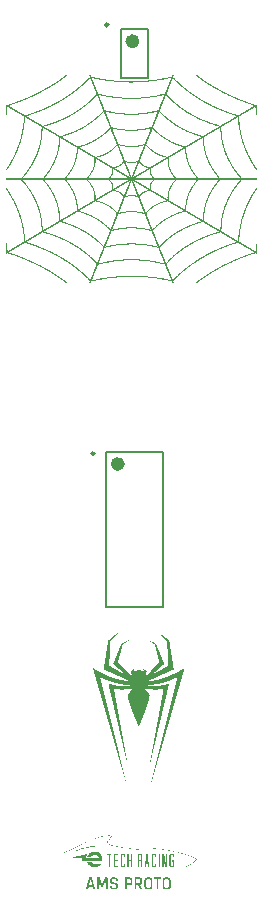
<source format=gto>
G04*
G04 #@! TF.GenerationSoftware,Altium Limited,Altium Designer,23.11.1 (41)*
G04*
G04 Layer_Color=65535*
%FSLAX44Y44*%
%MOMM*%
G71*
G04*
G04 #@! TF.SameCoordinates,11E07B4A-1F4E-4BC8-8AC4-A4D7A99C9414*
G04*
G04*
G04 #@! TF.FilePolarity,Positive*
G04*
G01*
G75*
%ADD10C,0.2500*%
%ADD11C,0.6000*%
%ADD12C,0.2000*%
G36*
X202747Y704917D02*
X202928D01*
Y704737D01*
X203108D01*
Y704556D01*
X203289D01*
Y704376D01*
X203649D01*
Y704196D01*
X203830D01*
Y704015D01*
X204190D01*
Y703835D01*
X204371D01*
Y703654D01*
X204551D01*
Y703474D01*
X204912D01*
Y703294D01*
X205092D01*
Y703113D01*
X205272D01*
Y702933D01*
X205633D01*
Y702753D01*
X205814D01*
Y702572D01*
X205994D01*
Y702392D01*
X206355D01*
Y702212D01*
X206535D01*
Y702031D01*
X206896D01*
Y701851D01*
X207076D01*
Y701671D01*
X207256D01*
Y701490D01*
X207617D01*
Y701310D01*
X207797D01*
Y701130D01*
X208158D01*
Y700949D01*
X208338D01*
Y700769D01*
X208699D01*
Y700589D01*
X208879D01*
Y700408D01*
X209240D01*
Y700228D01*
X209420D01*
Y700048D01*
X209601D01*
Y699867D01*
X209961D01*
Y699687D01*
X210322D01*
Y699507D01*
X210502D01*
Y699326D01*
X210863D01*
Y699146D01*
X211043D01*
Y698966D01*
X211404D01*
Y698785D01*
X211585D01*
Y698605D01*
X211945D01*
Y698424D01*
X212126D01*
Y698244D01*
X212486D01*
Y698064D01*
X212667D01*
Y697883D01*
X213027D01*
Y697703D01*
X213208D01*
Y697523D01*
X213568D01*
Y697342D01*
X213749D01*
Y697162D01*
X214109D01*
Y696982D01*
X214470D01*
Y696801D01*
X214650D01*
Y696621D01*
X215011D01*
Y696441D01*
X215372D01*
Y696260D01*
X215552D01*
Y696080D01*
X215913D01*
Y695900D01*
X216274D01*
Y695719D01*
X216454D01*
Y695539D01*
X216815D01*
Y695359D01*
X217175D01*
Y695178D01*
X217356D01*
Y694998D01*
X217717D01*
Y694817D01*
X218077D01*
Y694637D01*
X218258D01*
Y694457D01*
X218618D01*
Y694276D01*
X218979D01*
Y694096D01*
X219159D01*
Y693916D01*
X219520D01*
Y693735D01*
X219881D01*
Y693555D01*
X220241D01*
Y693375D01*
X220602D01*
Y693194D01*
X220782D01*
Y693014D01*
X221143D01*
Y692834D01*
X221504D01*
Y692653D01*
X221864D01*
Y692473D01*
X222045D01*
Y692292D01*
X222405D01*
Y692112D01*
X222766D01*
Y691932D01*
X223127D01*
Y691751D01*
X223488D01*
Y691571D01*
X223848D01*
Y691391D01*
X224209D01*
Y691210D01*
X224570D01*
Y691030D01*
X224930D01*
Y690850D01*
X225291D01*
Y690669D01*
X225471D01*
Y690489D01*
X225832D01*
Y690309D01*
X226193D01*
Y690128D01*
X226553D01*
Y689948D01*
X227095D01*
Y689768D01*
X227455D01*
Y689587D01*
X227816D01*
Y689407D01*
X228177D01*
Y689227D01*
X228537D01*
Y689046D01*
X228898D01*
Y688866D01*
X229259D01*
Y688686D01*
X229620D01*
Y688505D01*
X229980D01*
Y688325D01*
X230341D01*
Y688145D01*
X230702D01*
Y687964D01*
X231062D01*
Y687784D01*
X231423D01*
Y687604D01*
X231964D01*
Y687423D01*
X232325D01*
Y687243D01*
X232685D01*
Y687062D01*
X233046D01*
Y686882D01*
X233407D01*
Y686702D01*
X233948D01*
Y686521D01*
X234308D01*
Y686341D01*
X234669D01*
Y686161D01*
X235030D01*
Y685980D01*
X235571D01*
Y685800D01*
X235932D01*
Y685620D01*
X236292D01*
Y685439D01*
X236833D01*
Y685259D01*
X237194D01*
Y685079D01*
X237555D01*
Y684898D01*
X238096D01*
Y684718D01*
X238456D01*
Y684538D01*
X238998D01*
Y684357D01*
X239358D01*
Y684177D01*
X239899D01*
Y683997D01*
X240260D01*
Y683816D01*
X240801D01*
Y683636D01*
X241162D01*
Y683456D01*
X241703D01*
Y683275D01*
X242064D01*
Y683095D01*
X242605D01*
Y682914D01*
X242965D01*
Y682734D01*
X243506D01*
Y682554D01*
X244047D01*
Y682373D01*
X244588D01*
Y682193D01*
X245130D01*
Y682013D01*
X245490D01*
Y681832D01*
X246031D01*
Y681652D01*
X246572D01*
Y681472D01*
X247113D01*
Y681291D01*
X247474D01*
Y681111D01*
X248015D01*
Y680931D01*
X248556D01*
Y680750D01*
X249097D01*
Y680570D01*
X249638D01*
Y680389D01*
X250179D01*
Y680209D01*
X250720D01*
Y680029D01*
X251261D01*
Y679848D01*
X251802D01*
Y679668D01*
X252343D01*
Y679488D01*
X252524D01*
Y679307D01*
X253065D01*
Y679488D01*
X253245D01*
Y679668D01*
X253606D01*
Y679848D01*
X253786D01*
Y678406D01*
X253606D01*
Y677684D01*
X253786D01*
Y669569D01*
X253606D01*
Y670831D01*
X253426D01*
Y672094D01*
X253245D01*
Y673536D01*
X253065D01*
Y675159D01*
X252884D01*
Y676963D01*
X252704D01*
Y677684D01*
X252343D01*
Y677504D01*
X251983D01*
Y677324D01*
X251802D01*
Y677143D01*
X251442D01*
Y676963D01*
X251081D01*
Y676783D01*
X250901D01*
Y676602D01*
X250540D01*
Y676422D01*
X250179D01*
Y676242D01*
X249999D01*
Y676061D01*
X249638D01*
Y675881D01*
X249277D01*
Y675701D01*
X248917D01*
Y675520D01*
X248736D01*
Y675340D01*
X248376D01*
Y675159D01*
X248015D01*
Y674979D01*
X247835D01*
Y674799D01*
X247474D01*
Y674618D01*
X247113D01*
Y674438D01*
X246933D01*
Y674258D01*
X246572D01*
Y674077D01*
X246211D01*
Y673897D01*
X246031D01*
Y673717D01*
X245671D01*
Y673536D01*
X245310D01*
Y673356D01*
X244949D01*
Y673176D01*
X244769D01*
Y672995D01*
X244408D01*
Y672815D01*
X244047D01*
Y672635D01*
X243867D01*
Y672454D01*
X243506D01*
Y672274D01*
X243146D01*
Y672094D01*
X242785D01*
Y671913D01*
X242605D01*
Y671733D01*
X242244D01*
Y671553D01*
X241883D01*
Y671372D01*
X241703D01*
Y671192D01*
X241342D01*
Y671011D01*
X240981D01*
Y670831D01*
X240801D01*
Y670651D01*
X240440D01*
Y670470D01*
X240080D01*
Y670290D01*
X239899D01*
Y670110D01*
X239539D01*
Y669929D01*
X239178D01*
Y669749D01*
X238817D01*
Y666863D01*
X238998D01*
Y665060D01*
X239178D01*
Y663256D01*
X239358D01*
Y661814D01*
X239539D01*
Y660732D01*
X239719D01*
Y659469D01*
X239899D01*
Y658567D01*
X240080D01*
Y657485D01*
X240260D01*
Y656583D01*
X240440D01*
Y655682D01*
X240621D01*
Y654960D01*
X240801D01*
Y654239D01*
X240981D01*
Y653518D01*
X241162D01*
Y652796D01*
X241342D01*
Y652075D01*
X241523D01*
Y651353D01*
X241703D01*
Y650812D01*
X241883D01*
Y650091D01*
X242064D01*
Y649550D01*
X242244D01*
Y648829D01*
X242424D01*
Y648468D01*
X242605D01*
Y647746D01*
X242785D01*
Y647205D01*
X242965D01*
Y646664D01*
X243146D01*
Y646123D01*
X243326D01*
Y645763D01*
X243506D01*
Y645221D01*
X243687D01*
Y644680D01*
X243867D01*
Y644139D01*
X244047D01*
Y643779D01*
X244228D01*
Y643238D01*
X244408D01*
Y642697D01*
X244588D01*
Y642336D01*
X244769D01*
Y641975D01*
X244949D01*
Y641434D01*
X245130D01*
Y641074D01*
X245310D01*
Y640533D01*
X245490D01*
Y640172D01*
X245671D01*
Y639811D01*
X245851D01*
Y639450D01*
X246031D01*
Y639090D01*
X246211D01*
Y638549D01*
X246392D01*
Y638188D01*
X246572D01*
Y637827D01*
X246753D01*
Y637467D01*
X246933D01*
Y637106D01*
X247113D01*
Y636745D01*
X247294D01*
Y636385D01*
X247474D01*
Y636024D01*
X247654D01*
Y635663D01*
X247835D01*
Y635302D01*
X248015D01*
Y634942D01*
X248195D01*
Y634581D01*
X248376D01*
Y634220D01*
X248556D01*
Y633860D01*
X248736D01*
Y633499D01*
X248917D01*
Y633138D01*
X249097D01*
Y632958D01*
X249277D01*
Y632597D01*
X249458D01*
Y632237D01*
X249638D01*
Y631876D01*
X249818D01*
Y631515D01*
X249999D01*
Y631335D01*
X250179D01*
Y630974D01*
X250360D01*
Y630613D01*
X250540D01*
Y630253D01*
X250720D01*
Y630072D01*
X250901D01*
Y629712D01*
X251081D01*
Y629531D01*
X251261D01*
Y629170D01*
X251442D01*
Y628810D01*
X251622D01*
Y628629D01*
X251802D01*
Y628269D01*
X251983D01*
Y628088D01*
X252163D01*
Y627728D01*
X252343D01*
Y627367D01*
X252524D01*
Y627187D01*
X252704D01*
Y626826D01*
X252884D01*
Y626646D01*
X253065D01*
Y626285D01*
X253245D01*
Y626105D01*
X253426D01*
Y625744D01*
X253606D01*
Y625564D01*
X253786D01*
Y623760D01*
X253606D01*
Y624121D01*
X253426D01*
Y624301D01*
X253245D01*
Y624662D01*
X253065D01*
Y624842D01*
X252884D01*
Y625203D01*
X252704D01*
Y625383D01*
X252524D01*
Y625744D01*
X252343D01*
Y625924D01*
X252163D01*
Y626285D01*
X251983D01*
Y626465D01*
X251802D01*
Y626826D01*
X251622D01*
Y627006D01*
X251442D01*
Y627367D01*
X251261D01*
Y627728D01*
X251081D01*
Y627908D01*
X250901D01*
Y628269D01*
X250720D01*
Y628629D01*
X250540D01*
Y628810D01*
X250360D01*
Y629170D01*
X250179D01*
Y629351D01*
X249999D01*
Y629712D01*
X249818D01*
Y630072D01*
X249638D01*
Y630253D01*
X249458D01*
Y630613D01*
X249277D01*
Y630974D01*
X249097D01*
Y631335D01*
X248917D01*
Y631515D01*
X248736D01*
Y631876D01*
X248556D01*
Y632237D01*
X248376D01*
Y632597D01*
X248195D01*
Y632958D01*
X248015D01*
Y633138D01*
X247835D01*
Y633499D01*
X247654D01*
Y633860D01*
X247474D01*
Y634220D01*
X247294D01*
Y634581D01*
X247113D01*
Y634942D01*
X246933D01*
Y635302D01*
X246753D01*
Y635663D01*
X246572D01*
Y636024D01*
X246392D01*
Y636385D01*
X246211D01*
Y636745D01*
X246031D01*
Y637106D01*
X245851D01*
Y637467D01*
X245671D01*
Y637827D01*
X245490D01*
Y638368D01*
X245310D01*
Y638729D01*
X245130D01*
Y639090D01*
X244949D01*
Y639450D01*
X244769D01*
Y639811D01*
X244588D01*
Y640352D01*
X244408D01*
Y640713D01*
X244228D01*
Y641254D01*
X244047D01*
Y641615D01*
X243867D01*
Y641975D01*
X243687D01*
Y642516D01*
X243506D01*
Y642877D01*
X243326D01*
Y643418D01*
X243146D01*
Y643959D01*
X242965D01*
Y644320D01*
X242785D01*
Y644861D01*
X242605D01*
Y645402D01*
X242424D01*
Y645943D01*
X242244D01*
Y646484D01*
X242064D01*
Y647025D01*
X241883D01*
Y647386D01*
X241703D01*
Y648107D01*
X241523D01*
Y648648D01*
X241342D01*
Y649189D01*
X241162D01*
Y649911D01*
X240981D01*
Y650452D01*
X240801D01*
Y651173D01*
X240621D01*
Y651714D01*
X240440D01*
Y652436D01*
X240260D01*
Y653157D01*
X240080D01*
Y653878D01*
X239899D01*
Y654600D01*
X239719D01*
Y655501D01*
X239539D01*
Y656223D01*
X239358D01*
Y657305D01*
X239178D01*
Y658207D01*
X238998D01*
Y659108D01*
X238817D01*
Y660371D01*
X238637D01*
Y661453D01*
X238456D01*
Y662715D01*
X238276D01*
Y664339D01*
X238096D01*
Y666142D01*
X237915D01*
Y668847D01*
X237374D01*
Y668667D01*
X237014D01*
Y668486D01*
X236653D01*
Y668306D01*
X236473D01*
Y668126D01*
X236112D01*
Y667945D01*
X235751D01*
Y667765D01*
X235571D01*
Y667585D01*
X235210D01*
Y667404D01*
X234850D01*
Y667224D01*
X234669D01*
Y667044D01*
X234308D01*
Y666863D01*
X233948D01*
Y666683D01*
X233768D01*
Y666503D01*
X233407D01*
Y666322D01*
X233046D01*
Y666142D01*
X232685D01*
Y665962D01*
X232505D01*
Y665781D01*
X232144D01*
Y665601D01*
X231784D01*
Y665421D01*
X231603D01*
Y665240D01*
X231243D01*
Y665060D01*
X230882D01*
Y664880D01*
X230702D01*
Y664699D01*
X230341D01*
Y664519D01*
X229980D01*
Y664339D01*
X229620D01*
Y664158D01*
X229439D01*
Y663978D01*
X229078D01*
Y663798D01*
X228718D01*
Y663617D01*
X228537D01*
Y663437D01*
X228177D01*
Y663256D01*
X227816D01*
Y663076D01*
X227636D01*
Y662896D01*
X227275D01*
Y662715D01*
X226914D01*
Y662535D01*
X226553D01*
Y662355D01*
X226373D01*
Y662174D01*
X226012D01*
Y661994D01*
X225652D01*
Y661814D01*
X225471D01*
Y661633D01*
X225111D01*
Y661453D01*
X224750D01*
Y661273D01*
X224389D01*
Y661092D01*
X224209D01*
Y660912D01*
X223848D01*
Y657485D01*
X224029D01*
Y654960D01*
X224209D01*
Y653518D01*
X224389D01*
Y651895D01*
X224570D01*
Y650812D01*
X224750D01*
Y649730D01*
X224930D01*
Y648829D01*
X225111D01*
Y647927D01*
X225291D01*
Y647025D01*
X225471D01*
Y646304D01*
X225652D01*
Y645582D01*
X225832D01*
Y644861D01*
X226012D01*
Y644139D01*
X226193D01*
Y643598D01*
X226373D01*
Y643057D01*
X226553D01*
Y642336D01*
X226734D01*
Y641795D01*
X226914D01*
Y641254D01*
X227095D01*
Y640713D01*
X227275D01*
Y640172D01*
X227455D01*
Y639811D01*
X227636D01*
Y639270D01*
X227816D01*
Y638729D01*
X227996D01*
Y638368D01*
X228177D01*
Y637827D01*
X228357D01*
Y637467D01*
X228537D01*
Y636926D01*
X228718D01*
Y636565D01*
X228898D01*
Y636204D01*
X229078D01*
Y635843D01*
X229259D01*
Y635302D01*
X229439D01*
Y634942D01*
X229620D01*
Y634581D01*
X229800D01*
Y634220D01*
X229980D01*
Y633860D01*
X230161D01*
Y633499D01*
X230341D01*
Y633138D01*
X230521D01*
Y632777D01*
X230702D01*
Y632417D01*
X230882D01*
Y632056D01*
X231062D01*
Y631695D01*
X231243D01*
Y631335D01*
X231423D01*
Y630974D01*
X231603D01*
Y630794D01*
X231784D01*
Y630433D01*
X231964D01*
Y630072D01*
X232144D01*
Y629712D01*
X232325D01*
Y629531D01*
X232505D01*
Y629170D01*
X232685D01*
Y628810D01*
X232866D01*
Y628629D01*
X233046D01*
Y628269D01*
X233226D01*
Y627908D01*
X233407D01*
Y627728D01*
X233587D01*
Y627367D01*
X233768D01*
Y627187D01*
X233948D01*
Y626826D01*
X234128D01*
Y626646D01*
X234308D01*
Y626285D01*
X234489D01*
Y625924D01*
X234669D01*
Y625744D01*
X234850D01*
Y625383D01*
X235030D01*
Y625203D01*
X235210D01*
Y625023D01*
X235391D01*
Y624662D01*
X235571D01*
Y624482D01*
X235751D01*
Y624121D01*
X235932D01*
Y623940D01*
X236112D01*
Y623760D01*
X236292D01*
Y623399D01*
X236473D01*
Y623219D01*
X236653D01*
Y622858D01*
X236833D01*
Y622678D01*
X237014D01*
Y622498D01*
X237194D01*
Y622317D01*
X237374D01*
Y621957D01*
X237555D01*
Y621776D01*
X237735D01*
Y621596D01*
X237915D01*
Y621235D01*
X238096D01*
Y621055D01*
X238276D01*
Y620874D01*
X238456D01*
Y620694D01*
X238637D01*
Y620333D01*
X238817D01*
Y620153D01*
X238998D01*
Y619973D01*
X239178D01*
Y619792D01*
X239358D01*
Y619432D01*
X239539D01*
Y619251D01*
X239719D01*
Y619071D01*
X239899D01*
Y618891D01*
X240080D01*
Y618710D01*
X240260D01*
Y618530D01*
X240440D01*
Y618350D01*
X240621D01*
Y617989D01*
X240801D01*
Y617809D01*
X240981D01*
Y617628D01*
X241162D01*
Y617267D01*
X253786D01*
Y616005D01*
X241162D01*
Y615825D01*
X240981D01*
Y615644D01*
X240801D01*
Y615464D01*
X240621D01*
Y615103D01*
X240440D01*
Y614923D01*
X240260D01*
Y614743D01*
X240080D01*
Y614562D01*
X239899D01*
Y614382D01*
X239719D01*
Y614202D01*
X239539D01*
Y613841D01*
X239358D01*
Y613661D01*
X239178D01*
Y613480D01*
X238998D01*
Y613300D01*
X238817D01*
Y612939D01*
X238637D01*
Y612759D01*
X238456D01*
Y612579D01*
X238276D01*
Y612398D01*
X238096D01*
Y612037D01*
X237915D01*
Y611857D01*
X237735D01*
Y611677D01*
X237555D01*
Y611496D01*
X237374D01*
Y611136D01*
X237194D01*
Y610955D01*
X237014D01*
Y610775D01*
X236833D01*
Y610414D01*
X236653D01*
Y610234D01*
X236473D01*
Y610054D01*
X236292D01*
Y609693D01*
X236112D01*
Y609512D01*
X235932D01*
Y609152D01*
X235751D01*
Y608971D01*
X235571D01*
Y608791D01*
X235391D01*
Y608430D01*
X235210D01*
Y608250D01*
X235030D01*
Y607889D01*
X234850D01*
Y607709D01*
X234669D01*
Y607348D01*
X234489D01*
Y607168D01*
X234308D01*
Y606807D01*
X234128D01*
Y606627D01*
X233948D01*
Y606266D01*
X233768D01*
Y606086D01*
X233587D01*
Y605725D01*
X233407D01*
Y605364D01*
X233226D01*
Y605184D01*
X233046D01*
Y604823D01*
X232866D01*
Y604463D01*
X232685D01*
Y604282D01*
X232505D01*
Y603922D01*
X232325D01*
Y603561D01*
X232144D01*
Y603381D01*
X231964D01*
Y603020D01*
X231784D01*
Y602659D01*
X231603D01*
Y602299D01*
X231423D01*
Y601938D01*
X231243D01*
Y601577D01*
X231062D01*
Y601217D01*
X230882D01*
Y601036D01*
X230702D01*
Y600675D01*
X230521D01*
Y600315D01*
X230341D01*
Y599954D01*
X230161D01*
Y599593D01*
X229980D01*
Y599233D01*
X229800D01*
Y598692D01*
X229620D01*
Y598331D01*
X229439D01*
Y597970D01*
X229259D01*
Y597609D01*
X229078D01*
Y597249D01*
X228898D01*
Y596708D01*
X228718D01*
Y596347D01*
X228537D01*
Y595986D01*
X228357D01*
Y595445D01*
X228177D01*
Y595085D01*
X227996D01*
Y594544D01*
X227816D01*
Y594002D01*
X227636D01*
Y593642D01*
X227455D01*
Y593101D01*
X227275D01*
Y592560D01*
X227095D01*
Y592019D01*
X226914D01*
Y591478D01*
X226734D01*
Y590937D01*
X226553D01*
Y590396D01*
X226373D01*
Y589674D01*
X226193D01*
Y589133D01*
X226012D01*
Y588412D01*
X225832D01*
Y587690D01*
X225652D01*
Y586969D01*
X225471D01*
Y586247D01*
X225291D01*
Y585346D01*
X225111D01*
Y584444D01*
X224930D01*
Y583542D01*
X224750D01*
Y582460D01*
X224570D01*
Y581198D01*
X224389D01*
Y579575D01*
X224209D01*
Y577771D01*
X224029D01*
Y574525D01*
X223848D01*
Y572541D01*
X224029D01*
Y572361D01*
X224389D01*
Y572180D01*
X224570D01*
Y572000D01*
X224930D01*
Y571820D01*
X225291D01*
Y571639D01*
X225471D01*
Y571459D01*
X225832D01*
Y571279D01*
X226193D01*
Y571098D01*
X226373D01*
Y570918D01*
X226734D01*
Y570738D01*
X227095D01*
Y570557D01*
X227455D01*
Y570377D01*
X227636D01*
Y570196D01*
X227996D01*
Y570016D01*
X228357D01*
Y569836D01*
X228537D01*
Y569655D01*
X228898D01*
Y569475D01*
X229259D01*
Y569295D01*
X229439D01*
Y569114D01*
X229800D01*
Y568934D01*
X230161D01*
Y568754D01*
X230521D01*
Y568573D01*
X230702D01*
Y568393D01*
X231062D01*
Y568213D01*
X231423D01*
Y568032D01*
X231603D01*
Y567852D01*
X231964D01*
Y567672D01*
X232325D01*
Y567491D01*
X232685D01*
Y567311D01*
X232866D01*
Y567131D01*
X233226D01*
Y566950D01*
X233407D01*
Y566770D01*
X233768D01*
Y566590D01*
X234128D01*
Y566409D01*
X234489D01*
Y566229D01*
X234669D01*
Y566049D01*
X235030D01*
Y565868D01*
X235391D01*
Y565688D01*
X235571D01*
Y565508D01*
X235932D01*
Y565327D01*
X236292D01*
Y565147D01*
X236473D01*
Y564966D01*
X236833D01*
Y564786D01*
X237194D01*
Y564606D01*
X237555D01*
Y564425D01*
X237915D01*
Y565868D01*
X238096D01*
Y568032D01*
X238276D01*
Y569475D01*
X238456D01*
Y571098D01*
X238637D01*
Y572361D01*
X238817D01*
Y573443D01*
X238998D01*
Y574525D01*
X239178D01*
Y575607D01*
X239358D01*
Y576509D01*
X239539D01*
Y577411D01*
X239719D01*
Y578312D01*
X239899D01*
Y579034D01*
X240080D01*
Y579755D01*
X240260D01*
Y580476D01*
X240440D01*
Y581378D01*
X240621D01*
Y582099D01*
X240801D01*
Y582641D01*
X240981D01*
Y583182D01*
X241162D01*
Y583903D01*
X241342D01*
Y584444D01*
X241523D01*
Y585165D01*
X241703D01*
Y585706D01*
X241883D01*
Y586247D01*
X242064D01*
Y586789D01*
X242244D01*
Y587330D01*
X242424D01*
Y587871D01*
X242605D01*
Y588412D01*
X242785D01*
Y588953D01*
X242965D01*
Y589314D01*
X243146D01*
Y589855D01*
X243326D01*
Y590396D01*
X243506D01*
Y590756D01*
X243687D01*
Y591297D01*
X243867D01*
Y591838D01*
X244047D01*
Y592199D01*
X244228D01*
Y592560D01*
X244408D01*
Y593101D01*
X244588D01*
Y593461D01*
X244769D01*
Y593822D01*
X244949D01*
Y594363D01*
X245130D01*
Y594724D01*
X245310D01*
Y595085D01*
X245490D01*
Y595626D01*
X245671D01*
Y595986D01*
X245851D01*
Y596347D01*
X246031D01*
Y596708D01*
X246211D01*
Y597068D01*
X246392D01*
Y597429D01*
X246572D01*
Y597790D01*
X246753D01*
Y598151D01*
X246933D01*
Y598511D01*
X247113D01*
Y598872D01*
X247294D01*
Y599233D01*
X247474D01*
Y599593D01*
X247654D01*
Y599954D01*
X247835D01*
Y600315D01*
X248015D01*
Y600675D01*
X248195D01*
Y601036D01*
X248376D01*
Y601217D01*
X248556D01*
Y601577D01*
X248736D01*
Y601938D01*
X248917D01*
Y602299D01*
X249097D01*
Y602479D01*
X249277D01*
Y602840D01*
X249458D01*
Y603200D01*
X249638D01*
Y603561D01*
X249818D01*
Y603741D01*
X249999D01*
Y604102D01*
X250179D01*
Y604463D01*
X250360D01*
Y604823D01*
X250540D01*
Y605004D01*
X250720D01*
Y605364D01*
X250901D01*
Y605545D01*
X251081D01*
Y605905D01*
X251261D01*
Y606086D01*
X251442D01*
Y606447D01*
X251622D01*
Y606807D01*
X251802D01*
Y606988D01*
X251983D01*
Y607348D01*
X252163D01*
Y607529D01*
X252343D01*
Y607889D01*
X252524D01*
Y608070D01*
X252704D01*
Y608430D01*
X252884D01*
Y608611D01*
X253065D01*
Y608971D01*
X253245D01*
Y609152D01*
X253426D01*
Y609512D01*
X253606D01*
Y609693D01*
X253786D01*
Y608070D01*
X253606D01*
Y607709D01*
X253426D01*
Y607529D01*
X253245D01*
Y607168D01*
X253065D01*
Y606988D01*
X252884D01*
Y606627D01*
X252704D01*
Y606447D01*
X252524D01*
Y606086D01*
X252343D01*
Y605725D01*
X252163D01*
Y605545D01*
X251983D01*
Y605184D01*
X251802D01*
Y605004D01*
X251622D01*
Y604643D01*
X251442D01*
Y604463D01*
X251261D01*
Y604102D01*
X251081D01*
Y603741D01*
X250901D01*
Y603561D01*
X250720D01*
Y603200D01*
X250540D01*
Y602840D01*
X250360D01*
Y602479D01*
X250179D01*
Y602299D01*
X249999D01*
Y601938D01*
X249818D01*
Y601577D01*
X249638D01*
Y601217D01*
X249458D01*
Y601036D01*
X249277D01*
Y600675D01*
X249097D01*
Y600315D01*
X248917D01*
Y599954D01*
X248736D01*
Y599593D01*
X248556D01*
Y599233D01*
X248376D01*
Y598872D01*
X248195D01*
Y598511D01*
X248015D01*
Y598151D01*
X247835D01*
Y597790D01*
X247654D01*
Y597429D01*
X247474D01*
Y597068D01*
X247294D01*
Y596708D01*
X247113D01*
Y596347D01*
X246933D01*
Y595986D01*
X246753D01*
Y595626D01*
X246572D01*
Y595265D01*
X246392D01*
Y594904D01*
X246211D01*
Y594363D01*
X246031D01*
Y594002D01*
X245851D01*
Y593642D01*
X245671D01*
Y593101D01*
X245490D01*
Y592740D01*
X245310D01*
Y592379D01*
X245130D01*
Y591838D01*
X244949D01*
Y591478D01*
X244769D01*
Y590937D01*
X244588D01*
Y590576D01*
X244408D01*
Y590035D01*
X244228D01*
Y589494D01*
X244047D01*
Y589133D01*
X243867D01*
Y588592D01*
X243687D01*
Y588051D01*
X243506D01*
Y587510D01*
X243326D01*
Y586969D01*
X243146D01*
Y586428D01*
X242965D01*
Y585887D01*
X242785D01*
Y585346D01*
X242605D01*
Y584805D01*
X242424D01*
Y584264D01*
X242244D01*
Y583542D01*
X242064D01*
Y583001D01*
X241883D01*
Y582460D01*
X241703D01*
Y581739D01*
X241523D01*
Y581017D01*
X241342D01*
Y580116D01*
X241162D01*
Y579575D01*
X240981D01*
Y578673D01*
X240801D01*
Y577952D01*
X240621D01*
Y577050D01*
X240440D01*
Y576148D01*
X240260D01*
Y575246D01*
X240080D01*
Y574164D01*
X239899D01*
Y573082D01*
X239719D01*
Y572000D01*
X239539D01*
Y570557D01*
X239358D01*
Y569114D01*
X239178D01*
Y567491D01*
X238998D01*
Y565147D01*
X238817D01*
Y563704D01*
X238998D01*
Y563524D01*
X239358D01*
Y563343D01*
X239539D01*
Y563163D01*
X239899D01*
Y562983D01*
X240260D01*
Y562802D01*
X240621D01*
Y562622D01*
X240801D01*
Y562441D01*
X241162D01*
Y562261D01*
X241523D01*
Y562081D01*
X241703D01*
Y561900D01*
X242064D01*
Y561720D01*
X242424D01*
Y561540D01*
X242605D01*
Y561359D01*
X242965D01*
Y561179D01*
X243326D01*
Y560999D01*
X243687D01*
Y560818D01*
X243867D01*
Y560638D01*
X244228D01*
Y560458D01*
X244588D01*
Y560277D01*
X244769D01*
Y560097D01*
X245130D01*
Y559917D01*
X245490D01*
Y559736D01*
X245671D01*
Y559556D01*
X246031D01*
Y559376D01*
X246392D01*
Y559195D01*
X246753D01*
Y559015D01*
X246933D01*
Y558834D01*
X247294D01*
Y558654D01*
X247654D01*
Y558474D01*
X247835D01*
Y558293D01*
X248195D01*
Y558113D01*
X248556D01*
Y557933D01*
X248736D01*
Y557752D01*
X249097D01*
Y557572D01*
X249458D01*
Y557392D01*
X249638D01*
Y557211D01*
X249999D01*
Y557031D01*
X250360D01*
Y556851D01*
X250720D01*
Y556670D01*
X250901D01*
Y556490D01*
X251261D01*
Y556310D01*
X251622D01*
Y556129D01*
X251802D01*
Y555949D01*
X252163D01*
Y555769D01*
X252524D01*
Y555588D01*
X252884D01*
Y557392D01*
X253065D01*
Y559195D01*
X253245D01*
Y560638D01*
X253426D01*
Y561900D01*
X253606D01*
Y563343D01*
X253786D01*
Y555228D01*
X253606D01*
Y555047D01*
X253786D01*
Y553605D01*
X253426D01*
Y553785D01*
X253065D01*
Y553965D01*
X252524D01*
Y553785D01*
X251983D01*
Y553605D01*
X251442D01*
Y553424D01*
X250901D01*
Y553244D01*
X250360D01*
Y553063D01*
X249818D01*
Y552883D01*
X249277D01*
Y552703D01*
X248736D01*
Y552522D01*
X248195D01*
Y552342D01*
X247654D01*
Y552162D01*
X247113D01*
Y551981D01*
X246572D01*
Y551801D01*
X246211D01*
Y551621D01*
X245671D01*
Y551440D01*
X245130D01*
Y551260D01*
X244588D01*
Y551080D01*
X244228D01*
Y550899D01*
X243687D01*
Y550719D01*
X243146D01*
Y550538D01*
X242785D01*
Y550358D01*
X242244D01*
Y550178D01*
X241883D01*
Y549997D01*
X241342D01*
Y549817D01*
X240801D01*
Y549637D01*
X240440D01*
Y549456D01*
X239899D01*
Y549276D01*
X239539D01*
Y549096D01*
X238998D01*
Y548915D01*
X238637D01*
Y548735D01*
X238276D01*
Y548555D01*
X237735D01*
Y548374D01*
X237374D01*
Y548194D01*
X237014D01*
Y548014D01*
X236473D01*
Y547833D01*
X236112D01*
Y547653D01*
X235751D01*
Y547473D01*
X235210D01*
Y547292D01*
X234850D01*
Y547112D01*
X234308D01*
Y546931D01*
X233948D01*
Y546751D01*
X233587D01*
Y546571D01*
X233226D01*
Y546390D01*
X232866D01*
Y546210D01*
X232505D01*
Y546030D01*
X231964D01*
Y545849D01*
X231603D01*
Y545669D01*
X231243D01*
Y545489D01*
X230882D01*
Y545308D01*
X230521D01*
Y545128D01*
X230161D01*
Y544948D01*
X229800D01*
Y544767D01*
X229259D01*
Y544587D01*
X229078D01*
Y544407D01*
X228537D01*
Y544226D01*
X228177D01*
Y544046D01*
X227816D01*
Y543866D01*
X227455D01*
Y543685D01*
X227095D01*
Y543505D01*
X226734D01*
Y543325D01*
X226373D01*
Y543144D01*
X226012D01*
Y542964D01*
X225652D01*
Y542784D01*
X225291D01*
Y542603D01*
X225111D01*
Y542423D01*
X224750D01*
Y542243D01*
X224389D01*
Y542062D01*
X224029D01*
Y541882D01*
X223668D01*
Y541701D01*
X223307D01*
Y541521D01*
X222947D01*
Y541341D01*
X222586D01*
Y541160D01*
X222405D01*
Y540980D01*
X222045D01*
Y540800D01*
X221684D01*
Y540619D01*
X221323D01*
Y540439D01*
X220963D01*
Y540259D01*
X220602D01*
Y540078D01*
X220422D01*
Y539898D01*
X220061D01*
Y539718D01*
X219700D01*
Y539537D01*
X219520D01*
Y539357D01*
X219159D01*
Y539176D01*
X218799D01*
Y538996D01*
X218438D01*
Y538816D01*
X218077D01*
Y538635D01*
X217897D01*
Y538455D01*
X217536D01*
Y538275D01*
X217175D01*
Y538094D01*
X216995D01*
Y537914D01*
X216634D01*
Y537734D01*
X216274D01*
Y537553D01*
X216093D01*
Y537373D01*
X215733D01*
Y537193D01*
X215552D01*
Y537012D01*
X215192D01*
Y536832D01*
X215011D01*
Y536652D01*
X214650D01*
Y536471D01*
X214290D01*
Y536291D01*
X213929D01*
Y536111D01*
X213749D01*
Y535930D01*
X213388D01*
Y535750D01*
X213208D01*
Y535570D01*
X212847D01*
Y535389D01*
X212667D01*
Y535209D01*
X212306D01*
Y535028D01*
X212126D01*
Y534848D01*
X211765D01*
Y534668D01*
X211585D01*
Y534487D01*
X211224D01*
Y534307D01*
X211043D01*
Y534127D01*
X210683D01*
Y533946D01*
X210322D01*
Y533766D01*
X210142D01*
Y533586D01*
X209781D01*
Y533405D01*
X209601D01*
Y533225D01*
X209420D01*
Y533045D01*
X209060D01*
Y532864D01*
X208879D01*
Y532684D01*
X208519D01*
Y532504D01*
X208338D01*
Y532323D01*
X208158D01*
Y532143D01*
X207797D01*
Y531963D01*
X207617D01*
Y531782D01*
X207256D01*
Y531602D01*
X207076D01*
Y531422D01*
X206715D01*
Y531241D01*
X206535D01*
Y531061D01*
X206174D01*
Y530881D01*
X205994D01*
Y530700D01*
X205814D01*
Y530520D01*
X205453D01*
Y530340D01*
X205272D01*
Y530159D01*
X205092D01*
Y529979D01*
X204731D01*
Y529798D01*
X204551D01*
Y529618D01*
X204371D01*
Y529438D01*
X204010D01*
Y529257D01*
X203830D01*
Y529077D01*
X203649D01*
Y528897D01*
X203289D01*
Y528716D01*
X203108D01*
Y528536D01*
X202928D01*
Y528356D01*
X201305D01*
Y528536D01*
X201485D01*
Y528716D01*
X201846D01*
Y528897D01*
X202026D01*
Y529077D01*
X202206D01*
Y529257D01*
X202387D01*
Y529438D01*
X202747D01*
Y529618D01*
X202928D01*
Y529798D01*
X203108D01*
Y529979D01*
X203469D01*
Y530159D01*
X203649D01*
Y530340D01*
X204010D01*
Y530520D01*
X204190D01*
Y530700D01*
X204371D01*
Y530881D01*
X204731D01*
Y531061D01*
X204912D01*
Y531241D01*
X205092D01*
Y531422D01*
X205453D01*
Y531602D01*
X205633D01*
Y531782D01*
X205814D01*
Y531963D01*
X206174D01*
Y532143D01*
X206355D01*
Y532323D01*
X206715D01*
Y532504D01*
X206896D01*
Y532684D01*
X207256D01*
Y532864D01*
X207437D01*
Y533045D01*
X207617D01*
Y533225D01*
X207978D01*
Y533405D01*
X208158D01*
Y533586D01*
X208519D01*
Y533766D01*
X208699D01*
Y533946D01*
X209060D01*
Y534127D01*
X209240D01*
Y534307D01*
X209420D01*
Y534487D01*
X209781D01*
Y534668D01*
X210142D01*
Y534848D01*
X210322D01*
Y535028D01*
X210683D01*
Y535209D01*
X210863D01*
Y535389D01*
X211224D01*
Y535570D01*
X211404D01*
Y535750D01*
X211765D01*
Y535930D01*
X211945D01*
Y536111D01*
X212306D01*
Y536291D01*
X212486D01*
Y536471D01*
X212847D01*
Y536652D01*
X213027D01*
Y536832D01*
X213388D01*
Y537012D01*
X213568D01*
Y537193D01*
X213929D01*
Y537373D01*
X214290D01*
Y537553D01*
X214470D01*
Y537734D01*
X214831D01*
Y537914D01*
X215192D01*
Y538094D01*
X215372D01*
Y538275D01*
X215733D01*
Y538455D01*
X216093D01*
Y538635D01*
X216274D01*
Y538816D01*
X216634D01*
Y538996D01*
X216995D01*
Y539176D01*
X217175D01*
Y539357D01*
X217536D01*
Y539537D01*
X217897D01*
Y539718D01*
X218077D01*
Y539898D01*
X218438D01*
Y540078D01*
X218799D01*
Y540259D01*
X219159D01*
Y540439D01*
X219520D01*
Y540619D01*
X219700D01*
Y540800D01*
X220061D01*
Y540980D01*
X220422D01*
Y541160D01*
X220602D01*
Y541341D01*
X220963D01*
Y541521D01*
X221323D01*
Y541701D01*
X221684D01*
Y541882D01*
X222045D01*
Y542062D01*
X222405D01*
Y542243D01*
X222766D01*
Y542423D01*
X222947D01*
Y542603D01*
X223307D01*
Y542784D01*
X223668D01*
Y542964D01*
X224029D01*
Y543144D01*
X224389D01*
Y543325D01*
X224750D01*
Y543505D01*
X225111D01*
Y543685D01*
X225291D01*
Y543866D01*
X225652D01*
Y544046D01*
X226193D01*
Y544226D01*
X226373D01*
Y544407D01*
X226734D01*
Y544587D01*
X227275D01*
Y544767D01*
X227636D01*
Y544948D01*
X227996D01*
Y545128D01*
X228357D01*
Y545308D01*
X228718D01*
Y545489D01*
X229078D01*
Y545669D01*
X229439D01*
Y545849D01*
X229800D01*
Y546030D01*
X230161D01*
Y546210D01*
X230521D01*
Y546390D01*
X230882D01*
Y546571D01*
X231423D01*
Y546751D01*
X231784D01*
Y546931D01*
X232144D01*
Y547112D01*
X232505D01*
Y547292D01*
X232866D01*
Y547473D01*
X233226D01*
Y547653D01*
X233587D01*
Y547833D01*
X234128D01*
Y548014D01*
X234489D01*
Y548194D01*
X235030D01*
Y548374D01*
X235391D01*
Y548555D01*
X235751D01*
Y548735D01*
X236112D01*
Y548915D01*
X236653D01*
Y549096D01*
X237014D01*
Y549276D01*
X237555D01*
Y549456D01*
X237915D01*
Y549637D01*
X238276D01*
Y549817D01*
X238817D01*
Y549997D01*
X239178D01*
Y550178D01*
X239719D01*
Y550358D01*
X240080D01*
Y550538D01*
X240621D01*
Y550719D01*
X240981D01*
Y550899D01*
X241523D01*
Y551080D01*
X241883D01*
Y551260D01*
X242424D01*
Y551440D01*
X242965D01*
Y551621D01*
X243326D01*
Y551801D01*
X243867D01*
Y551981D01*
X244408D01*
Y552162D01*
X244769D01*
Y552342D01*
X245310D01*
Y552522D01*
X245851D01*
Y552703D01*
X246392D01*
Y552883D01*
X246933D01*
Y553063D01*
X247294D01*
Y553244D01*
X247835D01*
Y553424D01*
X248376D01*
Y553605D01*
X248917D01*
Y553785D01*
X249458D01*
Y553965D01*
X249999D01*
Y554146D01*
X250540D01*
Y554326D01*
X251081D01*
Y554506D01*
X251622D01*
Y554867D01*
X251261D01*
Y555047D01*
X250901D01*
Y555228D01*
X250720D01*
Y555408D01*
X250360D01*
Y555588D01*
X249999D01*
Y555769D01*
X249638D01*
Y555949D01*
X249458D01*
Y556129D01*
X249097D01*
Y556310D01*
X248736D01*
Y556490D01*
X248556D01*
Y556670D01*
X248195D01*
Y556851D01*
X247835D01*
Y557031D01*
X247654D01*
Y557211D01*
X247294D01*
Y557392D01*
X246933D01*
Y557572D01*
X246753D01*
Y557752D01*
X246392D01*
Y557933D01*
X246031D01*
Y558113D01*
X245671D01*
Y558293D01*
X245490D01*
Y558474D01*
X245130D01*
Y558654D01*
X244769D01*
Y558834D01*
X244588D01*
Y559015D01*
X244228D01*
Y559195D01*
X243867D01*
Y559376D01*
X243687D01*
Y559556D01*
X243326D01*
Y559736D01*
X242965D01*
Y559917D01*
X242605D01*
Y560097D01*
X242424D01*
Y560277D01*
X242064D01*
Y560458D01*
X241703D01*
Y560638D01*
X241523D01*
Y560818D01*
X241162D01*
Y560999D01*
X240801D01*
Y561179D01*
X240621D01*
Y561359D01*
X240260D01*
Y561540D01*
X239899D01*
Y561720D01*
X239539D01*
Y561900D01*
X239358D01*
Y562081D01*
X238998D01*
Y562261D01*
X238637D01*
Y562441D01*
X238456D01*
Y562622D01*
X238096D01*
Y562802D01*
X237735D01*
Y562622D01*
X237194D01*
Y562441D01*
X236653D01*
Y562261D01*
X235932D01*
Y562081D01*
X235391D01*
Y561900D01*
X234850D01*
Y561720D01*
X234308D01*
Y561540D01*
X233768D01*
Y561359D01*
X233226D01*
Y561179D01*
X232685D01*
Y560999D01*
X232144D01*
Y560818D01*
X231603D01*
Y560638D01*
X231062D01*
Y560458D01*
X230521D01*
Y560277D01*
X230161D01*
Y560097D01*
X229620D01*
Y559917D01*
X229078D01*
Y559736D01*
X228718D01*
Y559556D01*
X228177D01*
Y559376D01*
X227636D01*
Y559195D01*
X227095D01*
Y559015D01*
X226734D01*
Y558834D01*
X226193D01*
Y558654D01*
X225832D01*
Y558474D01*
X225291D01*
Y558293D01*
X224930D01*
Y558113D01*
X224389D01*
Y557933D01*
X224029D01*
Y557752D01*
X223488D01*
Y557572D01*
X223127D01*
Y557392D01*
X222766D01*
Y557211D01*
X222225D01*
Y557031D01*
X221864D01*
Y556851D01*
X221504D01*
Y556670D01*
X221143D01*
Y556490D01*
X220602D01*
Y556310D01*
X220241D01*
Y556129D01*
X219881D01*
Y555949D01*
X219520D01*
Y555769D01*
X219159D01*
Y555588D01*
X218618D01*
Y555408D01*
X218258D01*
Y555228D01*
X217897D01*
Y555047D01*
X217536D01*
Y554867D01*
X217175D01*
Y554687D01*
X216815D01*
Y554506D01*
X216454D01*
Y554326D01*
X216093D01*
Y554146D01*
X215733D01*
Y553965D01*
X215372D01*
Y553785D01*
X215011D01*
Y553605D01*
X214650D01*
Y553424D01*
X214290D01*
Y553244D01*
X213929D01*
Y553063D01*
X213568D01*
Y552883D01*
X213208D01*
Y552703D01*
X212847D01*
Y552522D01*
X212486D01*
Y552342D01*
X212126D01*
Y552162D01*
X211765D01*
Y551981D01*
X211585D01*
Y551801D01*
X211224D01*
Y551621D01*
X210863D01*
Y551440D01*
X210502D01*
Y551260D01*
X210322D01*
Y551080D01*
X209961D01*
Y550899D01*
X209601D01*
Y550719D01*
X209240D01*
Y550538D01*
X208879D01*
Y550358D01*
X208699D01*
Y550178D01*
X208338D01*
Y549997D01*
X207978D01*
Y549817D01*
X207797D01*
Y549637D01*
X207437D01*
Y549456D01*
X207076D01*
Y549276D01*
X206896D01*
Y549096D01*
X206535D01*
Y548915D01*
X206174D01*
Y548735D01*
X205994D01*
Y548555D01*
X205633D01*
Y548374D01*
X205272D01*
Y548194D01*
X205092D01*
Y548014D01*
X204731D01*
Y547833D01*
X204551D01*
Y547653D01*
X204190D01*
Y547473D01*
X204010D01*
Y547292D01*
X203649D01*
Y547112D01*
X203289D01*
Y546931D01*
X203108D01*
Y546751D01*
X202747D01*
Y546571D01*
X202567D01*
Y546390D01*
X202206D01*
Y546210D01*
X202026D01*
Y546030D01*
X201665D01*
Y545849D01*
X201485D01*
Y545669D01*
X201124D01*
Y545489D01*
X200944D01*
Y545308D01*
X200764D01*
Y545128D01*
X200403D01*
Y544948D01*
X200223D01*
Y544767D01*
X199862D01*
Y544587D01*
X199682D01*
Y544407D01*
X199321D01*
Y544226D01*
X199140D01*
Y544046D01*
X198960D01*
Y543866D01*
X198599D01*
Y543685D01*
X198419D01*
Y543505D01*
X198058D01*
Y543325D01*
X197878D01*
Y543144D01*
X197698D01*
Y542964D01*
X197337D01*
Y542784D01*
X197157D01*
Y542603D01*
X196976D01*
Y542423D01*
X196616D01*
Y542243D01*
X196435D01*
Y542062D01*
X196255D01*
Y541882D01*
X195894D01*
Y541701D01*
X195714D01*
Y541521D01*
X195534D01*
Y541341D01*
X195173D01*
Y541160D01*
X194993D01*
Y540980D01*
X194812D01*
Y540800D01*
X194632D01*
Y540619D01*
X194271D01*
Y540439D01*
X194091D01*
Y540259D01*
X193910D01*
Y540078D01*
X193730D01*
Y539898D01*
X193369D01*
Y539718D01*
X193189D01*
Y539537D01*
X193009D01*
Y539357D01*
X192828D01*
Y539176D01*
X192468D01*
Y538996D01*
X192287D01*
Y538816D01*
X192107D01*
Y538635D01*
X191927D01*
Y538455D01*
X191746D01*
Y538275D01*
X191566D01*
Y538094D01*
X191205D01*
Y537914D01*
X191025D01*
Y537734D01*
X190844D01*
Y537553D01*
X190664D01*
Y537373D01*
X190484D01*
Y537193D01*
X190303D01*
Y537012D01*
X189943D01*
Y536832D01*
X189762D01*
Y536652D01*
X189582D01*
Y536471D01*
X189402D01*
Y536291D01*
X189221D01*
Y536111D01*
X188861D01*
Y535750D01*
X188680D01*
Y535570D01*
X188320D01*
Y535389D01*
X188139D01*
Y535209D01*
X187959D01*
Y535028D01*
X187779D01*
Y534848D01*
X187598D01*
Y534668D01*
X187418D01*
Y534487D01*
X187237D01*
Y534307D01*
X187057D01*
Y534127D01*
X186877D01*
Y533946D01*
X186696D01*
Y533766D01*
X186336D01*
Y533586D01*
X186155D01*
Y533405D01*
X185975D01*
Y533225D01*
X185795D01*
Y533045D01*
X185614D01*
Y532864D01*
X185434D01*
Y532684D01*
X185254D01*
Y532504D01*
X185073D01*
Y532323D01*
X184893D01*
Y532143D01*
X184713D01*
Y531963D01*
X184532D01*
Y531782D01*
X184352D01*
Y531602D01*
X184172D01*
Y531422D01*
X183991D01*
Y531241D01*
X183811D01*
Y531061D01*
X183631D01*
Y530881D01*
X183450D01*
Y530700D01*
X183270D01*
Y530520D01*
X183090D01*
Y529979D01*
X183270D01*
Y529438D01*
X183450D01*
Y529077D01*
X183631D01*
Y528716D01*
X183811D01*
Y528356D01*
X182368D01*
Y528716D01*
X182188D01*
Y529077D01*
X182007D01*
Y529618D01*
X181827D01*
Y529979D01*
X181647D01*
Y530159D01*
X180745D01*
Y530340D01*
X180024D01*
Y530520D01*
X179122D01*
Y530700D01*
X178220D01*
Y530881D01*
X177499D01*
Y531061D01*
X176417D01*
Y531241D01*
X175515D01*
Y531422D01*
X174613D01*
Y531602D01*
X173531D01*
Y531782D01*
X172449D01*
Y531963D01*
X171367D01*
Y532143D01*
X170285D01*
Y532323D01*
X169022D01*
Y532504D01*
X167579D01*
Y532684D01*
X166317D01*
Y532864D01*
X164874D01*
Y533045D01*
X162890D01*
Y533225D01*
X161448D01*
Y533405D01*
X158923D01*
Y533586D01*
X156218D01*
Y533766D01*
X151348D01*
Y533946D01*
X144495D01*
Y533766D01*
X139986D01*
Y533586D01*
X137461D01*
Y533405D01*
X135117D01*
Y533225D01*
X133313D01*
Y533045D01*
X131329D01*
Y532864D01*
X129887D01*
Y532684D01*
X128444D01*
Y532504D01*
X127001D01*
Y532323D01*
X125919D01*
Y532143D01*
X124656D01*
Y531963D01*
X123574D01*
Y531782D01*
X122492D01*
Y531602D01*
X121410D01*
Y531422D01*
X120508D01*
Y531241D01*
X119426D01*
Y531061D01*
X118525D01*
Y530881D01*
X117623D01*
Y530700D01*
X116721D01*
Y530520D01*
X115820D01*
Y530340D01*
X114918D01*
Y530159D01*
X114196D01*
Y529979D01*
X114016D01*
Y530159D01*
X113836D01*
Y529979D01*
X113655D01*
Y529618D01*
X113475D01*
Y529077D01*
X113295D01*
Y528716D01*
X113114D01*
Y528356D01*
X111671D01*
Y528716D01*
X111852D01*
Y529077D01*
X112032D01*
Y529438D01*
X112212D01*
Y529979D01*
X112393D01*
Y530520D01*
X112212D01*
Y530700D01*
X112032D01*
Y531061D01*
X111852D01*
Y531241D01*
X111671D01*
Y531422D01*
X111491D01*
Y531602D01*
X111311D01*
Y531782D01*
X110950D01*
Y531963D01*
X110770D01*
Y532143D01*
X110589D01*
Y532504D01*
X110229D01*
Y532864D01*
X109868D01*
Y533225D01*
X109507D01*
Y533405D01*
X109327D01*
Y533586D01*
X109147D01*
Y533766D01*
X108966D01*
Y533946D01*
X108786D01*
Y534127D01*
X108605D01*
Y534307D01*
X108425D01*
Y534487D01*
X108245D01*
Y534668D01*
X108064D01*
Y534848D01*
X107884D01*
Y535028D01*
X107704D01*
Y535209D01*
X107523D01*
Y535389D01*
X107343D01*
Y535570D01*
X106982D01*
Y535750D01*
X106802D01*
Y535930D01*
X106622D01*
Y536111D01*
X106441D01*
Y536291D01*
X106261D01*
Y536471D01*
X106081D01*
Y536652D01*
X105900D01*
Y536832D01*
X105720D01*
Y537012D01*
X105359D01*
Y537193D01*
X105179D01*
Y537373D01*
X104999D01*
Y537553D01*
X104818D01*
Y537734D01*
X104638D01*
Y537914D01*
X104458D01*
Y538094D01*
X104097D01*
Y538275D01*
X103917D01*
Y538455D01*
X103736D01*
Y538635D01*
X103556D01*
Y538816D01*
X103375D01*
Y538996D01*
X103015D01*
Y539176D01*
X102834D01*
Y539357D01*
X102654D01*
Y539537D01*
X102474D01*
Y539718D01*
X102113D01*
Y539898D01*
X101933D01*
Y540078D01*
X101752D01*
Y540259D01*
X101572D01*
Y540439D01*
X101211D01*
Y540619D01*
X101031D01*
Y540800D01*
X100850D01*
Y540980D01*
X100670D01*
Y541160D01*
X100309D01*
Y541341D01*
X100129D01*
Y541521D01*
X99949D01*
Y541701D01*
X99588D01*
Y541882D01*
X99408D01*
Y542062D01*
X99227D01*
Y542243D01*
X98867D01*
Y542423D01*
X98686D01*
Y542603D01*
X98506D01*
Y542784D01*
X98145D01*
Y542964D01*
X97965D01*
Y543144D01*
X97785D01*
Y543325D01*
X97424D01*
Y543505D01*
X97244D01*
Y543685D01*
X96883D01*
Y543866D01*
X96702D01*
Y544046D01*
X96522D01*
Y544226D01*
X96161D01*
Y544407D01*
X95981D01*
Y544587D01*
X95620D01*
Y544767D01*
X95440D01*
Y544948D01*
X95079D01*
Y545128D01*
X94899D01*
Y545308D01*
X94538D01*
Y545489D01*
X94358D01*
Y545669D01*
X93997D01*
Y545849D01*
X93817D01*
Y546030D01*
X93637D01*
Y546210D01*
X93276D01*
Y546390D01*
X92915D01*
Y546571D01*
X92735D01*
Y546751D01*
X92374D01*
Y546931D01*
X92194D01*
Y547112D01*
X91833D01*
Y547292D01*
X91653D01*
Y547473D01*
X91292D01*
Y547653D01*
X90931D01*
Y547833D01*
X90751D01*
Y548014D01*
X90390D01*
Y548194D01*
X90210D01*
Y548374D01*
X89849D01*
Y548555D01*
X89489D01*
Y548735D01*
X89308D01*
Y548915D01*
X88947D01*
Y549096D01*
X88767D01*
Y549276D01*
X88406D01*
Y549456D01*
X88046D01*
Y549637D01*
X87685D01*
Y549817D01*
X87505D01*
Y549997D01*
X87144D01*
Y550178D01*
X86783D01*
Y550358D01*
X86423D01*
Y550538D01*
X86242D01*
Y550719D01*
X85882D01*
Y550899D01*
X85521D01*
Y551080D01*
X85160D01*
Y551260D01*
X84980D01*
Y551440D01*
X84619D01*
Y551621D01*
X84258D01*
Y551801D01*
X83898D01*
Y551981D01*
X83537D01*
Y552162D01*
X83176D01*
Y552342D01*
X82816D01*
Y552522D01*
X82455D01*
Y552703D01*
X82094D01*
Y552883D01*
X81914D01*
Y553063D01*
X81553D01*
Y553244D01*
X81193D01*
Y553424D01*
X80832D01*
Y553605D01*
X80471D01*
Y553785D01*
X79930D01*
Y553965D01*
X79569D01*
Y554146D01*
X79209D01*
Y554326D01*
X78848D01*
Y554506D01*
X78487D01*
Y554687D01*
X78127D01*
Y554867D01*
X77766D01*
Y555047D01*
X77405D01*
Y555228D01*
X77045D01*
Y555408D01*
X76684D01*
Y555588D01*
X76143D01*
Y555769D01*
X75782D01*
Y555949D01*
X75421D01*
Y556129D01*
X75061D01*
Y556310D01*
X74700D01*
Y556490D01*
X74159D01*
Y556670D01*
X73798D01*
Y556851D01*
X73438D01*
Y557031D01*
X72896D01*
Y557211D01*
X72536D01*
Y557392D01*
X71995D01*
Y557572D01*
X71634D01*
Y557752D01*
X71273D01*
Y557933D01*
X70732D01*
Y558113D01*
X70372D01*
Y558293D01*
X69831D01*
Y558474D01*
X69470D01*
Y558654D01*
X68929D01*
Y558834D01*
X68568D01*
Y559015D01*
X68027D01*
Y559195D01*
X67666D01*
Y559376D01*
X67125D01*
Y559556D01*
X66584D01*
Y559736D01*
X66224D01*
Y559917D01*
X65683D01*
Y560097D01*
X65142D01*
Y560277D01*
X64601D01*
Y560458D01*
X64059D01*
Y560638D01*
X63518D01*
Y560818D01*
X62977D01*
Y560999D01*
X62436D01*
Y561179D01*
X61895D01*
Y561359D01*
X61535D01*
Y561540D01*
X60813D01*
Y561720D01*
X60452D01*
Y561900D01*
X59731D01*
Y562081D01*
X59190D01*
Y562261D01*
X58649D01*
Y562441D01*
X58108D01*
Y562622D01*
X57747D01*
Y562802D01*
X57386D01*
Y562622D01*
X57026D01*
Y562441D01*
X56665D01*
Y562261D01*
X56485D01*
Y562081D01*
X56124D01*
Y561900D01*
X55944D01*
Y561720D01*
X55583D01*
Y561540D01*
X55222D01*
Y561359D01*
X54862D01*
Y561179D01*
X54681D01*
Y560999D01*
X54321D01*
Y560818D01*
X53960D01*
Y560638D01*
X53780D01*
Y560458D01*
X53419D01*
Y560277D01*
X53058D01*
Y560097D01*
X52878D01*
Y559917D01*
X52517D01*
Y559736D01*
X52156D01*
Y559556D01*
X51796D01*
Y559376D01*
X51615D01*
Y559195D01*
X51255D01*
Y559015D01*
X50894D01*
Y558834D01*
X50714D01*
Y558654D01*
X50353D01*
Y558474D01*
X49992D01*
Y558293D01*
X49812D01*
Y558113D01*
X49451D01*
Y557933D01*
X49090D01*
Y557752D01*
X48730D01*
Y557572D01*
X48549D01*
Y557392D01*
X48189D01*
Y557211D01*
X47828D01*
Y557031D01*
X47648D01*
Y556851D01*
X47287D01*
Y556670D01*
X46926D01*
Y556490D01*
X46746D01*
Y556310D01*
X46385D01*
Y556129D01*
X46024D01*
Y555949D01*
X45844D01*
Y555769D01*
X45483D01*
Y555588D01*
X45123D01*
Y555408D01*
X44762D01*
Y555228D01*
X44582D01*
Y555047D01*
X44221D01*
Y554867D01*
X43860D01*
Y554506D01*
X44221D01*
Y554326D01*
X44762D01*
Y554146D01*
X45303D01*
Y553965D01*
X45844D01*
Y553785D01*
X46385D01*
Y553605D01*
X46926D01*
Y553424D01*
X47467D01*
Y553244D01*
X48008D01*
Y553063D01*
X48369D01*
Y552883D01*
X48910D01*
Y552703D01*
X49451D01*
Y552522D01*
X49992D01*
Y552342D01*
X50353D01*
Y552162D01*
X50894D01*
Y551981D01*
X51435D01*
Y551801D01*
X51976D01*
Y551621D01*
X52517D01*
Y551440D01*
X52878D01*
Y551260D01*
X53419D01*
Y551080D01*
X53780D01*
Y550899D01*
X54321D01*
Y550719D01*
X54681D01*
Y550538D01*
X55222D01*
Y550358D01*
X55763D01*
Y550178D01*
X56124D01*
Y549997D01*
X56485D01*
Y549817D01*
X57026D01*
Y549637D01*
X57567D01*
Y549456D01*
X57928D01*
Y549276D01*
X58288D01*
Y549096D01*
X58649D01*
Y548915D01*
X59190D01*
Y548735D01*
X59551D01*
Y548555D01*
X60092D01*
Y548374D01*
X60452D01*
Y548194D01*
X60813D01*
Y548014D01*
X61354D01*
Y547833D01*
X61715D01*
Y547653D01*
X62076D01*
Y547473D01*
X62436D01*
Y547292D01*
X62977D01*
Y547112D01*
X63338D01*
Y546931D01*
X63699D01*
Y546751D01*
X64059D01*
Y546571D01*
X64420D01*
Y546390D01*
X64781D01*
Y546210D01*
X65322D01*
Y546030D01*
X65683D01*
Y545849D01*
X66043D01*
Y545669D01*
X66404D01*
Y545489D01*
X66765D01*
Y545308D01*
X67125D01*
Y545128D01*
X67486D01*
Y544948D01*
X67847D01*
Y544767D01*
X68207D01*
Y544587D01*
X68568D01*
Y544407D01*
X68929D01*
Y544226D01*
X69289D01*
Y544046D01*
X69650D01*
Y543866D01*
X70011D01*
Y543685D01*
X70372D01*
Y543505D01*
X70732D01*
Y543325D01*
X71093D01*
Y543144D01*
X71454D01*
Y542964D01*
X71814D01*
Y542784D01*
X72175D01*
Y542603D01*
X72355D01*
Y542423D01*
X72716D01*
Y542243D01*
X73077D01*
Y542062D01*
X73438D01*
Y541882D01*
X73798D01*
Y541701D01*
X74159D01*
Y541521D01*
X74520D01*
Y541341D01*
X74880D01*
Y541160D01*
X75061D01*
Y540980D01*
X75421D01*
Y540800D01*
X75782D01*
Y540619D01*
X75962D01*
Y540439D01*
X76323D01*
Y540259D01*
X76684D01*
Y540078D01*
X77045D01*
Y539898D01*
X77225D01*
Y539718D01*
X77586D01*
Y539537D01*
X77946D01*
Y539357D01*
X78307D01*
Y539176D01*
X78668D01*
Y538996D01*
X78848D01*
Y538816D01*
X79209D01*
Y538635D01*
X79389D01*
Y538455D01*
X79750D01*
Y538275D01*
X80110D01*
Y538094D01*
X80291D01*
Y537914D01*
X80652D01*
Y537734D01*
X81012D01*
Y537553D01*
X81193D01*
Y537373D01*
X81553D01*
Y537193D01*
X81734D01*
Y537012D01*
X82094D01*
Y536832D01*
X82455D01*
Y536652D01*
X82635D01*
Y536471D01*
X82996D01*
Y536291D01*
X83176D01*
Y536111D01*
X83537D01*
Y535930D01*
X83717D01*
Y535750D01*
X84078D01*
Y535570D01*
X84439D01*
Y535389D01*
X84619D01*
Y535209D01*
X84980D01*
Y535028D01*
X85160D01*
Y534848D01*
X85521D01*
Y534668D01*
X85701D01*
Y534487D01*
X86062D01*
Y534307D01*
X86242D01*
Y534127D01*
X86603D01*
Y533946D01*
X86783D01*
Y533766D01*
X87144D01*
Y533586D01*
X87324D01*
Y533405D01*
X87505D01*
Y533225D01*
X87865D01*
Y533045D01*
X88046D01*
Y532864D01*
X88406D01*
Y532684D01*
X88587D01*
Y532504D01*
X88947D01*
Y532323D01*
X89128D01*
Y532143D01*
X89308D01*
Y531963D01*
X89669D01*
Y531782D01*
X89849D01*
Y531602D01*
X90210D01*
Y531422D01*
X90390D01*
Y531241D01*
X90751D01*
Y531061D01*
X90931D01*
Y530881D01*
X91112D01*
Y530700D01*
X91292D01*
Y530520D01*
X91653D01*
Y530340D01*
X91833D01*
Y530159D01*
X92194D01*
Y529979D01*
X92374D01*
Y529798D01*
X92555D01*
Y529618D01*
X92735D01*
Y529438D01*
X93096D01*
Y529257D01*
X93276D01*
Y529077D01*
X93637D01*
Y528897D01*
X93817D01*
Y528716D01*
X93997D01*
Y528536D01*
X94178D01*
Y528356D01*
X92735D01*
Y528536D01*
X92555D01*
Y528716D01*
X92194D01*
Y528897D01*
X92014D01*
Y529077D01*
X91653D01*
Y529257D01*
X91472D01*
Y529438D01*
X91292D01*
Y529618D01*
X90931D01*
Y529798D01*
X90751D01*
Y529979D01*
X90571D01*
Y530159D01*
X90210D01*
Y530340D01*
X90030D01*
Y530520D01*
X89849D01*
Y530700D01*
X89489D01*
Y530881D01*
X89308D01*
Y531061D01*
X88947D01*
Y531241D01*
X88767D01*
Y531422D01*
X88587D01*
Y531602D01*
X88226D01*
Y531782D01*
X88046D01*
Y531963D01*
X87685D01*
Y532143D01*
X87505D01*
Y532323D01*
X87144D01*
Y532504D01*
X86964D01*
Y532684D01*
X86783D01*
Y532864D01*
X86423D01*
Y533045D01*
X86242D01*
Y533225D01*
X85882D01*
Y533405D01*
X85701D01*
Y533586D01*
X85340D01*
Y533766D01*
X85160D01*
Y533946D01*
X84799D01*
Y534127D01*
X84619D01*
Y534307D01*
X84258D01*
Y534487D01*
X83898D01*
Y534668D01*
X83717D01*
Y534848D01*
X83537D01*
Y535028D01*
X83176D01*
Y535209D01*
X82816D01*
Y535389D01*
X82635D01*
Y535570D01*
X82275D01*
Y535750D01*
X82094D01*
Y535930D01*
X81734D01*
Y536111D01*
X81553D01*
Y536291D01*
X81193D01*
Y536471D01*
X80832D01*
Y536652D01*
X80652D01*
Y536832D01*
X80291D01*
Y537012D01*
X79930D01*
Y537193D01*
X79750D01*
Y537373D01*
X79389D01*
Y537553D01*
X79209D01*
Y537734D01*
X78848D01*
Y537914D01*
X78487D01*
Y538094D01*
X78307D01*
Y538275D01*
X77946D01*
Y538455D01*
X77586D01*
Y538635D01*
X77225D01*
Y538816D01*
X77045D01*
Y538996D01*
X76684D01*
Y539176D01*
X76323D01*
Y539357D01*
X75962D01*
Y539537D01*
X75782D01*
Y539718D01*
X75421D01*
Y539898D01*
X75061D01*
Y540078D01*
X74700D01*
Y540259D01*
X74520D01*
Y540439D01*
X74159D01*
Y540619D01*
X73798D01*
Y540800D01*
X73438D01*
Y540980D01*
X73077D01*
Y541160D01*
X72716D01*
Y541341D01*
X72355D01*
Y541521D01*
X72175D01*
Y541701D01*
X71814D01*
Y541882D01*
X71454D01*
Y542062D01*
X71093D01*
Y542243D01*
X70732D01*
Y542423D01*
X70372D01*
Y542603D01*
X70011D01*
Y542784D01*
X69650D01*
Y542964D01*
X69289D01*
Y543144D01*
X68929D01*
Y543325D01*
X68568D01*
Y543505D01*
X68207D01*
Y543685D01*
X67847D01*
Y543866D01*
X67486D01*
Y544046D01*
X67125D01*
Y544226D01*
X66765D01*
Y544407D01*
X66404D01*
Y544587D01*
X66043D01*
Y544767D01*
X65683D01*
Y544948D01*
X65322D01*
Y545128D01*
X64961D01*
Y545308D01*
X64601D01*
Y545489D01*
X64059D01*
Y545669D01*
X63699D01*
Y545849D01*
X63338D01*
Y546030D01*
X62977D01*
Y546210D01*
X62617D01*
Y546390D01*
X62256D01*
Y546571D01*
X61895D01*
Y546751D01*
X61354D01*
Y546931D01*
X60993D01*
Y547112D01*
X60452D01*
Y547292D01*
X60092D01*
Y547473D01*
X59731D01*
Y547653D01*
X59370D01*
Y547833D01*
X58829D01*
Y548014D01*
X58469D01*
Y548194D01*
X57928D01*
Y548374D01*
X57567D01*
Y548555D01*
X57206D01*
Y548735D01*
X56665D01*
Y548915D01*
X56304D01*
Y549096D01*
X55763D01*
Y549276D01*
X55403D01*
Y549456D01*
X54862D01*
Y549637D01*
X54501D01*
Y549817D01*
X53960D01*
Y549997D01*
X53599D01*
Y550178D01*
X53058D01*
Y550358D01*
X52517D01*
Y550538D01*
X52156D01*
Y550719D01*
X51615D01*
Y550899D01*
X51074D01*
Y551080D01*
X50714D01*
Y551260D01*
X50173D01*
Y551440D01*
X49632D01*
Y551621D01*
X49090D01*
Y551801D01*
X48730D01*
Y551981D01*
X48189D01*
Y552162D01*
X47648D01*
Y552342D01*
X47107D01*
Y552522D01*
X46566D01*
Y552703D01*
X46024D01*
Y552883D01*
X45483D01*
Y553063D01*
X44942D01*
Y553244D01*
X44401D01*
Y553424D01*
X43860D01*
Y553605D01*
X43319D01*
Y553785D01*
X42959D01*
Y554146D01*
X42778D01*
Y553965D01*
X42418D01*
Y553785D01*
X42057D01*
Y553605D01*
X41696D01*
Y555047D01*
X41877D01*
Y555588D01*
X41696D01*
Y563704D01*
X41877D01*
Y562622D01*
X42057D01*
Y561179D01*
X42237D01*
Y559917D01*
X42418D01*
Y558293D01*
X42598D01*
Y556490D01*
X42778D01*
Y555588D01*
X42959D01*
Y555769D01*
X43319D01*
Y555949D01*
X43680D01*
Y556129D01*
X43860D01*
Y556310D01*
X44221D01*
Y556490D01*
X44582D01*
Y556670D01*
X44762D01*
Y556851D01*
X45123D01*
Y557031D01*
X45483D01*
Y557211D01*
X45844D01*
Y557392D01*
X46024D01*
Y557572D01*
X46385D01*
Y557752D01*
X46746D01*
Y557933D01*
X46926D01*
Y558113D01*
X47287D01*
Y558293D01*
X47648D01*
Y558474D01*
X47828D01*
Y558654D01*
X48189D01*
Y558834D01*
X48549D01*
Y559015D01*
X48730D01*
Y559195D01*
X49090D01*
Y559376D01*
X49451D01*
Y559556D01*
X49812D01*
Y559736D01*
X49992D01*
Y559917D01*
X50353D01*
Y560097D01*
X50714D01*
Y560277D01*
X50894D01*
Y560458D01*
X51255D01*
Y560638D01*
X51615D01*
Y560818D01*
X51796D01*
Y560999D01*
X52156D01*
Y561179D01*
X52517D01*
Y561359D01*
X52878D01*
Y561540D01*
X53058D01*
Y561720D01*
X53419D01*
Y561900D01*
X53780D01*
Y562081D01*
X53960D01*
Y562261D01*
X54321D01*
Y562441D01*
X54681D01*
Y562622D01*
X54862D01*
Y562802D01*
X55222D01*
Y562983D01*
X55583D01*
Y563163D01*
X55944D01*
Y563343D01*
X56124D01*
Y563524D01*
X56485D01*
Y563704D01*
X56665D01*
Y566409D01*
X56485D01*
Y568393D01*
X56304D01*
Y570196D01*
X56124D01*
Y571459D01*
X55944D01*
Y572721D01*
X55763D01*
Y573803D01*
X55583D01*
Y574886D01*
X55403D01*
Y575787D01*
X55222D01*
Y576689D01*
X55042D01*
Y577591D01*
X54862D01*
Y578312D01*
X54681D01*
Y579214D01*
X54501D01*
Y579935D01*
X54321D01*
Y580657D01*
X54140D01*
Y581378D01*
X53960D01*
Y581919D01*
X53780D01*
Y582641D01*
X53599D01*
Y583182D01*
X53419D01*
Y583903D01*
X53239D01*
Y584444D01*
X53058D01*
Y584985D01*
X52878D01*
Y585526D01*
X52698D01*
Y586067D01*
X52517D01*
Y586608D01*
X52337D01*
Y587149D01*
X52156D01*
Y587690D01*
X51976D01*
Y588231D01*
X51796D01*
Y588592D01*
X51615D01*
Y589133D01*
X51435D01*
Y589674D01*
X51255D01*
Y590035D01*
X51074D01*
Y590576D01*
X50894D01*
Y590937D01*
X50714D01*
Y591478D01*
X50533D01*
Y591838D01*
X50353D01*
Y592199D01*
X50173D01*
Y592740D01*
X49992D01*
Y593101D01*
X49812D01*
Y593642D01*
X49632D01*
Y594002D01*
X49451D01*
Y594363D01*
X49271D01*
Y594724D01*
X49090D01*
Y595085D01*
X48910D01*
Y595445D01*
X48730D01*
Y595806D01*
X48549D01*
Y596347D01*
X48369D01*
Y596708D01*
X48189D01*
Y597068D01*
X48008D01*
Y597429D01*
X47828D01*
Y597790D01*
X47648D01*
Y598151D01*
X47467D01*
Y598331D01*
X47287D01*
Y598692D01*
X47107D01*
Y599052D01*
X46926D01*
Y599413D01*
X46746D01*
Y599774D01*
X46566D01*
Y600134D01*
X46385D01*
Y600495D01*
X46205D01*
Y600856D01*
X46024D01*
Y601036D01*
X45844D01*
Y601397D01*
X45664D01*
Y601758D01*
X45483D01*
Y602118D01*
X45303D01*
Y602299D01*
X45123D01*
Y602659D01*
X44942D01*
Y603020D01*
X44762D01*
Y603381D01*
X44582D01*
Y603561D01*
X44401D01*
Y603922D01*
X44221D01*
Y604102D01*
X44041D01*
Y604463D01*
X43860D01*
Y604823D01*
X43680D01*
Y605004D01*
X43500D01*
Y605364D01*
X43319D01*
Y605545D01*
X43139D01*
Y605905D01*
X42959D01*
Y606266D01*
X42778D01*
Y606447D01*
X42598D01*
Y606807D01*
X42418D01*
Y606988D01*
X42237D01*
Y607348D01*
X42057D01*
Y607529D01*
X41877D01*
Y607709D01*
X41696D01*
Y609512D01*
X41877D01*
Y609332D01*
X42057D01*
Y608971D01*
X42237D01*
Y608791D01*
X42418D01*
Y608430D01*
X42598D01*
Y608250D01*
X42778D01*
Y607889D01*
X42959D01*
Y607709D01*
X43139D01*
Y607348D01*
X43319D01*
Y607168D01*
X43500D01*
Y606807D01*
X43680D01*
Y606627D01*
X43860D01*
Y606266D01*
X44041D01*
Y605905D01*
X44221D01*
Y605725D01*
X44401D01*
Y605364D01*
X44582D01*
Y605184D01*
X44762D01*
Y604823D01*
X44942D01*
Y604463D01*
X45123D01*
Y604282D01*
X45303D01*
Y603922D01*
X45483D01*
Y603561D01*
X45664D01*
Y603381D01*
X45844D01*
Y603020D01*
X46024D01*
Y602659D01*
X46205D01*
Y602299D01*
X46385D01*
Y602118D01*
X46566D01*
Y601758D01*
X46746D01*
Y601397D01*
X46926D01*
Y601036D01*
X47107D01*
Y600856D01*
X47287D01*
Y600495D01*
X47467D01*
Y600134D01*
X47648D01*
Y599774D01*
X47828D01*
Y599413D01*
X48008D01*
Y599052D01*
X48189D01*
Y598692D01*
X48369D01*
Y598331D01*
X48549D01*
Y597970D01*
X48730D01*
Y597609D01*
X48910D01*
Y597249D01*
X49090D01*
Y596888D01*
X49271D01*
Y596527D01*
X49451D01*
Y596167D01*
X49632D01*
Y595806D01*
X49812D01*
Y595445D01*
X49992D01*
Y595085D01*
X50173D01*
Y594724D01*
X50353D01*
Y594363D01*
X50533D01*
Y593822D01*
X50714D01*
Y593461D01*
X50894D01*
Y593101D01*
X51074D01*
Y592560D01*
X51255D01*
Y592199D01*
X51435D01*
Y591658D01*
X51615D01*
Y591297D01*
X51796D01*
Y590937D01*
X51976D01*
Y590396D01*
X52156D01*
Y589855D01*
X52337D01*
Y589494D01*
X52517D01*
Y588953D01*
X52698D01*
Y588412D01*
X52878D01*
Y588051D01*
X53058D01*
Y587510D01*
X53239D01*
Y586969D01*
X53419D01*
Y586428D01*
X53599D01*
Y585887D01*
X53780D01*
Y585346D01*
X53960D01*
Y584805D01*
X54140D01*
Y584264D01*
X54321D01*
Y583542D01*
X54501D01*
Y582821D01*
X54681D01*
Y582280D01*
X54862D01*
Y581558D01*
X55042D01*
Y581017D01*
X55222D01*
Y580116D01*
X55403D01*
Y579394D01*
X55583D01*
Y578673D01*
X55763D01*
Y577771D01*
X55944D01*
Y577050D01*
X56124D01*
Y576148D01*
X56304D01*
Y575246D01*
X56485D01*
Y574164D01*
X56665D01*
Y573082D01*
X56845D01*
Y571820D01*
X57026D01*
Y570557D01*
X57206D01*
Y568934D01*
X57386D01*
Y567131D01*
X57567D01*
Y564606D01*
X57747D01*
Y564425D01*
X58108D01*
Y564606D01*
X58288D01*
Y564786D01*
X58649D01*
Y564966D01*
X58829D01*
Y565147D01*
X59190D01*
Y565327D01*
X59551D01*
Y565508D01*
X59911D01*
Y565688D01*
X60092D01*
Y565868D01*
X60452D01*
Y566049D01*
X60813D01*
Y566229D01*
X60993D01*
Y566409D01*
X61354D01*
Y566590D01*
X61715D01*
Y566770D01*
X62076D01*
Y566950D01*
X62256D01*
Y567131D01*
X62617D01*
Y567311D01*
X62797D01*
Y567491D01*
X63158D01*
Y567672D01*
X63518D01*
Y567852D01*
X63879D01*
Y568032D01*
X64059D01*
Y568213D01*
X64420D01*
Y568393D01*
X64781D01*
Y568573D01*
X64961D01*
Y568754D01*
X65322D01*
Y568934D01*
X65683D01*
Y569114D01*
X66043D01*
Y569295D01*
X66224D01*
Y569475D01*
X66584D01*
Y569655D01*
X66945D01*
Y569836D01*
X67125D01*
Y570016D01*
X67486D01*
Y570196D01*
X67847D01*
Y570377D01*
X68027D01*
Y570557D01*
X68388D01*
Y570738D01*
X68748D01*
Y570918D01*
X69109D01*
Y571098D01*
X69289D01*
Y571279D01*
X69650D01*
Y571459D01*
X70011D01*
Y571639D01*
X70191D01*
Y571820D01*
X70552D01*
Y572000D01*
X70913D01*
Y572180D01*
X71093D01*
Y572361D01*
X71454D01*
Y572541D01*
X71634D01*
Y575968D01*
X71454D01*
Y578493D01*
X71273D01*
Y579935D01*
X71093D01*
Y581378D01*
X70913D01*
Y582460D01*
X70732D01*
Y583542D01*
X70552D01*
Y584624D01*
X70372D01*
Y585346D01*
X70191D01*
Y586247D01*
X70011D01*
Y587149D01*
X69831D01*
Y587871D01*
X69650D01*
Y588412D01*
X69470D01*
Y589133D01*
X69289D01*
Y589855D01*
X69109D01*
Y590396D01*
X68929D01*
Y590937D01*
X68748D01*
Y591478D01*
X68568D01*
Y592019D01*
X68388D01*
Y592560D01*
X68207D01*
Y593101D01*
X68027D01*
Y593642D01*
X67847D01*
Y594002D01*
X67666D01*
Y594544D01*
X67486D01*
Y595085D01*
X67306D01*
Y595445D01*
X67125D01*
Y595986D01*
X66945D01*
Y596347D01*
X66765D01*
Y596708D01*
X66584D01*
Y597249D01*
X66404D01*
Y597609D01*
X66224D01*
Y597970D01*
X66043D01*
Y598331D01*
X65863D01*
Y598692D01*
X65683D01*
Y599052D01*
X65502D01*
Y599413D01*
X65322D01*
Y599954D01*
X65142D01*
Y600315D01*
X64961D01*
Y600675D01*
X64781D01*
Y601036D01*
X64601D01*
Y601217D01*
X64420D01*
Y601577D01*
X64240D01*
Y601938D01*
X64059D01*
Y602299D01*
X63879D01*
Y602659D01*
X63699D01*
Y603020D01*
X63518D01*
Y603200D01*
X63338D01*
Y603561D01*
X63158D01*
Y603922D01*
X62977D01*
Y604102D01*
X62797D01*
Y604463D01*
X62617D01*
Y604823D01*
X62436D01*
Y605184D01*
X62256D01*
Y605364D01*
X62076D01*
Y605725D01*
X61895D01*
Y605905D01*
X61715D01*
Y606266D01*
X61535D01*
Y606447D01*
X61354D01*
Y606807D01*
X61174D01*
Y606988D01*
X60993D01*
Y607348D01*
X60813D01*
Y607529D01*
X60633D01*
Y607889D01*
X60452D01*
Y608070D01*
X60272D01*
Y608430D01*
X60092D01*
Y608611D01*
X59911D01*
Y608971D01*
X59731D01*
Y609152D01*
X59551D01*
Y609332D01*
X59370D01*
Y609693D01*
X59190D01*
Y609873D01*
X59010D01*
Y610234D01*
X58829D01*
Y610414D01*
X58649D01*
Y610595D01*
X58469D01*
Y610955D01*
X58288D01*
Y611136D01*
X58108D01*
Y611316D01*
X57928D01*
Y611496D01*
X57747D01*
Y611857D01*
X57567D01*
Y612037D01*
X57386D01*
Y612218D01*
X57206D01*
Y612398D01*
X57026D01*
Y612759D01*
X56845D01*
Y612939D01*
X56665D01*
Y613120D01*
X56485D01*
Y613480D01*
X56304D01*
Y613661D01*
X56124D01*
Y613841D01*
X55944D01*
Y614021D01*
X55763D01*
Y614202D01*
X55583D01*
Y614382D01*
X55403D01*
Y614743D01*
X55222D01*
Y614923D01*
X55042D01*
Y615103D01*
X54862D01*
Y615284D01*
X54681D01*
Y615464D01*
X54501D01*
Y615644D01*
X54321D01*
Y616005D01*
X41696D01*
Y617267D01*
X54321D01*
Y617628D01*
X54501D01*
Y617809D01*
X54681D01*
Y617989D01*
X54862D01*
Y618169D01*
X55042D01*
Y618350D01*
X55222D01*
Y618530D01*
X55403D01*
Y618710D01*
X55583D01*
Y619071D01*
X55763D01*
Y619251D01*
X55944D01*
Y619432D01*
X56124D01*
Y619612D01*
X56304D01*
Y619973D01*
X56485D01*
Y620153D01*
X56665D01*
Y620333D01*
X56845D01*
Y620514D01*
X57026D01*
Y620874D01*
X57206D01*
Y621055D01*
X57386D01*
Y621235D01*
X57567D01*
Y621415D01*
X57747D01*
Y621776D01*
X57928D01*
Y621957D01*
X58108D01*
Y622137D01*
X58288D01*
Y622317D01*
X58469D01*
Y622678D01*
X58649D01*
Y622858D01*
X58829D01*
Y623039D01*
X59010D01*
Y623399D01*
X59190D01*
Y623580D01*
X59370D01*
Y623940D01*
X59551D01*
Y624121D01*
X59731D01*
Y624301D01*
X59911D01*
Y624662D01*
X60092D01*
Y624842D01*
X60272D01*
Y625203D01*
X60452D01*
Y625383D01*
X60633D01*
Y625744D01*
X60813D01*
Y625924D01*
X60993D01*
Y626285D01*
X61174D01*
Y626465D01*
X61354D01*
Y626826D01*
X61535D01*
Y627006D01*
X61715D01*
Y627367D01*
X61895D01*
Y627547D01*
X62076D01*
Y627908D01*
X62256D01*
Y628269D01*
X62436D01*
Y628449D01*
X62617D01*
Y628810D01*
X62797D01*
Y629170D01*
X62977D01*
Y629351D01*
X63158D01*
Y629712D01*
X63338D01*
Y630072D01*
X63518D01*
Y630433D01*
X63699D01*
Y630613D01*
X63879D01*
Y630974D01*
X64059D01*
Y631335D01*
X64240D01*
Y631695D01*
X64420D01*
Y632056D01*
X64601D01*
Y632417D01*
X64781D01*
Y632777D01*
X64961D01*
Y632958D01*
X65142D01*
Y633499D01*
X65322D01*
Y633860D01*
X65502D01*
Y634220D01*
X65683D01*
Y634581D01*
X65863D01*
Y634942D01*
X66043D01*
Y635302D01*
X66224D01*
Y635843D01*
X66404D01*
Y636204D01*
X66584D01*
Y636565D01*
X66765D01*
Y636926D01*
X66945D01*
Y637467D01*
X67125D01*
Y637827D01*
X67306D01*
Y638368D01*
X67486D01*
Y638729D01*
X67666D01*
Y639270D01*
X67847D01*
Y639811D01*
X68027D01*
Y640172D01*
X68207D01*
Y640713D01*
X68388D01*
Y641254D01*
X68568D01*
Y641975D01*
X68748D01*
Y642516D01*
X68929D01*
Y643057D01*
X69109D01*
Y643598D01*
X69289D01*
Y644320D01*
X69470D01*
Y645041D01*
X69650D01*
Y645582D01*
X69831D01*
Y646304D01*
X70011D01*
Y647205D01*
X70191D01*
Y648107D01*
X70372D01*
Y648829D01*
X70552D01*
Y649911D01*
X70732D01*
Y650993D01*
X70913D01*
Y652255D01*
X71093D01*
Y653698D01*
X71273D01*
Y655682D01*
X71454D01*
Y658928D01*
X71634D01*
Y660912D01*
X71273D01*
Y661092D01*
X71093D01*
Y661273D01*
X70732D01*
Y661453D01*
X70372D01*
Y661633D01*
X70011D01*
Y661814D01*
X69831D01*
Y661994D01*
X69470D01*
Y662174D01*
X69109D01*
Y662355D01*
X68929D01*
Y662535D01*
X68568D01*
Y662715D01*
X68207D01*
Y662896D01*
X67847D01*
Y663076D01*
X67666D01*
Y663256D01*
X67306D01*
Y663437D01*
X66945D01*
Y663617D01*
X66765D01*
Y663798D01*
X66404D01*
Y663978D01*
X66043D01*
Y664158D01*
X65863D01*
Y664339D01*
X65502D01*
Y664519D01*
X65142D01*
Y664699D01*
X64781D01*
Y664880D01*
X64601D01*
Y665060D01*
X64240D01*
Y665240D01*
X63879D01*
Y665421D01*
X63699D01*
Y665601D01*
X63338D01*
Y665781D01*
X62977D01*
Y665962D01*
X62797D01*
Y666142D01*
X62436D01*
Y666322D01*
X62076D01*
Y666503D01*
X61715D01*
Y666683D01*
X61535D01*
Y666863D01*
X61174D01*
Y667044D01*
X60813D01*
Y667224D01*
X60633D01*
Y667404D01*
X60272D01*
Y667585D01*
X59911D01*
Y667765D01*
X59731D01*
Y667945D01*
X59370D01*
Y668126D01*
X59010D01*
Y668306D01*
X58829D01*
Y668486D01*
X58469D01*
Y668667D01*
X58108D01*
Y668847D01*
X57747D01*
Y669028D01*
X57567D01*
Y667585D01*
X57386D01*
Y665421D01*
X57206D01*
Y663798D01*
X57026D01*
Y662174D01*
X56845D01*
Y661092D01*
X56665D01*
Y660010D01*
X56485D01*
Y658748D01*
X56304D01*
Y657846D01*
X56124D01*
Y656944D01*
X55944D01*
Y656042D01*
X55763D01*
Y655141D01*
X55583D01*
Y654239D01*
X55403D01*
Y653518D01*
X55222D01*
Y652796D01*
X55042D01*
Y652075D01*
X54862D01*
Y651353D01*
X54681D01*
Y650632D01*
X54501D01*
Y650091D01*
X54321D01*
Y649370D01*
X54140D01*
Y648829D01*
X53960D01*
Y648288D01*
X53780D01*
Y647566D01*
X53599D01*
Y647025D01*
X53419D01*
Y646484D01*
X53239D01*
Y645943D01*
X53058D01*
Y645402D01*
X52878D01*
Y644861D01*
X52698D01*
Y644500D01*
X52517D01*
Y643959D01*
X52337D01*
Y643418D01*
X52156D01*
Y643057D01*
X51976D01*
Y642877D01*
Y642697D01*
Y642516D01*
X51796D01*
Y641975D01*
X51615D01*
Y641615D01*
X51435D01*
Y641074D01*
X51255D01*
Y640713D01*
X51074D01*
Y640352D01*
X50894D01*
Y639811D01*
X50714D01*
Y639450D01*
X50533D01*
Y639090D01*
X50353D01*
Y638549D01*
X50173D01*
Y638188D01*
X49992D01*
Y637827D01*
X49812D01*
Y637467D01*
X49632D01*
Y637106D01*
X49451D01*
Y636565D01*
X49271D01*
Y636204D01*
X49090D01*
Y635843D01*
X48910D01*
Y635483D01*
X48730D01*
Y635122D01*
X48549D01*
Y634761D01*
X48369D01*
Y634401D01*
X48189D01*
Y634040D01*
X48008D01*
Y633679D01*
X47828D01*
Y633318D01*
X47648D01*
Y633138D01*
X47467D01*
Y632777D01*
X47287D01*
Y632417D01*
X47107D01*
Y632056D01*
X46926D01*
Y631695D01*
X46746D01*
Y631335D01*
X46566D01*
Y631154D01*
X46385D01*
Y630794D01*
X46205D01*
Y630433D01*
X46024D01*
Y630072D01*
X45844D01*
Y629892D01*
X45664D01*
Y629531D01*
X45483D01*
Y629170D01*
X45303D01*
Y628990D01*
X45123D01*
Y628629D01*
X44942D01*
Y628269D01*
X44762D01*
Y628088D01*
X44582D01*
Y627728D01*
X44401D01*
Y627367D01*
X44221D01*
Y627187D01*
X44041D01*
Y626826D01*
X43860D01*
Y626646D01*
X43680D01*
Y626285D01*
X43500D01*
Y626105D01*
X43319D01*
Y625744D01*
X43139D01*
Y625383D01*
X42959D01*
Y625203D01*
X42778D01*
Y625023D01*
X42598D01*
Y624662D01*
X42418D01*
Y624482D01*
X42237D01*
Y624121D01*
X42057D01*
Y623940D01*
X41877D01*
Y623580D01*
X41696D01*
Y625383D01*
X41877D01*
Y625564D01*
X42057D01*
Y625924D01*
X42237D01*
Y626105D01*
X42418D01*
Y626465D01*
X42598D01*
Y626646D01*
X42778D01*
Y627006D01*
X42959D01*
Y627187D01*
X43139D01*
Y627547D01*
X43319D01*
Y627728D01*
X43500D01*
Y628088D01*
X43680D01*
Y628449D01*
X43860D01*
Y628629D01*
X44041D01*
Y628990D01*
X44221D01*
Y629170D01*
X44401D01*
Y629531D01*
X44582D01*
Y629892D01*
X44762D01*
Y630253D01*
X44942D01*
Y630433D01*
X45123D01*
Y630794D01*
X45303D01*
Y631154D01*
X45483D01*
Y631515D01*
X45664D01*
Y631695D01*
X45844D01*
Y632056D01*
X46024D01*
Y632417D01*
X46205D01*
Y632777D01*
X46385D01*
Y633138D01*
X46566D01*
Y633318D01*
X46746D01*
Y633679D01*
X46926D01*
Y634040D01*
X47107D01*
Y634401D01*
X47287D01*
Y634761D01*
X47467D01*
Y635122D01*
X47648D01*
Y635483D01*
X47828D01*
Y635843D01*
X48008D01*
Y636204D01*
X48189D01*
Y636565D01*
X48369D01*
Y636926D01*
X48549D01*
Y637286D01*
X48730D01*
Y637647D01*
X48910D01*
Y638008D01*
X49090D01*
Y638549D01*
X49271D01*
Y638909D01*
X49451D01*
Y639270D01*
X49632D01*
Y639811D01*
X49812D01*
Y640172D01*
X49992D01*
Y640533D01*
X50173D01*
Y641074D01*
X50353D01*
Y641434D01*
X50533D01*
Y641975D01*
X50714D01*
Y642336D01*
X50894D01*
Y642877D01*
X51074D01*
Y643418D01*
X51255D01*
Y643779D01*
X51435D01*
Y644320D01*
X51615D01*
Y644680D01*
X51796D01*
Y645221D01*
X51976D01*
Y645763D01*
X52156D01*
Y646304D01*
X52337D01*
Y646845D01*
X52517D01*
Y647386D01*
X52698D01*
Y647927D01*
X52878D01*
Y648468D01*
X53058D01*
Y649189D01*
X53239D01*
Y649730D01*
X53419D01*
Y650452D01*
X53599D01*
Y650993D01*
X53780D01*
Y651714D01*
X53960D01*
Y652436D01*
X54140D01*
Y653157D01*
X54321D01*
Y653878D01*
X54501D01*
Y654600D01*
X54681D01*
Y655321D01*
X54862D01*
Y656223D01*
X55042D01*
Y657125D01*
X55222D01*
Y658026D01*
X55403D01*
Y659108D01*
X55583D01*
Y660371D01*
X55763D01*
Y661453D01*
X55944D01*
Y662715D01*
X56124D01*
Y664339D01*
X56304D01*
Y665781D01*
X56485D01*
Y668126D01*
X56665D01*
Y669749D01*
X56304D01*
Y669929D01*
X55944D01*
Y670110D01*
X55763D01*
Y670290D01*
X55403D01*
Y670470D01*
X55042D01*
Y670651D01*
X54681D01*
Y670831D01*
X54501D01*
Y671011D01*
X54140D01*
Y671192D01*
X53780D01*
Y671372D01*
X53599D01*
Y671553D01*
X53239D01*
Y671733D01*
X52878D01*
Y671913D01*
X52698D01*
Y672094D01*
X52337D01*
Y672274D01*
X51976D01*
Y672454D01*
X51615D01*
Y672635D01*
X51435D01*
Y672815D01*
X51074D01*
Y672995D01*
X50714D01*
Y673176D01*
X50533D01*
Y673356D01*
X50173D01*
Y673536D01*
X49812D01*
Y673717D01*
X49451D01*
Y673897D01*
X49271D01*
Y674077D01*
X48910D01*
Y674258D01*
X48549D01*
Y674438D01*
X48369D01*
Y674618D01*
X48008D01*
Y674799D01*
X47648D01*
Y674979D01*
X47467D01*
Y675159D01*
X47107D01*
Y675340D01*
X46746D01*
Y675520D01*
X46566D01*
Y675701D01*
X46205D01*
Y675881D01*
X45844D01*
Y676061D01*
X45483D01*
Y676242D01*
X45303D01*
Y676422D01*
X44942D01*
Y676602D01*
X44582D01*
Y676783D01*
X44401D01*
Y676963D01*
X44041D01*
Y677143D01*
X43680D01*
Y677324D01*
X43500D01*
Y677504D01*
X43139D01*
Y677684D01*
X42598D01*
Y675881D01*
X42418D01*
Y674077D01*
X42237D01*
Y672635D01*
X42057D01*
Y671192D01*
X41877D01*
Y669929D01*
X41696D01*
Y678225D01*
X41877D01*
Y678406D01*
X41696D01*
Y679848D01*
X41877D01*
Y679668D01*
X42237D01*
Y679488D01*
X42598D01*
Y679307D01*
X42778D01*
Y679488D01*
X43319D01*
Y679668D01*
X43860D01*
Y679848D01*
X44401D01*
Y680029D01*
X44942D01*
Y680209D01*
X45483D01*
Y680389D01*
X46024D01*
Y680570D01*
X46566D01*
Y680750D01*
X47107D01*
Y680931D01*
X47648D01*
Y681111D01*
X48189D01*
Y681291D01*
X48549D01*
Y681472D01*
X49090D01*
Y681652D01*
X49632D01*
Y681832D01*
X50173D01*
Y682013D01*
X50714D01*
Y682193D01*
X51074D01*
Y682373D01*
X51615D01*
Y682554D01*
X52156D01*
Y682734D01*
X52517D01*
Y682914D01*
X53058D01*
Y683095D01*
X53419D01*
Y683275D01*
X53960D01*
Y683456D01*
X54321D01*
Y683636D01*
X54862D01*
Y683816D01*
X55222D01*
Y683997D01*
X55763D01*
Y684177D01*
X56304D01*
Y684357D01*
X56665D01*
Y684538D01*
X57206D01*
Y684718D01*
X57567D01*
Y684898D01*
X57928D01*
Y685079D01*
X58288D01*
Y685259D01*
X58829D01*
Y685439D01*
X59190D01*
Y685620D01*
X59731D01*
Y685800D01*
X60092D01*
Y685980D01*
X60452D01*
Y686161D01*
X60993D01*
Y686341D01*
X61354D01*
Y686521D01*
X61715D01*
Y686702D01*
X62076D01*
Y686882D01*
X62436D01*
Y687062D01*
X62977D01*
Y687243D01*
X63338D01*
Y687423D01*
X63699D01*
Y687604D01*
X64059D01*
Y687784D01*
X64420D01*
Y687964D01*
X64781D01*
Y688145D01*
X65322D01*
Y688325D01*
X65683D01*
Y688505D01*
X66043D01*
Y688686D01*
X66404D01*
Y688866D01*
X66765D01*
Y689046D01*
X67125D01*
Y689227D01*
X67486D01*
Y689407D01*
X67847D01*
Y689587D01*
X68207D01*
Y689768D01*
X68568D01*
Y689948D01*
X68929D01*
Y690128D01*
X69289D01*
Y690309D01*
X69650D01*
Y690489D01*
X70011D01*
Y690669D01*
X70372D01*
Y690850D01*
X70552D01*
Y691030D01*
X70913D01*
Y691210D01*
X71273D01*
Y691391D01*
X71634D01*
Y691571D01*
X71995D01*
Y691751D01*
X72355D01*
Y691932D01*
X72716D01*
Y692112D01*
X73077D01*
Y692292D01*
X73438D01*
Y692473D01*
X73618D01*
Y692653D01*
X73979D01*
Y692834D01*
X74339D01*
Y693014D01*
X74700D01*
Y693194D01*
X74880D01*
Y693375D01*
X75241D01*
Y693555D01*
X75602D01*
Y693735D01*
X75962D01*
Y693916D01*
X76323D01*
Y694096D01*
X76504D01*
Y694276D01*
X76864D01*
Y694457D01*
X77225D01*
Y694637D01*
X77586D01*
Y694817D01*
X77766D01*
Y694998D01*
X78127D01*
Y695178D01*
X78487D01*
Y695359D01*
X78668D01*
Y695539D01*
X79028D01*
Y695719D01*
X79209D01*
Y695900D01*
X79569D01*
Y696080D01*
X79930D01*
Y696260D01*
X80110D01*
Y696441D01*
X80471D01*
Y696621D01*
X80832D01*
Y696801D01*
X81012D01*
Y696982D01*
X81373D01*
Y697162D01*
X81553D01*
Y697342D01*
X81914D01*
Y697523D01*
X82094D01*
Y697703D01*
X82455D01*
Y697883D01*
X82816D01*
Y698064D01*
X82996D01*
Y698244D01*
X83357D01*
Y698424D01*
X83537D01*
Y698605D01*
X83898D01*
Y698785D01*
X84078D01*
Y698966D01*
X84439D01*
Y699146D01*
X84619D01*
Y699326D01*
X84980D01*
Y699507D01*
X85160D01*
Y699687D01*
X85521D01*
Y699867D01*
X85701D01*
Y700048D01*
X86062D01*
Y700228D01*
X86242D01*
Y700408D01*
X86603D01*
Y700589D01*
X86783D01*
Y700769D01*
X87144D01*
Y700949D01*
X87324D01*
Y701130D01*
X87505D01*
Y701310D01*
X87865D01*
Y701490D01*
X88046D01*
Y701671D01*
X88406D01*
Y701851D01*
X88587D01*
Y702031D01*
X88947D01*
Y702212D01*
X89128D01*
Y702392D01*
X89308D01*
Y702572D01*
X89669D01*
Y702753D01*
X89849D01*
Y702933D01*
X90030D01*
Y703113D01*
X90390D01*
Y703294D01*
X90571D01*
Y703474D01*
X90751D01*
Y703654D01*
X91112D01*
Y703835D01*
X91292D01*
Y704015D01*
X91653D01*
Y704196D01*
X91833D01*
Y704376D01*
X92014D01*
Y704556D01*
X92374D01*
Y704737D01*
X92555D01*
Y704917D01*
X92735D01*
Y705097D01*
X94358D01*
Y704917D01*
X94178D01*
Y704737D01*
X93817D01*
Y704556D01*
X93637D01*
Y704376D01*
X93456D01*
Y704196D01*
X93276D01*
Y704015D01*
X92915D01*
Y703835D01*
X92735D01*
Y703654D01*
X92374D01*
Y703474D01*
X92194D01*
Y703294D01*
X92014D01*
Y703113D01*
X91653D01*
Y702933D01*
X91472D01*
Y702753D01*
X91292D01*
Y702572D01*
X90931D01*
Y702392D01*
X90751D01*
Y702212D01*
X90571D01*
Y702031D01*
X90210D01*
Y701851D01*
X90030D01*
Y701671D01*
X89669D01*
Y701490D01*
X89489D01*
Y701310D01*
X89308D01*
Y701130D01*
X88947D01*
Y700949D01*
X88767D01*
Y700769D01*
X88406D01*
Y700589D01*
X88226D01*
Y700408D01*
X87865D01*
Y700228D01*
X87685D01*
Y700048D01*
X87505D01*
Y699867D01*
X87144D01*
Y699687D01*
X86964D01*
Y699507D01*
X86603D01*
Y699326D01*
X86423D01*
Y699146D01*
X86242D01*
Y698966D01*
X85882D01*
Y698785D01*
X85701D01*
Y698605D01*
X85340D01*
Y698424D01*
X84980D01*
Y698244D01*
X84799D01*
Y698064D01*
X84439D01*
Y697883D01*
X84258D01*
Y697703D01*
X83898D01*
Y697523D01*
X83717D01*
Y697342D01*
X83357D01*
Y697162D01*
X83176D01*
Y696982D01*
X82816D01*
Y696801D01*
X82635D01*
Y696621D01*
X82275D01*
Y696441D01*
X82094D01*
Y696260D01*
X81734D01*
Y696080D01*
X81373D01*
Y695900D01*
X81193D01*
Y695719D01*
X80832D01*
Y695539D01*
X80471D01*
Y695359D01*
X80291D01*
Y695178D01*
X79930D01*
Y694998D01*
X79569D01*
Y694817D01*
X79209D01*
Y694637D01*
X79028D01*
Y694457D01*
X78668D01*
Y694276D01*
X78487D01*
Y694096D01*
X78127D01*
Y693916D01*
X77766D01*
Y693735D01*
X77586D01*
Y693555D01*
X77225D01*
Y693375D01*
X76864D01*
Y693194D01*
X76504D01*
Y693014D01*
X76323D01*
Y692834D01*
X75962D01*
Y692653D01*
X75602D01*
Y692473D01*
X75241D01*
Y692292D01*
X74880D01*
Y692112D01*
X74700D01*
Y691932D01*
X74339D01*
Y691751D01*
X73979D01*
Y691571D01*
X73618D01*
Y691391D01*
X73438D01*
Y691210D01*
X73077D01*
Y691030D01*
X72716D01*
Y690850D01*
X72355D01*
Y690669D01*
X71995D01*
Y690489D01*
X71634D01*
Y690309D01*
X71273D01*
Y690128D01*
X70913D01*
Y689948D01*
X70552D01*
Y689768D01*
X70372D01*
Y689587D01*
X70011D01*
Y689407D01*
X69650D01*
Y689227D01*
X69289D01*
Y689046D01*
X68929D01*
Y688866D01*
X68568D01*
Y688686D01*
X68207D01*
Y688505D01*
X67847D01*
Y688325D01*
X67486D01*
Y688145D01*
X67125D01*
Y687964D01*
X66765D01*
Y687784D01*
X66224D01*
Y687604D01*
X65863D01*
Y687423D01*
X65502D01*
Y687243D01*
X65142D01*
Y687062D01*
X64781D01*
Y686882D01*
X64420D01*
Y686702D01*
X64059D01*
Y686521D01*
X63699D01*
Y686341D01*
X63158D01*
Y686161D01*
X62797D01*
Y685980D01*
X62436D01*
Y685800D01*
X62076D01*
Y685620D01*
X61715D01*
Y685439D01*
X61174D01*
Y685259D01*
X60813D01*
Y685079D01*
X60452D01*
Y684898D01*
X59911D01*
Y684718D01*
X59551D01*
Y684538D01*
X59190D01*
Y684357D01*
X58649D01*
Y684177D01*
X58288D01*
Y683997D01*
X57928D01*
Y683816D01*
X57386D01*
Y683636D01*
X57026D01*
Y683456D01*
X56485D01*
Y683275D01*
X56124D01*
Y683095D01*
X55583D01*
Y682914D01*
X55222D01*
Y682734D01*
X54681D01*
Y682554D01*
X54321D01*
Y682373D01*
X53780D01*
Y682193D01*
X53239D01*
Y682013D01*
X52878D01*
Y681832D01*
X52337D01*
Y681652D01*
X51976D01*
Y681472D01*
X51435D01*
Y681291D01*
X50894D01*
Y681111D01*
X50353D01*
Y680931D01*
X49992D01*
Y680750D01*
X49451D01*
Y680570D01*
X48910D01*
Y680389D01*
X48369D01*
Y680209D01*
X47828D01*
Y680029D01*
X47467D01*
Y679848D01*
X46926D01*
Y679668D01*
X46385D01*
Y679488D01*
X45844D01*
Y679307D01*
X45303D01*
Y679127D01*
X44762D01*
Y678947D01*
X44221D01*
Y678766D01*
X43860D01*
Y678586D01*
X44041D01*
Y678406D01*
X44401D01*
Y678225D01*
X44582D01*
Y678045D01*
X44942D01*
Y677865D01*
X45303D01*
Y677684D01*
X45483D01*
Y677504D01*
X45844D01*
Y677324D01*
X46205D01*
Y677143D01*
X46566D01*
Y676963D01*
X46746D01*
Y676783D01*
X47107D01*
Y676602D01*
X47467D01*
Y676422D01*
X47648D01*
Y676242D01*
X48008D01*
Y676061D01*
X48369D01*
Y675881D01*
X48549D01*
Y675701D01*
X48910D01*
Y675520D01*
X49271D01*
Y675340D01*
X49451D01*
Y675159D01*
X49812D01*
Y674979D01*
X50173D01*
Y674799D01*
X50533D01*
Y674618D01*
X50714D01*
Y674438D01*
X51074D01*
Y674258D01*
X51435D01*
Y674077D01*
X51615D01*
Y673897D01*
X51976D01*
Y673717D01*
X52337D01*
Y673536D01*
X52517D01*
Y673356D01*
X52878D01*
Y673176D01*
X53239D01*
Y672995D01*
X53599D01*
Y672815D01*
X53780D01*
Y672635D01*
X54140D01*
Y672454D01*
X54501D01*
Y672274D01*
X54681D01*
Y672094D01*
X55042D01*
Y671913D01*
X55403D01*
Y671733D01*
X55583D01*
Y671553D01*
X55944D01*
Y671372D01*
X56304D01*
Y671192D01*
X56665D01*
Y671011D01*
X56845D01*
Y670831D01*
X57206D01*
Y670651D01*
X58108D01*
Y670831D01*
X58649D01*
Y671011D01*
X59190D01*
Y671192D01*
X59731D01*
Y671372D01*
X60452D01*
Y671553D01*
X60993D01*
Y671733D01*
X61535D01*
Y671913D01*
X62076D01*
Y672094D01*
X62617D01*
Y672274D01*
X63158D01*
Y672454D01*
X63699D01*
Y672635D01*
X64240D01*
Y672815D01*
X64781D01*
Y672995D01*
X65142D01*
Y673176D01*
X65683D01*
Y673356D01*
X66224D01*
Y673536D01*
X66765D01*
Y673717D01*
X67125D01*
Y673897D01*
X67666D01*
Y674077D01*
X68207D01*
Y674258D01*
X68568D01*
Y674438D01*
X69109D01*
Y674618D01*
X69470D01*
Y674799D01*
X70011D01*
Y674979D01*
X70372D01*
Y675159D01*
X70913D01*
Y675340D01*
X71273D01*
Y675520D01*
X71814D01*
Y675701D01*
X72175D01*
Y675881D01*
X72536D01*
Y676061D01*
X73077D01*
Y676242D01*
X73438D01*
Y676422D01*
X73798D01*
Y676602D01*
X74339D01*
Y676783D01*
X74700D01*
Y676963D01*
X75061D01*
Y677143D01*
X75421D01*
Y677324D01*
X75962D01*
Y677504D01*
X76323D01*
Y677684D01*
X76684D01*
Y677865D01*
X77045D01*
Y678045D01*
X77405D01*
Y678225D01*
X77766D01*
Y678406D01*
X78127D01*
Y678586D01*
X78487D01*
Y678766D01*
X78848D01*
Y678947D01*
X79209D01*
Y679127D01*
X79750D01*
Y679307D01*
X80110D01*
Y679488D01*
X80291D01*
Y679668D01*
X80832D01*
Y679848D01*
X81012D01*
Y680029D01*
X81373D01*
Y680209D01*
X81734D01*
Y680389D01*
X82094D01*
Y680570D01*
X82455D01*
Y680750D01*
X82816D01*
Y680931D01*
X83176D01*
Y681111D01*
X83537D01*
Y681291D01*
X83898D01*
Y681472D01*
X84078D01*
Y681652D01*
X84439D01*
Y681832D01*
X84799D01*
Y682013D01*
X85160D01*
Y682193D01*
X85340D01*
Y682373D01*
X85701D01*
Y682554D01*
X86062D01*
Y682734D01*
X86423D01*
Y682914D01*
X86783D01*
Y683095D01*
X86964D01*
Y683275D01*
X87324D01*
Y683456D01*
X87685D01*
Y683636D01*
X87865D01*
Y683816D01*
X88226D01*
Y683997D01*
X88587D01*
Y684177D01*
X88767D01*
Y684357D01*
X89128D01*
Y684538D01*
X89489D01*
Y684718D01*
X89669D01*
Y684898D01*
X90030D01*
Y685079D01*
X90390D01*
Y685259D01*
X90571D01*
Y685439D01*
X90931D01*
Y685620D01*
X91112D01*
Y685800D01*
X91472D01*
Y685980D01*
X91653D01*
Y686161D01*
X92014D01*
Y686341D01*
X92194D01*
Y686521D01*
X92555D01*
Y686702D01*
X92735D01*
Y686882D01*
X93096D01*
Y687062D01*
X93456D01*
Y687243D01*
X93637D01*
Y687423D01*
X93817D01*
Y687604D01*
X94178D01*
Y687784D01*
X94358D01*
Y687964D01*
X94719D01*
Y688145D01*
X94899D01*
Y688325D01*
X95260D01*
Y688505D01*
X95440D01*
Y688686D01*
X95801D01*
Y688866D01*
X95981D01*
Y689046D01*
X96161D01*
Y689227D01*
X96522D01*
Y689407D01*
X96702D01*
Y689587D01*
X97063D01*
Y689768D01*
X97244D01*
Y689948D01*
X97424D01*
Y690128D01*
X97785D01*
Y690309D01*
X97965D01*
Y690489D01*
X98145D01*
Y690669D01*
X98506D01*
Y690850D01*
X98686D01*
Y691030D01*
X98867D01*
Y691210D01*
X99227D01*
Y691391D01*
X99408D01*
Y691571D01*
X99588D01*
Y691751D01*
X99949D01*
Y691932D01*
X100129D01*
Y692112D01*
X100309D01*
Y692292D01*
X100670D01*
Y692473D01*
X100850D01*
Y692653D01*
X101031D01*
Y692834D01*
X101211D01*
Y693014D01*
X101392D01*
Y693194D01*
X101752D01*
Y693375D01*
X101933D01*
Y693555D01*
X102113D01*
Y693735D01*
X102474D01*
Y693916D01*
X102654D01*
Y694096D01*
X102834D01*
Y694276D01*
X103015D01*
Y694457D01*
X103195D01*
Y694637D01*
X103556D01*
Y694817D01*
X103736D01*
Y694998D01*
X103917D01*
Y695178D01*
X104097D01*
Y695359D01*
X104277D01*
Y695539D01*
X104458D01*
Y695719D01*
X104818D01*
Y695900D01*
X104999D01*
Y696080D01*
X105179D01*
Y696260D01*
X105359D01*
Y696441D01*
X105540D01*
Y696621D01*
X105900D01*
Y696801D01*
X106081D01*
Y696982D01*
X106261D01*
Y697162D01*
X106441D01*
Y697342D01*
X106622D01*
Y697523D01*
X106802D01*
Y697703D01*
X106982D01*
Y697883D01*
X107163D01*
Y698064D01*
X107343D01*
Y698244D01*
X107523D01*
Y698424D01*
X107884D01*
Y698605D01*
X108064D01*
Y698785D01*
X108245D01*
Y698966D01*
X108425D01*
Y699146D01*
X108605D01*
Y699326D01*
X108786D01*
Y699507D01*
X108966D01*
Y699687D01*
X109147D01*
Y699867D01*
X109327D01*
Y700048D01*
X109507D01*
Y700228D01*
X109688D01*
Y700408D01*
X109868D01*
Y700589D01*
X110048D01*
Y700769D01*
X110229D01*
Y700949D01*
X110409D01*
Y701130D01*
X110589D01*
Y701310D01*
X110950D01*
Y701671D01*
X111130D01*
Y701851D01*
X111491D01*
Y702031D01*
X111671D01*
Y702212D01*
X111852D01*
Y702392D01*
X112032D01*
Y702572D01*
X112212D01*
Y702753D01*
X112393D01*
Y703294D01*
X112212D01*
Y703835D01*
X112032D01*
Y704196D01*
X111852D01*
Y704737D01*
X111671D01*
Y705097D01*
X113114D01*
Y704556D01*
X113295D01*
Y704196D01*
X113475D01*
Y703654D01*
X113655D01*
Y703294D01*
X114196D01*
Y703113D01*
X114918D01*
Y702933D01*
X115820D01*
Y702753D01*
X116721D01*
Y702572D01*
X117443D01*
Y702392D01*
X118525D01*
Y702212D01*
X119426D01*
Y702031D01*
X120328D01*
Y701851D01*
X121410D01*
Y701671D01*
X122312D01*
Y701490D01*
X123394D01*
Y701310D01*
X124656D01*
Y701130D01*
X125739D01*
Y700949D01*
X127001D01*
Y700769D01*
X128264D01*
Y700589D01*
X129706D01*
Y700408D01*
X131510D01*
Y700228D01*
X133133D01*
Y700048D01*
X135117D01*
Y699867D01*
X137461D01*
Y699687D01*
X140888D01*
Y699507D01*
X153693D01*
Y699687D01*
X157119D01*
Y699867D01*
X159644D01*
Y700048D01*
X161448D01*
Y700228D01*
X163431D01*
Y700408D01*
X165055D01*
Y700589D01*
X166497D01*
Y700769D01*
X167940D01*
Y700949D01*
X169203D01*
Y701130D01*
X170285D01*
Y701310D01*
X171547D01*
Y701490D01*
X172629D01*
Y701671D01*
X173711D01*
Y701851D01*
X174613D01*
Y702031D01*
X175515D01*
Y702212D01*
X176597D01*
Y702392D01*
X177499D01*
Y702572D01*
X178400D01*
Y702753D01*
X179302D01*
Y702933D01*
X180204D01*
Y703113D01*
X180925D01*
Y703294D01*
X181827D01*
Y703654D01*
X182007D01*
Y704196D01*
X182188D01*
Y704556D01*
X182368D01*
Y705097D01*
X183811D01*
Y704737D01*
X183631D01*
Y704196D01*
X183450D01*
Y703835D01*
X183270D01*
Y703294D01*
X183090D01*
Y702753D01*
X183270D01*
Y702572D01*
X183450D01*
Y702392D01*
X183631D01*
Y702212D01*
X183811D01*
Y702031D01*
X183991D01*
Y701851D01*
X184172D01*
Y701671D01*
X184352D01*
Y701490D01*
X184532D01*
Y701310D01*
X184713D01*
Y701130D01*
X184893D01*
Y700949D01*
X185073D01*
Y700769D01*
X185254D01*
Y700589D01*
X185434D01*
Y700408D01*
X185614D01*
Y700228D01*
X185795D01*
Y700048D01*
X185975D01*
Y699867D01*
X186155D01*
Y699687D01*
X186336D01*
Y699507D01*
X186516D01*
Y699326D01*
X186696D01*
Y699146D01*
X186877D01*
Y698966D01*
X187237D01*
Y698785D01*
X187418D01*
Y698605D01*
X187598D01*
Y698424D01*
X187779D01*
Y698244D01*
X187959D01*
Y698064D01*
X188139D01*
Y697883D01*
X188320D01*
Y697703D01*
X188500D01*
Y697523D01*
X188680D01*
Y697342D01*
X188861D01*
Y697162D01*
X189041D01*
Y696982D01*
X189402D01*
Y696801D01*
X189582D01*
Y696621D01*
X189762D01*
Y696441D01*
X189943D01*
Y696260D01*
X190123D01*
Y696080D01*
X190303D01*
Y695900D01*
X190484D01*
Y695719D01*
X190664D01*
Y695539D01*
X191025D01*
Y695359D01*
X191205D01*
Y695178D01*
X191385D01*
Y694998D01*
X191566D01*
Y694817D01*
X191746D01*
Y694637D01*
X192107D01*
Y694457D01*
X192287D01*
Y694276D01*
X192468D01*
Y694096D01*
X192648D01*
Y693916D01*
X193009D01*
Y693735D01*
X193189D01*
Y693555D01*
X193369D01*
Y693375D01*
X193550D01*
Y693194D01*
X193910D01*
Y693014D01*
X194091D01*
Y692834D01*
X194271D01*
Y692653D01*
X194452D01*
Y692473D01*
X194812D01*
Y692292D01*
X194993D01*
Y692112D01*
X195173D01*
Y691932D01*
X195353D01*
Y691751D01*
X195714D01*
Y691571D01*
X195894D01*
Y691391D01*
X196075D01*
Y691210D01*
X196435D01*
Y691030D01*
X196616D01*
Y690850D01*
X196796D01*
Y690669D01*
X197157D01*
Y690489D01*
X197337D01*
Y690309D01*
X197698D01*
Y690128D01*
X197878D01*
Y689948D01*
X198058D01*
Y689768D01*
X198419D01*
Y689587D01*
X198599D01*
Y689407D01*
X198960D01*
Y689227D01*
X199140D01*
Y689046D01*
X199321D01*
Y688866D01*
X199682D01*
Y688686D01*
X199862D01*
Y688505D01*
X200223D01*
Y688325D01*
X200403D01*
Y688145D01*
X200764D01*
Y687964D01*
X200944D01*
Y687784D01*
X201305D01*
Y687604D01*
X201485D01*
Y687423D01*
X201846D01*
Y687243D01*
X202026D01*
Y687062D01*
X202387D01*
Y686882D01*
X202567D01*
Y686702D01*
X202928D01*
Y686521D01*
X203108D01*
Y686341D01*
X203469D01*
Y686161D01*
X203649D01*
Y685980D01*
X204010D01*
Y685800D01*
X204190D01*
Y685620D01*
X204551D01*
Y685439D01*
X204912D01*
Y685259D01*
X205092D01*
Y685079D01*
X205453D01*
Y684898D01*
X205814D01*
Y684718D01*
X205994D01*
Y684538D01*
X206355D01*
Y684357D01*
X206535D01*
Y684177D01*
X206896D01*
Y683997D01*
X207256D01*
Y683816D01*
X207437D01*
Y683636D01*
X207797D01*
Y683456D01*
X208158D01*
Y683275D01*
X208519D01*
Y683095D01*
X208879D01*
Y682914D01*
X209060D01*
Y682734D01*
X209420D01*
Y682554D01*
X209781D01*
Y682373D01*
X210142D01*
Y682193D01*
X210322D01*
Y682013D01*
X210683D01*
Y681832D01*
X211043D01*
Y681652D01*
X211404D01*
Y681472D01*
X211765D01*
Y681291D01*
X212126D01*
Y681111D01*
X212486D01*
Y680931D01*
X212667D01*
Y680750D01*
X213027D01*
Y680570D01*
X213388D01*
Y680389D01*
X213749D01*
Y680209D01*
X214109D01*
Y680029D01*
X214470D01*
Y679848D01*
X214831D01*
Y679668D01*
X215192D01*
Y679488D01*
X215552D01*
Y679307D01*
X215913D01*
Y679127D01*
X216274D01*
Y678947D01*
X216634D01*
Y678766D01*
X216995D01*
Y678586D01*
X217356D01*
Y678406D01*
X217897D01*
Y678225D01*
X218258D01*
Y678045D01*
X218618D01*
Y677865D01*
X218979D01*
Y677684D01*
X219340D01*
Y677504D01*
X219881D01*
Y677324D01*
X220241D01*
Y677143D01*
X220602D01*
Y676963D01*
X220963D01*
Y676783D01*
X221323D01*
Y676602D01*
X221864D01*
Y676422D01*
X222225D01*
Y676242D01*
X222766D01*
Y676061D01*
X223127D01*
Y675881D01*
X223488D01*
Y675701D01*
X224029D01*
Y675520D01*
X224389D01*
Y675340D01*
X224930D01*
Y675159D01*
X225291D01*
Y674979D01*
X225832D01*
Y674799D01*
X226193D01*
Y674618D01*
X226734D01*
Y674438D01*
X227095D01*
Y674258D01*
X227636D01*
Y674077D01*
X228177D01*
Y673897D01*
X228537D01*
Y673717D01*
X229078D01*
Y673536D01*
X229620D01*
Y673356D01*
X229980D01*
Y673176D01*
X230521D01*
Y672995D01*
X231062D01*
Y672815D01*
X231603D01*
Y672635D01*
X232144D01*
Y672454D01*
X232685D01*
Y672274D01*
X233046D01*
Y672094D01*
X233587D01*
Y671913D01*
X234128D01*
Y671733D01*
X234850D01*
Y671553D01*
X235391D01*
Y671372D01*
X235932D01*
Y671192D01*
X236473D01*
Y671011D01*
X237014D01*
Y670831D01*
X237555D01*
Y670651D01*
X237735D01*
Y670470D01*
X237915D01*
Y670651D01*
X238276D01*
Y670831D01*
X238637D01*
Y671011D01*
X238817D01*
Y671192D01*
X239178D01*
Y671372D01*
X239539D01*
Y671553D01*
X239899D01*
Y671733D01*
X240080D01*
Y671913D01*
X240440D01*
Y672094D01*
X240801D01*
Y672274D01*
X240981D01*
Y672454D01*
X241342D01*
Y672635D01*
X241703D01*
Y672815D01*
X241883D01*
Y672995D01*
X242244D01*
Y673176D01*
X242605D01*
Y673356D01*
X242785D01*
Y673536D01*
X243146D01*
Y673717D01*
X243506D01*
Y673897D01*
X243867D01*
Y674077D01*
X244047D01*
Y674258D01*
X244408D01*
Y674438D01*
X244769D01*
Y674618D01*
X244949D01*
Y674799D01*
X245310D01*
Y674979D01*
X245671D01*
Y675159D01*
X246031D01*
Y675340D01*
X246211D01*
Y675520D01*
X246572D01*
Y675701D01*
X246933D01*
Y675881D01*
X247113D01*
Y676061D01*
X247474D01*
Y676242D01*
X247835D01*
Y676422D01*
X248015D01*
Y676602D01*
X248376D01*
Y676783D01*
X248736D01*
Y676963D01*
X248917D01*
Y677143D01*
X249277D01*
Y677324D01*
X249638D01*
Y677504D01*
X249999D01*
Y677684D01*
X250179D01*
Y677865D01*
X250540D01*
Y678045D01*
X250901D01*
Y678225D01*
X251081D01*
Y678406D01*
X251442D01*
Y678586D01*
X251622D01*
Y678947D01*
X250901D01*
Y679127D01*
X250540D01*
Y679307D01*
X249999D01*
Y679488D01*
X249277D01*
Y679668D01*
X248736D01*
Y679848D01*
X248376D01*
Y680029D01*
X247654D01*
Y680209D01*
X247294D01*
Y680389D01*
X246753D01*
Y680570D01*
X246211D01*
Y680750D01*
X245671D01*
Y680931D01*
X245130D01*
Y681111D01*
X244769D01*
Y681291D01*
X244228D01*
Y681472D01*
X243687D01*
Y681652D01*
X243326D01*
Y681832D01*
X242785D01*
Y682013D01*
X242244D01*
Y682193D01*
X241883D01*
Y682373D01*
X241342D01*
Y682554D01*
X240981D01*
Y682734D01*
X240440D01*
Y682914D01*
X240080D01*
Y683095D01*
X239539D01*
Y683275D01*
X238998D01*
Y683456D01*
X238637D01*
Y683636D01*
X238096D01*
Y683816D01*
X237735D01*
Y683997D01*
X237374D01*
Y684177D01*
X236833D01*
Y684357D01*
X236473D01*
Y684538D01*
X236112D01*
Y684718D01*
X235571D01*
Y684898D01*
X235210D01*
Y685079D01*
X234850D01*
Y685259D01*
X234308D01*
Y685439D01*
X233948D01*
Y685620D01*
X233587D01*
Y685800D01*
X233046D01*
Y685980D01*
X232685D01*
Y686161D01*
X232325D01*
Y686341D01*
X231964D01*
Y686521D01*
X231603D01*
Y686702D01*
X231243D01*
Y686882D01*
X230702D01*
Y687062D01*
X230341D01*
Y687243D01*
X229980D01*
Y687423D01*
X229620D01*
Y687604D01*
X229259D01*
Y687784D01*
X228898D01*
Y687964D01*
X228537D01*
Y688145D01*
X228177D01*
Y688325D01*
X227816D01*
Y688505D01*
X227455D01*
Y688686D01*
X227095D01*
Y688866D01*
X226734D01*
Y689046D01*
X226373D01*
Y689227D01*
X226012D01*
Y689407D01*
X225652D01*
Y689587D01*
X225291D01*
Y689768D01*
X224930D01*
Y689948D01*
X224570D01*
Y690128D01*
X224209D01*
Y690309D01*
X223848D01*
Y690489D01*
X223488D01*
Y690669D01*
X223127D01*
Y690850D01*
X222766D01*
Y691030D01*
X222405D01*
Y691210D01*
X222045D01*
Y691391D01*
X221864D01*
Y691571D01*
X221504D01*
Y691751D01*
X221143D01*
Y691932D01*
X220782D01*
Y692112D01*
X220602D01*
Y692292D01*
X220241D01*
Y692473D01*
X219881D01*
Y692653D01*
X219520D01*
Y692834D01*
X219159D01*
Y693014D01*
X218979D01*
Y693194D01*
X218618D01*
Y693375D01*
X218258D01*
Y693555D01*
X217897D01*
Y693735D01*
X217717D01*
Y693916D01*
X217356D01*
Y694096D01*
X216995D01*
Y694276D01*
X216815D01*
Y694457D01*
X216454D01*
Y694637D01*
X216093D01*
Y694817D01*
X215913D01*
Y694998D01*
X215552D01*
Y695178D01*
X215192D01*
Y695359D01*
X215011D01*
Y695539D01*
X214650D01*
Y695719D01*
X214290D01*
Y695900D01*
X214109D01*
Y696080D01*
X213749D01*
Y696260D01*
X213388D01*
Y696441D01*
X213208D01*
Y696621D01*
X212847D01*
Y696801D01*
X212667D01*
Y696982D01*
X212306D01*
Y697162D01*
X212126D01*
Y697342D01*
X211765D01*
Y697523D01*
X211585D01*
Y697703D01*
X211224D01*
Y697883D01*
X211043D01*
Y698064D01*
X210683D01*
Y698244D01*
X210322D01*
Y698424D01*
X210142D01*
Y698605D01*
X209781D01*
Y698785D01*
X209601D01*
Y698966D01*
X209240D01*
Y699146D01*
X209060D01*
Y699326D01*
X208699D01*
Y699507D01*
X208519D01*
Y699687D01*
X208158D01*
Y699867D01*
X207978D01*
Y700048D01*
X207797D01*
Y700228D01*
X207437D01*
Y700408D01*
X207256D01*
Y700589D01*
X206896D01*
Y700769D01*
X206715D01*
Y700949D01*
X206355D01*
Y701130D01*
X206174D01*
Y701310D01*
X205994D01*
Y701490D01*
X205633D01*
Y701671D01*
X205453D01*
Y701851D01*
X205092D01*
Y702031D01*
X204912D01*
Y702212D01*
X204731D01*
Y702392D01*
X204371D01*
Y702572D01*
X204190D01*
Y702753D01*
X204010D01*
Y702933D01*
X203649D01*
Y703113D01*
X203469D01*
Y703294D01*
X203289D01*
Y703474D01*
X202928D01*
Y703654D01*
X202747D01*
Y703835D01*
X202567D01*
Y704015D01*
X202206D01*
Y704196D01*
X202026D01*
Y704376D01*
X201846D01*
Y704556D01*
X201485D01*
Y704737D01*
X201305D01*
Y704917D01*
X201124D01*
Y705097D01*
X202747D01*
Y704917D01*
D02*
G37*
G36*
X136302Y232130D02*
X136291Y232052D01*
X136136Y231964D01*
X136059Y231842D01*
X135981Y231765D01*
X135937Y231743D01*
X135815Y231643D01*
X135738Y231544D01*
X135694Y231522D01*
X135627Y231455D01*
X135583Y231433D01*
X134632Y230482D01*
X134588Y230460D01*
X134510Y230383D01*
X134488Y230338D01*
X134433Y230283D01*
X134389Y230261D01*
X133847Y229719D01*
X133825Y229675D01*
X133747Y229597D01*
X133703Y229575D01*
X133670Y229542D01*
X133648Y229498D01*
X133316Y229166D01*
X133305Y229133D01*
X133261Y229111D01*
X133206Y229034D01*
X132431Y228260D01*
X132409Y228215D01*
X132100Y227906D01*
X132078Y227861D01*
X131901Y227684D01*
X131879Y227640D01*
X131702Y227463D01*
X131679Y227419D01*
X131624Y227342D01*
X131580Y227320D01*
X131481Y227220D01*
X131458Y227176D01*
X131359Y227076D01*
X131315Y227054D01*
X131259Y226977D01*
X131038Y226756D01*
X131016Y226711D01*
X130917Y226612D01*
X130883Y226601D01*
X130861Y226556D01*
X130817Y226512D01*
X130795Y226468D01*
X130529Y226203D01*
X130507Y226158D01*
X130441Y226092D01*
X130419Y226048D01*
X130264Y225893D01*
X130242Y225849D01*
X129999Y225606D01*
X129977Y225561D01*
X129910Y225495D01*
X129899Y225462D01*
X129855Y225440D01*
X129800Y225384D01*
X129777Y225340D01*
X129667Y225163D01*
X129645Y225008D01*
X129623Y224256D01*
X129601Y224102D01*
X129579Y223217D01*
X129556Y222929D01*
X129534Y221337D01*
X129512Y221271D01*
X129457Y220397D01*
X129435Y219999D01*
X129413Y219225D01*
X129390Y218960D01*
X129368Y218208D01*
X129346Y217411D01*
X129324Y216283D01*
X129302Y215907D01*
X129280Y215620D01*
X129258Y215266D01*
X129236Y215023D01*
X129213Y214669D01*
X129191Y213961D01*
X129169Y213165D01*
X129147Y212502D01*
X129125Y211882D01*
X129103Y210754D01*
X129081Y210511D01*
X129015Y209626D01*
X128992Y209184D01*
X128970Y208565D01*
X128948Y207747D01*
X128926Y207083D01*
X128904Y206464D01*
X128882Y205646D01*
X128860Y205004D01*
X128838Y204871D01*
X128827Y204860D01*
X128849Y204794D01*
X128871Y204706D01*
X128926Y204628D01*
X128970Y204606D01*
X129125Y204517D01*
X129169Y204473D01*
X129213Y204451D01*
X129545Y204274D01*
X129590Y204230D01*
X129744Y204164D01*
X129899Y204075D01*
X130032Y203987D01*
X130275Y203854D01*
X130452Y203743D01*
X130541Y203721D01*
X130762Y203566D01*
X130906Y203511D01*
X130939Y203478D01*
X130983Y203456D01*
X131116Y203368D01*
X131226Y203323D01*
X131425Y203213D01*
X131558Y203124D01*
X131646Y203102D01*
X131856Y202958D01*
X132199Y202770D01*
X132531Y202593D01*
X132664Y202505D01*
X132808Y202450D01*
X132929Y202372D01*
X132973Y202328D01*
X133305Y202151D01*
X133438Y202063D01*
X133526Y202041D01*
X133736Y201897D01*
X133858Y201842D01*
X134057Y201731D01*
X134101Y201687D01*
X134256Y201620D01*
X134455Y201510D01*
X134499Y201465D01*
X134643Y201410D01*
X134864Y201278D01*
X134964Y201222D01*
X135207Y201089D01*
X135318Y201023D01*
X135561Y200890D01*
X135605Y200846D01*
X135804Y200758D01*
X135849Y200736D01*
X136047Y200603D01*
X136335Y200448D01*
X136667Y200271D01*
X136711Y200227D01*
X136755Y200205D01*
X137087Y200028D01*
X137131Y199984D01*
X137242Y199939D01*
X137386Y199884D01*
X137463Y199829D01*
X137507Y199785D01*
X137551Y199762D01*
X137706Y199696D01*
X137817Y199630D01*
X137972Y199519D01*
X138060Y199497D01*
X138215Y199409D01*
X138370Y199298D01*
X138458Y199276D01*
X138613Y199165D01*
X138945Y198988D01*
X139078Y198900D01*
X139221Y198845D01*
X139354Y198756D01*
X139387Y198723D01*
X139431Y198701D01*
X139586Y198635D01*
X139630Y198612D01*
X139785Y198502D01*
X139896Y198458D01*
X140095Y198347D01*
X140139Y198303D01*
X140183Y198281D01*
X140471Y198126D01*
X140604Y198037D01*
X140692Y198015D01*
X140847Y197927D01*
X140891Y197883D01*
X141134Y197772D01*
X141179Y197750D01*
X141378Y197617D01*
X141621Y197484D01*
X141754Y197396D01*
X141842Y197374D01*
X142052Y197230D01*
X142373Y197064D01*
X142417Y197020D01*
X142616Y196932D01*
X142727Y196887D01*
X142970Y196777D01*
X143036Y196799D01*
X143069Y196832D01*
X142970Y196954D01*
X142893Y197031D01*
X142870Y197075D01*
X142727Y197219D01*
X142682Y197241D01*
X142638Y197285D01*
X142594Y197308D01*
X142483Y197418D01*
X142439Y197440D01*
X142317Y197540D01*
X142262Y197595D01*
X142218Y197617D01*
X142019Y197816D01*
X141975Y197838D01*
X141798Y198015D01*
X141754Y198037D01*
X141621Y198170D01*
X141577Y198192D01*
X141455Y198292D01*
X141411Y198314D01*
X141389Y198358D01*
X141355Y198391D01*
X141311Y198413D01*
X141245Y198480D01*
X141201Y198502D01*
X141046Y198657D01*
X141002Y198679D01*
X140957Y198723D01*
X140913Y198745D01*
X140802Y198856D01*
X140758Y198878D01*
X140637Y198977D01*
X140515Y199099D01*
X140471Y199121D01*
X140272Y199320D01*
X140227Y199342D01*
X140073Y199497D01*
X140028Y199519D01*
X139984Y199564D01*
X139951Y199575D01*
X139929Y199619D01*
X139852Y199674D01*
X139807Y199718D01*
X139763Y199740D01*
X139586Y199917D01*
X139542Y199939D01*
X139420Y200039D01*
X139343Y200116D01*
X139299Y200138D01*
X139177Y200238D01*
X139055Y200360D01*
X138945Y200426D01*
X138912Y200459D01*
X138890Y200503D01*
X138834Y200559D01*
X138790Y200581D01*
X138746Y200625D01*
X138701Y200647D01*
X138547Y200802D01*
X138502Y200824D01*
X138392Y200935D01*
X138348Y200957D01*
X138259Y201045D01*
X138215Y201067D01*
X138060Y201222D01*
X138016Y201244D01*
X137861Y201399D01*
X137817Y201421D01*
X137751Y201488D01*
X137706Y201510D01*
X137618Y201598D01*
X137573Y201620D01*
X137452Y201720D01*
X137330Y201842D01*
X137286Y201864D01*
X137087Y202063D01*
X137043Y202085D01*
X136932Y202195D01*
X136888Y202217D01*
X136844Y202262D01*
X136799Y202284D01*
X136711Y202372D01*
X136667Y202394D01*
X136556Y202505D01*
X136523Y202516D01*
X136512Y202549D01*
X136468Y202571D01*
X136335Y202704D01*
X136291Y202726D01*
X136158Y202859D01*
X136114Y202881D01*
X136047Y202947D01*
X136003Y202969D01*
X135871Y203102D01*
X135826Y203124D01*
X135727Y203202D01*
X135705Y203246D01*
X135649Y203301D01*
X135605Y203323D01*
X135561Y203368D01*
X135517Y203390D01*
X135362Y203544D01*
X135318Y203566D01*
X135273Y203611D01*
X135229Y203633D01*
X135119Y203743D01*
X135074Y203766D01*
X135008Y203832D01*
X134964Y203854D01*
X134765Y204053D01*
X134720Y204075D01*
X134610Y204186D01*
X134566Y204208D01*
X134433Y204341D01*
X134389Y204363D01*
X134267Y204462D01*
X134145Y204584D01*
X134101Y204606D01*
X133924Y204783D01*
X133880Y204805D01*
X133836Y204849D01*
X133792Y204871D01*
X133659Y205004D01*
X133615Y205026D01*
X133427Y205170D01*
X133405Y205214D01*
X133371Y205247D01*
X133327Y205270D01*
X133150Y205446D01*
X133106Y205469D01*
X133018Y205557D01*
X132984Y205568D01*
X132962Y205612D01*
X132885Y205668D01*
X132763Y205767D01*
X132686Y205844D01*
X132575Y205911D01*
X132398Y206088D01*
X132354Y206110D01*
X132188Y206276D01*
X132144Y206386D01*
X132177Y206508D01*
X132277Y206652D01*
X132321Y206762D01*
X132343Y206851D01*
X132420Y207061D01*
X132520Y207227D01*
X132553Y207348D01*
X132619Y207525D01*
X132697Y207669D01*
X132763Y207890D01*
X132818Y208034D01*
X132918Y208200D01*
X132962Y208355D01*
X133018Y208498D01*
X133139Y208731D01*
X133161Y208819D01*
X133206Y208974D01*
X133383Y209350D01*
X133460Y209560D01*
X133581Y209814D01*
X133615Y209936D01*
X133637Y210025D01*
X133747Y210201D01*
X133803Y210345D01*
X133825Y210434D01*
X133858Y210555D01*
X134002Y210832D01*
X134046Y211009D01*
X134223Y211385D01*
X134322Y211661D01*
X134444Y211915D01*
X134477Y212037D01*
X134544Y212170D01*
X134643Y212402D01*
X134687Y212557D01*
X134798Y212756D01*
X134864Y212911D01*
X134909Y213088D01*
X135019Y213287D01*
X135063Y213397D01*
X135108Y213574D01*
X135163Y213718D01*
X135262Y213884D01*
X135307Y214039D01*
X135384Y214249D01*
X135484Y214415D01*
X135517Y214536D01*
X135539Y214625D01*
X135605Y214757D01*
X135683Y214901D01*
X135749Y215122D01*
X135904Y215454D01*
X136003Y215731D01*
X136125Y215963D01*
X136147Y216051D01*
X136224Y216261D01*
X136346Y216516D01*
X136368Y216604D01*
X136424Y216748D01*
X136523Y216914D01*
X136567Y217069D01*
X136645Y217279D01*
X136744Y217445D01*
X136777Y217566D01*
X136822Y217743D01*
X136932Y217920D01*
X136987Y218042D01*
X137021Y218186D01*
X137043Y218274D01*
X137209Y218595D01*
X137242Y218716D01*
X137286Y218827D01*
X137430Y219147D01*
X137463Y219269D01*
X137540Y219435D01*
X137629Y219634D01*
X137717Y219877D01*
X137828Y220121D01*
X137850Y220209D01*
X137905Y220353D01*
X138049Y220629D01*
X138082Y220773D01*
X138126Y220884D01*
X138226Y221049D01*
X138270Y221204D01*
X138348Y221415D01*
X138447Y221580D01*
X138491Y221757D01*
X138536Y221868D01*
X138690Y222200D01*
X138724Y222321D01*
X138768Y222432D01*
X138867Y222598D01*
X138912Y222775D01*
X138967Y222918D01*
X139011Y223029D01*
X139044Y223062D01*
X139155Y223261D01*
X139210Y223316D01*
X139321Y223383D01*
X139453Y223471D01*
X139575Y223505D01*
X139686Y223549D01*
X139818Y223637D01*
X139940Y223692D01*
X140051Y223737D01*
X140205Y223825D01*
X140493Y223958D01*
X140648Y224046D01*
X140891Y224157D01*
X141046Y224245D01*
X141333Y224378D01*
X141488Y224466D01*
X141731Y224577D01*
X141886Y224666D01*
X141931Y224710D01*
X142041Y224754D01*
X142185Y224809D01*
X142362Y224920D01*
X142506Y224975D01*
X142616Y225019D01*
X142727Y225086D01*
X142859Y225174D01*
X142981Y225207D01*
X143092Y225252D01*
X143169Y225307D01*
X143412Y225417D01*
X143611Y225528D01*
X143810Y225617D01*
X144054Y225749D01*
X144916Y226192D01*
X145071Y226258D01*
X145215Y226313D01*
X145314Y226413D01*
X145469Y226457D01*
X145602Y226435D01*
X145613Y226380D01*
X145513Y226258D01*
X145370Y226203D01*
X145248Y226081D01*
X145204Y226059D01*
X145049Y225970D01*
X144960Y225882D01*
X144916Y225860D01*
X144783Y225771D01*
X144739Y225749D01*
X144584Y225639D01*
X144540Y225617D01*
X144419Y225517D01*
X144341Y225462D01*
X144142Y225351D01*
X144098Y225307D01*
X144054Y225285D01*
X143987Y225219D01*
X143788Y225108D01*
X143722Y225042D01*
X143678Y225019D01*
X143523Y224931D01*
X143456Y224865D01*
X143412Y224842D01*
X143368Y224798D01*
X143324Y224776D01*
X143169Y224688D01*
X143081Y224599D01*
X143036Y224577D01*
X142727Y224356D01*
X142572Y224268D01*
X142528Y224223D01*
X142483Y224201D01*
X142439Y224157D01*
X142284Y224068D01*
X142218Y224002D01*
X142174Y223980D01*
X141975Y223869D01*
X141842Y223737D01*
X141643Y223626D01*
X141577Y223560D01*
X141532Y223538D01*
X141378Y223449D01*
X141256Y223350D01*
X141090Y223250D01*
X141046Y223228D01*
X140979Y223162D01*
X140935Y223140D01*
X140891Y223095D01*
X140847Y223073D01*
X140637Y222929D01*
X140449Y222808D01*
X140360Y222719D01*
X140316Y222697D01*
X140217Y222598D01*
X140172Y222421D01*
X140150Y222266D01*
X140062Y222067D01*
X140017Y221912D01*
X139984Y221768D01*
X139962Y221658D01*
X139918Y221415D01*
X139863Y221293D01*
X139818Y221182D01*
X139785Y221038D01*
X139763Y220928D01*
X139719Y220685D01*
X139697Y220596D01*
X139597Y220364D01*
X139575Y220209D01*
X139531Y220032D01*
X139476Y219778D01*
X139442Y219700D01*
X139398Y219590D01*
X139376Y219501D01*
X139354Y219347D01*
X139310Y219170D01*
X139277Y219026D01*
X139232Y218915D01*
X139177Y218771D01*
X139155Y218683D01*
X139133Y218528D01*
X139100Y218384D01*
X139066Y218263D01*
X138967Y217986D01*
X138945Y217898D01*
X138923Y217787D01*
X138900Y217655D01*
X138878Y217544D01*
X138845Y217423D01*
X138790Y217279D01*
X138713Y217024D01*
X138679Y216792D01*
X138657Y216704D01*
X138580Y216516D01*
X138536Y216361D01*
X138491Y216184D01*
X138458Y215952D01*
X138436Y215863D01*
X138359Y215675D01*
X138315Y215520D01*
X138270Y215343D01*
X138237Y215133D01*
X138215Y215045D01*
X138115Y214813D01*
X138049Y214437D01*
X138005Y214260D01*
X137938Y214105D01*
X137894Y213950D01*
X137872Y213862D01*
X137839Y213718D01*
X137817Y213585D01*
X137795Y213475D01*
X137739Y213331D01*
X137695Y213220D01*
X137673Y213132D01*
X137651Y212977D01*
X137607Y212800D01*
X137573Y212656D01*
X137496Y212468D01*
X137452Y212314D01*
X137419Y212104D01*
X137397Y212015D01*
X137364Y211893D01*
X137264Y211617D01*
X137242Y211528D01*
X137220Y211418D01*
X137198Y211285D01*
X137153Y211108D01*
X137087Y210931D01*
X137032Y210743D01*
X137010Y210655D01*
X136976Y210445D01*
X136954Y210356D01*
X136910Y210246D01*
X136833Y209991D01*
X136788Y209814D01*
X136755Y209604D01*
X136733Y209516D01*
X136645Y209295D01*
X136611Y209173D01*
X136589Y209085D01*
X136567Y208930D01*
X136545Y208841D01*
X136512Y208697D01*
X136468Y208587D01*
X136412Y208443D01*
X136368Y208178D01*
X136324Y208001D01*
X136346Y207824D01*
X136446Y207702D01*
X136523Y207625D01*
X136545Y207581D01*
X136811Y207315D01*
X136833Y207271D01*
X137010Y207094D01*
X137032Y207050D01*
X137076Y207006D01*
X137087Y206973D01*
X137131Y206950D01*
X137186Y206895D01*
X137209Y206851D01*
X137430Y206630D01*
X137452Y206585D01*
X137529Y206508D01*
X137573Y206486D01*
X137607Y206453D01*
X137629Y206409D01*
X137850Y206187D01*
X137872Y206143D01*
X137949Y206066D01*
X137994Y206044D01*
X138027Y206010D01*
X138049Y205966D01*
X138292Y205723D01*
X138315Y205679D01*
X138370Y205623D01*
X138403Y205612D01*
X138425Y205568D01*
X138469Y205524D01*
X138491Y205480D01*
X138646Y205325D01*
X138668Y205280D01*
X138912Y205037D01*
X138934Y204993D01*
X139155Y204772D01*
X139177Y204728D01*
X139597Y204307D01*
X139619Y204263D01*
X139818Y204064D01*
X139840Y204020D01*
X139995Y203865D01*
X140017Y203821D01*
X140194Y203644D01*
X140217Y203600D01*
X140438Y203379D01*
X140449Y203345D01*
X140493Y203323D01*
X140592Y203224D01*
X140615Y203179D01*
X141035Y202759D01*
X141057Y202715D01*
X141134Y202638D01*
X141179Y202616D01*
X141234Y202538D01*
X141333Y202416D01*
X141433Y202317D01*
X141455Y202273D01*
X141676Y202052D01*
X141698Y202007D01*
X141875Y201830D01*
X141897Y201786D01*
X142141Y201543D01*
X142163Y201499D01*
X142218Y201443D01*
X142262Y201421D01*
X142317Y201366D01*
X142340Y201322D01*
X142583Y201078D01*
X142605Y201034D01*
X142682Y200979D01*
X142716Y200946D01*
X142738Y200902D01*
X142782Y200857D01*
X142804Y200813D01*
X142859Y200758D01*
X142893Y200747D01*
X142915Y200702D01*
X143136Y200481D01*
X143158Y200437D01*
X143357Y200238D01*
X143379Y200194D01*
X143479Y200094D01*
X143512Y200083D01*
X143534Y200039D01*
X143799Y199774D01*
X143821Y199729D01*
X143899Y199652D01*
X143943Y199630D01*
X143998Y199552D01*
X144098Y199431D01*
X144197Y199331D01*
X144220Y199287D01*
X144419Y199088D01*
X144441Y199044D01*
X144662Y198823D01*
X144684Y198778D01*
X144883Y198579D01*
X144905Y198535D01*
X144938Y198502D01*
X144983Y198480D01*
X145082Y198380D01*
X145104Y198336D01*
X145303Y198137D01*
X145325Y198093D01*
X145403Y198015D01*
X145447Y197993D01*
X145502Y197938D01*
X145524Y197894D01*
X145624Y197772D01*
X145746Y197650D01*
X145768Y197606D01*
X145801Y197573D01*
X145834Y197562D01*
X145845Y197529D01*
X145878Y197518D01*
X145900Y197473D01*
X146099Y197274D01*
X146122Y197230D01*
X146365Y196987D01*
X146387Y196943D01*
X146464Y196887D01*
X146497Y196854D01*
X146520Y196810D01*
X146641Y196688D01*
X146685Y196666D01*
X146796Y196534D01*
X146962Y196368D01*
X146984Y196323D01*
X147028Y196279D01*
X147050Y196235D01*
X147084Y196202D01*
X147172Y196180D01*
X147283Y196202D01*
X147426Y196346D01*
X147449Y196390D01*
X147648Y196589D01*
X147670Y196633D01*
X147824Y196788D01*
X147869Y196898D01*
X147935Y197053D01*
X147957Y197208D01*
X147924Y197396D01*
X147902Y197507D01*
X147858Y197684D01*
X147836Y197794D01*
X147813Y197883D01*
X147769Y197993D01*
X147670Y198159D01*
X147626Y198270D01*
X147570Y198413D01*
X147515Y198491D01*
X147272Y198955D01*
X147183Y199154D01*
X147150Y199276D01*
X147062Y199497D01*
X147039Y199696D01*
X147062Y199829D01*
X147084Y199917D01*
X147139Y200039D01*
X147272Y200282D01*
X147349Y200360D01*
X147393Y200382D01*
X147426Y200415D01*
X147449Y200459D01*
X147504Y200515D01*
X147548Y200537D01*
X147747Y200691D01*
X147902Y200802D01*
X147946Y200824D01*
X148068Y200924D01*
X148234Y201023D01*
X148278Y201045D01*
X148433Y201156D01*
X148477Y201178D01*
X148720Y201311D01*
X148764Y201355D01*
X148919Y201421D01*
X149118Y201532D01*
X149163Y201576D01*
X149505Y201698D01*
X149561Y201753D01*
X149715Y201819D01*
X149837Y201852D01*
X150014Y201919D01*
X150091Y201974D01*
X150136Y202018D01*
X150224Y202041D01*
X150335Y202018D01*
X150368Y201985D01*
X150346Y201875D01*
X150191Y201720D01*
X150058Y201476D01*
X150014Y201432D01*
X149837Y201101D01*
X149793Y201056D01*
X149726Y200902D01*
X149550Y200525D01*
X149428Y200183D01*
X149373Y200039D01*
X149395Y199796D01*
X149538Y199652D01*
X149583Y199630D01*
X149693Y199586D01*
X149892Y199608D01*
X150224Y199785D01*
X150290Y199851D01*
X150335Y199873D01*
X150622Y200028D01*
X150667Y200072D01*
X150821Y200138D01*
X150965Y200194D01*
X151242Y200338D01*
X151518Y200437D01*
X151640Y200492D01*
X151794Y200537D01*
X151971Y200581D01*
X152093Y200614D01*
X152204Y200658D01*
X152347Y200714D01*
X152436Y200736D01*
X152900Y200802D01*
X153287Y200835D01*
X153940Y200868D01*
X154094Y200846D01*
X154614Y200813D01*
X154813Y200791D01*
X155101Y200747D01*
X155233Y200725D01*
X155344Y200702D01*
X155598Y200603D01*
X155753Y200581D01*
X155842Y200559D01*
X155997Y200492D01*
X156196Y200404D01*
X156538Y200282D01*
X156572Y200249D01*
X156616Y200227D01*
X156815Y200138D01*
X156925Y200094D01*
X157147Y199939D01*
X157235Y199917D01*
X157390Y199807D01*
X157434Y199762D01*
X157810Y199586D01*
X158031Y199608D01*
X158186Y199718D01*
X158241Y199840D01*
X158219Y200216D01*
X158197Y200282D01*
X158142Y200426D01*
X158109Y200459D01*
X158064Y200570D01*
X157987Y200780D01*
X157910Y200902D01*
X157733Y201233D01*
X157644Y201366D01*
X157534Y201565D01*
X157467Y201631D01*
X157445Y201676D01*
X157301Y201886D01*
X157268Y201985D01*
X157301Y202018D01*
X157368Y202041D01*
X157434Y202018D01*
X157578Y201963D01*
X157722Y201886D01*
X157876Y201842D01*
X158020Y201786D01*
X158053Y201753D01*
X158098Y201731D01*
X158341Y201620D01*
X158429Y201598D01*
X158651Y201443D01*
X158794Y201388D01*
X158916Y201311D01*
X158960Y201266D01*
X159159Y201178D01*
X159203Y201156D01*
X159425Y201001D01*
X159579Y200913D01*
X160088Y200537D01*
X160221Y200404D01*
X160265Y200382D01*
X160364Y200282D01*
X160431Y200172D01*
X160475Y200127D01*
X160497Y200083D01*
X160564Y199928D01*
X160586Y199552D01*
X160564Y199486D01*
X160541Y199309D01*
X160387Y199066D01*
X160364Y198977D01*
X160210Y198690D01*
X160143Y198535D01*
X160011Y198292D01*
X159944Y198137D01*
X159867Y197927D01*
X159767Y197695D01*
X159745Y197606D01*
X159723Y197451D01*
X159701Y197363D01*
X159723Y196943D01*
X159812Y196788D01*
X159922Y196677D01*
X159944Y196633D01*
X160044Y196534D01*
X160088Y196511D01*
X160121Y196478D01*
X160143Y196434D01*
X160188Y196390D01*
X160210Y196346D01*
X160420Y196135D01*
X160508Y196157D01*
X160608Y196257D01*
X160630Y196301D01*
X160663Y196334D01*
X160707Y196357D01*
X160741Y196390D01*
X160763Y196434D01*
X161006Y196677D01*
X161028Y196721D01*
X161083Y196777D01*
X161127Y196799D01*
X161183Y196854D01*
X161205Y196898D01*
X161382Y197075D01*
X161404Y197120D01*
X161625Y197341D01*
X161647Y197385D01*
X161802Y197540D01*
X161824Y197584D01*
X161913Y197673D01*
X161935Y197717D01*
X162112Y197894D01*
X162134Y197938D01*
X162211Y197993D01*
X162267Y198048D01*
X162289Y198093D01*
X162731Y198535D01*
X162753Y198579D01*
X162930Y198756D01*
X162952Y198800D01*
X163129Y198977D01*
X163151Y199022D01*
X163328Y199198D01*
X163350Y199243D01*
X163428Y199320D01*
X163472Y199342D01*
X163527Y199420D01*
X163748Y199641D01*
X163770Y199685D01*
X163826Y199740D01*
X163870Y199762D01*
X163925Y199818D01*
X163947Y199862D01*
X164168Y200083D01*
X164191Y200127D01*
X164390Y200326D01*
X164412Y200371D01*
X164633Y200592D01*
X164655Y200636D01*
X164699Y200680D01*
X164721Y200725D01*
X164876Y200879D01*
X164898Y200924D01*
X164976Y200979D01*
X165031Y201034D01*
X165053Y201078D01*
X165296Y201322D01*
X165319Y201366D01*
X165396Y201421D01*
X165451Y201476D01*
X165473Y201521D01*
X165695Y201742D01*
X165717Y201786D01*
X165916Y201985D01*
X165938Y202029D01*
X165971Y202063D01*
X166015Y202085D01*
X166192Y202306D01*
X166491Y202605D01*
X166513Y202649D01*
X166612Y202748D01*
X166657Y202770D01*
X166712Y202848D01*
X166911Y203047D01*
X166933Y203091D01*
X167154Y203312D01*
X167176Y203356D01*
X167375Y203556D01*
X167397Y203600D01*
X167552Y203755D01*
X167575Y203799D01*
X167619Y203843D01*
X167641Y203887D01*
X167696Y203943D01*
X167740Y203965D01*
X167773Y203998D01*
X167796Y204042D01*
X168039Y204285D01*
X168061Y204329D01*
X168094Y204363D01*
X168138Y204385D01*
X168216Y204462D01*
X168238Y204506D01*
X168437Y204706D01*
X168459Y204750D01*
X168536Y204827D01*
X168581Y204849D01*
X168636Y204927D01*
X168835Y205126D01*
X168857Y205170D01*
X169034Y205347D01*
X169056Y205391D01*
X169255Y205590D01*
X169277Y205634D01*
X169631Y205988D01*
X169653Y206033D01*
X169897Y206276D01*
X169919Y206320D01*
X170118Y206519D01*
X170140Y206563D01*
X170339Y206762D01*
X170361Y206807D01*
X170405Y206851D01*
X170416Y206884D01*
X170461Y206906D01*
X170538Y206984D01*
X170560Y207028D01*
X170781Y207249D01*
X170803Y207293D01*
X170881Y207371D01*
X170925Y207393D01*
X170958Y207426D01*
X170980Y207470D01*
X171202Y207691D01*
X171224Y207736D01*
X171290Y207802D01*
X171312Y207846D01*
X171356Y207957D01*
X171323Y208100D01*
X171224Y208333D01*
X171202Y208421D01*
X171168Y208631D01*
X171124Y208808D01*
X171058Y208985D01*
X171014Y209096D01*
X170991Y209206D01*
X170969Y209383D01*
X170947Y209494D01*
X170925Y209582D01*
X170881Y209693D01*
X170826Y209837D01*
X170781Y209991D01*
X170748Y210201D01*
X170726Y210312D01*
X170704Y210401D01*
X170638Y210577D01*
X170560Y210832D01*
X170505Y211152D01*
X170461Y211263D01*
X170383Y211517D01*
X170339Y211694D01*
X170306Y211904D01*
X170284Y211993D01*
X170206Y212181D01*
X170162Y212336D01*
X170118Y212601D01*
X170096Y212689D01*
X170063Y212811D01*
X170018Y212922D01*
X169963Y213065D01*
X169908Y213320D01*
X169886Y213453D01*
X169863Y213541D01*
X169797Y213718D01*
X169742Y213862D01*
X169720Y214016D01*
X169698Y214105D01*
X169620Y214448D01*
X169554Y214580D01*
X169521Y214702D01*
X169477Y214967D01*
X169432Y215145D01*
X169377Y215288D01*
X169300Y215543D01*
X169277Y215697D01*
X169222Y215952D01*
X169156Y216129D01*
X169078Y216383D01*
X169023Y216704D01*
X168957Y216881D01*
X168901Y217069D01*
X168857Y217246D01*
X168824Y217456D01*
X168802Y217544D01*
X168758Y217655D01*
X168680Y217909D01*
X168636Y218086D01*
X168603Y218274D01*
X168581Y218362D01*
X168503Y218550D01*
X168459Y218705D01*
X168415Y218971D01*
X168371Y219147D01*
X168282Y219347D01*
X168249Y219490D01*
X168183Y219822D01*
X168160Y219911D01*
X168094Y220088D01*
X168061Y220187D01*
X168017Y220364D01*
X167939Y220729D01*
X167873Y220906D01*
X167840Y221005D01*
X167796Y221182D01*
X167763Y221370D01*
X167740Y221481D01*
X167674Y221658D01*
X167630Y221768D01*
X167608Y221857D01*
X167541Y222255D01*
X167453Y222498D01*
X167342Y222675D01*
X167187Y222830D01*
X166988Y222941D01*
X166900Y223029D01*
X166701Y223140D01*
X166657Y223184D01*
X166612Y223206D01*
X166568Y223250D01*
X166369Y223361D01*
X166281Y223449D01*
X166082Y223560D01*
X165960Y223659D01*
X165717Y223814D01*
X165661Y223869D01*
X165617Y223892D01*
X165462Y223980D01*
X165352Y224091D01*
X165109Y224223D01*
X165020Y224312D01*
X164821Y224422D01*
X164710Y224533D01*
X164511Y224643D01*
X164467Y224688D01*
X164423Y224710D01*
X164379Y224754D01*
X164224Y224842D01*
X164158Y224909D01*
X164113Y224931D01*
X163958Y225019D01*
X163837Y225119D01*
X163804Y225152D01*
X163759Y225174D01*
X163605Y225263D01*
X163483Y225362D01*
X163306Y225473D01*
X163229Y225528D01*
X163096Y225617D01*
X162941Y225705D01*
X162875Y225771D01*
X162831Y225793D01*
X162521Y226015D01*
X162454Y226037D01*
X162333Y226136D01*
X162233Y226236D01*
X162034Y226346D01*
X162001Y226446D01*
X162034Y226479D01*
X162222Y226446D01*
X162344Y226369D01*
X162454Y226302D01*
X162665Y226225D01*
X162842Y226114D01*
X162952Y226070D01*
X163162Y225970D01*
X163339Y225860D01*
X163483Y225805D01*
X164091Y225484D01*
X164290Y225395D01*
X164379Y225373D01*
X164423Y225329D01*
X164467Y225307D01*
X164511Y225263D01*
X164622Y225219D01*
X164832Y225141D01*
X164865Y225108D01*
X164909Y225086D01*
X164954Y225042D01*
X165064Y224997D01*
X165274Y224920D01*
X165308Y224887D01*
X165352Y224865D01*
X165595Y224754D01*
X165750Y224666D01*
X166259Y224400D01*
X166413Y224334D01*
X166524Y224290D01*
X166701Y224179D01*
X166845Y224124D01*
X166955Y224079D01*
X166988Y224046D01*
X167033Y224024D01*
X167497Y223781D01*
X167652Y223715D01*
X167763Y223670D01*
X167807Y223648D01*
X167962Y223538D01*
X168238Y223438D01*
X168271Y223405D01*
X168315Y223383D01*
X168360Y223339D01*
X168404Y223316D01*
X168570Y223195D01*
X168614Y223084D01*
X168658Y222907D01*
X168713Y222764D01*
X168747Y222730D01*
X168769Y222686D01*
X168835Y222531D01*
X168868Y222410D01*
X168924Y222266D01*
X169056Y221978D01*
X169089Y221835D01*
X169200Y221658D01*
X169255Y221514D01*
X169289Y221370D01*
X169366Y221204D01*
X169477Y220961D01*
X169510Y220817D01*
X169676Y220497D01*
X169720Y220320D01*
X169897Y219944D01*
X169974Y219734D01*
X170051Y219590D01*
X170096Y219479D01*
X170140Y219324D01*
X170295Y218993D01*
X170317Y218904D01*
X170394Y218694D01*
X170427Y218661D01*
X170450Y218617D01*
X170538Y218418D01*
X170571Y218274D01*
X170616Y218163D01*
X170737Y217931D01*
X170781Y217754D01*
X170958Y217378D01*
X170980Y217290D01*
X171058Y217080D01*
X171091Y217047D01*
X171157Y216892D01*
X171257Y216615D01*
X171290Y216582D01*
X171378Y216383D01*
X171412Y216239D01*
X171456Y216129D01*
X171577Y215896D01*
X171622Y215742D01*
X171677Y215598D01*
X171799Y215343D01*
X171832Y215222D01*
X171898Y215045D01*
X171931Y215012D01*
X171954Y214967D01*
X172020Y214813D01*
X172053Y214691D01*
X172119Y214558D01*
X172219Y214326D01*
X172241Y214238D01*
X172296Y214094D01*
X172418Y213862D01*
X172462Y213685D01*
X172518Y213541D01*
X172661Y213265D01*
X172694Y213121D01*
X172882Y212712D01*
X172916Y212590D01*
X172960Y212479D01*
X173037Y212336D01*
X173081Y212225D01*
X173104Y212137D01*
X173258Y211805D01*
X173380Y211462D01*
X173413Y211429D01*
X173435Y211385D01*
X173502Y211230D01*
X173546Y211075D01*
X173723Y210699D01*
X173756Y210555D01*
X173800Y210445D01*
X173889Y210312D01*
X174032Y209903D01*
X174143Y209660D01*
X174165Y209571D01*
X174220Y209427D01*
X174309Y209295D01*
X174342Y209173D01*
X174386Y209018D01*
X174563Y208642D01*
X174596Y208498D01*
X174696Y208311D01*
X174784Y208111D01*
X174818Y207990D01*
X174917Y207780D01*
X174983Y207625D01*
X175072Y207382D01*
X175205Y207094D01*
X175238Y206950D01*
X175448Y206497D01*
X175470Y206409D01*
X175437Y206287D01*
X175359Y206165D01*
X175326Y206132D01*
X175282Y206110D01*
X175105Y205933D01*
X175061Y205911D01*
X175017Y205867D01*
X174972Y205844D01*
X174862Y205734D01*
X174818Y205712D01*
X174773Y205668D01*
X174729Y205646D01*
X174574Y205491D01*
X174530Y205469D01*
X174486Y205424D01*
X174442Y205402D01*
X174408Y205369D01*
X174386Y205325D01*
X174309Y205247D01*
X174265Y205225D01*
X174143Y205126D01*
X174088Y205070D01*
X174044Y205048D01*
X173999Y205004D01*
X173955Y204982D01*
X173778Y204805D01*
X173734Y204783D01*
X173579Y204628D01*
X173535Y204606D01*
X173468Y204540D01*
X173424Y204517D01*
X173336Y204429D01*
X173292Y204407D01*
X173247Y204363D01*
X173203Y204341D01*
X173048Y204186D01*
X173004Y204164D01*
X172805Y203965D01*
X172761Y203943D01*
X172606Y203788D01*
X172562Y203766D01*
X172518Y203721D01*
X172473Y203699D01*
X172318Y203544D01*
X172274Y203522D01*
X172119Y203368D01*
X172075Y203345D01*
X171965Y203235D01*
X171920Y203213D01*
X171832Y203124D01*
X171788Y203102D01*
X171743Y203058D01*
X171699Y203036D01*
X171611Y202947D01*
X171567Y202925D01*
X171522Y202881D01*
X171478Y202859D01*
X171301Y202682D01*
X171257Y202660D01*
X171080Y202483D01*
X171036Y202461D01*
X170925Y202350D01*
X170881Y202328D01*
X170814Y202262D01*
X170770Y202239D01*
X170593Y202063D01*
X170549Y202041D01*
X170394Y201886D01*
X170350Y201864D01*
X170240Y201753D01*
X170195Y201731D01*
X170107Y201642D01*
X170063Y201620D01*
X169941Y201521D01*
X169863Y201443D01*
X169819Y201421D01*
X169775Y201377D01*
X169731Y201355D01*
X169676Y201278D01*
X169620Y201222D01*
X169576Y201200D01*
X169532Y201156D01*
X169499Y201145D01*
X169477Y201101D01*
X169399Y201023D01*
X169355Y201001D01*
X169156Y200846D01*
X169111Y200802D01*
X169067Y200780D01*
X168868Y200581D01*
X168824Y200559D01*
X168647Y200382D01*
X168603Y200360D01*
X168559Y200315D01*
X168514Y200293D01*
X168404Y200183D01*
X168360Y200161D01*
X168238Y200061D01*
X168116Y199939D01*
X168072Y199917D01*
X167873Y199718D01*
X167829Y199696D01*
X167707Y199597D01*
X167630Y199519D01*
X167586Y199497D01*
X167541Y199453D01*
X167497Y199431D01*
X167320Y199254D01*
X167276Y199232D01*
X167099Y199055D01*
X167055Y199033D01*
X166944Y198922D01*
X166900Y198900D01*
X166856Y198856D01*
X166812Y198834D01*
X166679Y198701D01*
X166635Y198679D01*
X166590Y198635D01*
X166546Y198612D01*
X166513Y198579D01*
X166491Y198535D01*
X166436Y198480D01*
X166391Y198458D01*
X166347Y198413D01*
X166303Y198391D01*
X166270Y198358D01*
X166248Y198314D01*
X166214Y198281D01*
X166170Y198259D01*
X166015Y198148D01*
X165905Y198037D01*
X165860Y198015D01*
X165739Y197916D01*
X165573Y197750D01*
X165529Y197728D01*
X165374Y197573D01*
X165330Y197551D01*
X165263Y197484D01*
X165219Y197462D01*
X165131Y197374D01*
X165086Y197352D01*
X164976Y197241D01*
X164932Y197219D01*
X164810Y197097D01*
X164788Y197053D01*
X164666Y196932D01*
X164633Y196921D01*
X164611Y196832D01*
X164633Y196788D01*
X164732Y196777D01*
X164954Y196910D01*
X165097Y196965D01*
X165175Y196998D01*
X165418Y197153D01*
X165661Y197285D01*
X165706Y197330D01*
X166126Y197551D01*
X166369Y197684D01*
X166502Y197772D01*
X166612Y197816D01*
X166767Y197905D01*
X166812Y197949D01*
X166966Y198015D01*
X167165Y198126D01*
X167209Y198170D01*
X167364Y198237D01*
X167519Y198325D01*
X167652Y198413D01*
X167796Y198469D01*
X167917Y198546D01*
X167962Y198590D01*
X168293Y198767D01*
X168426Y198856D01*
X168514Y198878D01*
X168669Y198966D01*
X168713Y199011D01*
X168868Y199077D01*
X169023Y199165D01*
X169089Y199232D01*
X169244Y199298D01*
X169443Y199409D01*
X169487Y199453D01*
X169598Y199497D01*
X169797Y199608D01*
X170129Y199785D01*
X170173Y199829D01*
X170217Y199851D01*
X170593Y200050D01*
X170638Y200094D01*
X170748Y200138D01*
X170947Y200249D01*
X171014Y200315D01*
X171157Y200371D01*
X171378Y200503D01*
X171478Y200559D01*
X171721Y200691D01*
X172053Y200868D01*
X172097Y200913D01*
X172296Y201001D01*
X172451Y201089D01*
X172518Y201156D01*
X172661Y201211D01*
X172838Y201322D01*
X172871Y201355D01*
X173026Y201421D01*
X173225Y201532D01*
X173269Y201576D01*
X173380Y201620D01*
X173623Y201753D01*
X173668Y201797D01*
X173822Y201864D01*
X173977Y201952D01*
X174021Y201996D01*
X174397Y202195D01*
X174729Y202372D01*
X174773Y202416D01*
X175149Y202616D01*
X175437Y202770D01*
X175481Y202815D01*
X175857Y203014D01*
X175901Y203058D01*
X176056Y203124D01*
X176255Y203235D01*
X176299Y203279D01*
X176410Y203323D01*
X176609Y203434D01*
X176653Y203478D01*
X176808Y203544D01*
X177007Y203655D01*
X177339Y203832D01*
X177383Y203876D01*
X177427Y203898D01*
X177759Y204075D01*
X177803Y204119D01*
X177958Y204186D01*
X178002Y204208D01*
X178246Y204363D01*
X178356Y204407D01*
X178599Y204562D01*
X178754Y204650D01*
X178787Y204683D01*
X178810Y204838D01*
X178787Y206077D01*
X178765Y206143D01*
X178743Y206696D01*
X178721Y206762D01*
X178710Y207105D01*
X178721Y207183D01*
X178699Y207249D01*
X178677Y207669D01*
X178655Y208687D01*
X178633Y209040D01*
X178610Y209991D01*
X178588Y210279D01*
X178566Y211584D01*
X178544Y211650D01*
X178511Y212302D01*
X178489Y212568D01*
X178467Y212944D01*
X178445Y213187D01*
X178423Y214271D01*
X178400Y214868D01*
X178378Y215797D01*
X178356Y216372D01*
X178334Y216991D01*
X178312Y217367D01*
X178290Y217633D01*
X178268Y217854D01*
X178246Y218252D01*
X178223Y218628D01*
X178201Y219800D01*
X178179Y220640D01*
X178157Y221282D01*
X178135Y221525D01*
X178113Y222365D01*
X178091Y222741D01*
X178069Y223095D01*
X178047Y223383D01*
X178013Y224035D01*
X177991Y224920D01*
X177969Y225207D01*
X177814Y225406D01*
X177770Y225451D01*
X177748Y225495D01*
X177571Y225672D01*
X177549Y225716D01*
X177350Y225915D01*
X177328Y225959D01*
X177228Y226059D01*
X177184Y226081D01*
X177151Y226114D01*
X177129Y226158D01*
X177085Y226203D01*
X177073Y226236D01*
X177029Y226258D01*
X176952Y226335D01*
X176930Y226380D01*
X176830Y226501D01*
X176731Y226601D01*
X176709Y226645D01*
X176487Y226866D01*
X176465Y226910D01*
X176432Y226944D01*
X176388Y226966D01*
X176355Y226999D01*
X176333Y227043D01*
X176067Y227309D01*
X176045Y227353D01*
X175802Y227596D01*
X175780Y227640D01*
X175603Y227817D01*
X175581Y227861D01*
X175426Y228016D01*
X175404Y228060D01*
X175182Y228282D01*
X175160Y228326D01*
X175083Y228381D01*
X175006Y228458D01*
X174983Y228503D01*
X174541Y228945D01*
X174530Y228978D01*
X174486Y229000D01*
X174364Y229122D01*
X174342Y229166D01*
X174287Y229222D01*
X174243Y229244D01*
X174187Y229299D01*
X174165Y229343D01*
X172982Y230526D01*
X172938Y230548D01*
X172904Y230582D01*
X172882Y230626D01*
X172761Y230748D01*
X172717Y230770D01*
X172661Y230847D01*
X172540Y230969D01*
X172495Y230991D01*
X172440Y231068D01*
X172296Y231212D01*
X172263Y231223D01*
X172241Y231267D01*
X172164Y231345D01*
X172119Y231367D01*
X171943Y231544D01*
X171898Y231566D01*
X171721Y231743D01*
X171677Y231765D01*
X171577Y231842D01*
X171500Y232008D01*
X171356Y232086D01*
X171367Y232119D01*
X171456Y232097D01*
X171522Y232030D01*
X171666Y231997D01*
X171777Y231975D01*
X171898Y231898D01*
X172031Y231809D01*
X172230Y231699D01*
X172451Y231544D01*
X172540Y231522D01*
X172628Y231433D01*
X172672Y231411D01*
X172717Y231367D01*
X172805Y231345D01*
X172849Y231301D01*
X172894Y231278D01*
X172982Y231190D01*
X173026Y231168D01*
X173225Y231057D01*
X173314Y230969D01*
X173358Y230947D01*
X173668Y230725D01*
X173712Y230703D01*
X173833Y230604D01*
X173867Y230571D01*
X173911Y230548D01*
X174121Y230405D01*
X174220Y230305D01*
X174265Y230283D01*
X174386Y230184D01*
X174464Y230128D01*
X174663Y229974D01*
X174707Y229929D01*
X174751Y229907D01*
X174884Y229819D01*
X174928Y229797D01*
X175061Y229664D01*
X175105Y229642D01*
X175227Y229542D01*
X175282Y229487D01*
X175326Y229465D01*
X175525Y229310D01*
X175592Y229244D01*
X175636Y229222D01*
X175680Y229177D01*
X175724Y229155D01*
X175835Y229045D01*
X175879Y229023D01*
X176001Y228923D01*
X176078Y228846D01*
X176122Y228824D01*
X176244Y228724D01*
X176366Y228602D01*
X176410Y228580D01*
X176532Y228481D01*
X176587Y228425D01*
X176631Y228403D01*
X176753Y228304D01*
X176852Y228204D01*
X176896Y228182D01*
X176963Y228116D01*
X177007Y228094D01*
X177096Y228005D01*
X177140Y227983D01*
X177184Y227939D01*
X177228Y227917D01*
X177361Y227784D01*
X177405Y227762D01*
X177527Y227662D01*
X177593Y227596D01*
X177604Y227563D01*
X177649Y227541D01*
X177693Y227496D01*
X177737Y227474D01*
X177892Y227320D01*
X177936Y227297D01*
X178047Y227187D01*
X178091Y227165D01*
X178135Y227120D01*
X178179Y227098D01*
X178334Y226944D01*
X178378Y226921D01*
X178489Y226811D01*
X178533Y226789D01*
X178666Y226656D01*
X178710Y226634D01*
X178843Y226501D01*
X178887Y226479D01*
X178931Y226435D01*
X178976Y226413D01*
X179130Y226258D01*
X179174Y226236D01*
X179274Y226136D01*
X179296Y226092D01*
X179374Y226037D01*
X179473Y225959D01*
X179495Y225915D01*
X179573Y225838D01*
X179617Y225816D01*
X179650Y225783D01*
X179694Y225672D01*
X179716Y225583D01*
X179750Y225417D01*
X179816Y225152D01*
X179838Y225019D01*
X179860Y224842D01*
X179893Y224544D01*
X179915Y224389D01*
X179949Y224113D01*
X179971Y224002D01*
X179993Y223914D01*
X180026Y223792D01*
X180070Y223482D01*
X180092Y223261D01*
X180114Y223173D01*
X180148Y222852D01*
X180170Y222719D01*
X180258Y222365D01*
X180280Y222233D01*
X180303Y222012D01*
X180347Y221658D01*
X180369Y221459D01*
X180391Y221348D01*
X180413Y221260D01*
X180446Y221138D01*
X180468Y221049D01*
X180513Y220740D01*
X180546Y220419D01*
X180568Y220242D01*
X180590Y220110D01*
X180634Y219888D01*
X180656Y219800D01*
X180701Y219579D01*
X180723Y219380D01*
X180745Y219137D01*
X180767Y218960D01*
X180811Y218694D01*
X180833Y218606D01*
X180855Y218495D01*
X180877Y218407D01*
X180900Y218296D01*
X180922Y218163D01*
X180944Y217986D01*
X180966Y217721D01*
X181010Y217433D01*
X181032Y217301D01*
X181054Y217190D01*
X181088Y217069D01*
X181132Y216803D01*
X181154Y216648D01*
X181176Y216427D01*
X181209Y216151D01*
X181231Y216040D01*
X181276Y215863D01*
X181298Y215753D01*
X181342Y215487D01*
X181375Y215189D01*
X181397Y215034D01*
X181419Y214769D01*
X181441Y214702D01*
X181486Y214525D01*
X181519Y214381D01*
X181596Y213773D01*
X181618Y213618D01*
X181640Y213353D01*
X181663Y213287D01*
X181729Y213065D01*
X181773Y212756D01*
X181806Y212435D01*
X181851Y212081D01*
X181895Y211860D01*
X181950Y211672D01*
X181994Y211296D01*
X182017Y211208D01*
X182050Y210887D01*
X182094Y210600D01*
X182160Y210334D01*
X182182Y210224D01*
X182227Y209825D01*
X182249Y209648D01*
X182282Y209350D01*
X182326Y209173D01*
X182359Y209029D01*
X182381Y208941D01*
X182404Y208808D01*
X182426Y208609D01*
X182448Y208344D01*
X182492Y208056D01*
X182514Y207924D01*
X182536Y207813D01*
X182569Y207691D01*
X182614Y207426D01*
X182636Y207337D01*
X182669Y206928D01*
X182713Y206685D01*
X182735Y206574D01*
X182768Y206453D01*
X182791Y206298D01*
X182813Y206209D01*
X182846Y205999D01*
X182868Y205734D01*
X182890Y205513D01*
X182912Y205402D01*
X182934Y205270D01*
X183001Y205004D01*
X183056Y204551D01*
X183078Y204462D01*
X183111Y204119D01*
X183133Y203987D01*
X183155Y203898D01*
X183222Y203566D01*
X183244Y203434D01*
X183310Y202903D01*
X183354Y202616D01*
X183421Y202350D01*
X183443Y202239D01*
X183498Y201742D01*
X183476Y201631D01*
X183332Y201488D01*
X183178Y201421D01*
X183056Y201388D01*
X182780Y201244D01*
X182503Y201145D01*
X182370Y201056D01*
X182083Y200946D01*
X181806Y200802D01*
X181685Y200769D01*
X181574Y200725D01*
X181408Y200625D01*
X181298Y200581D01*
X181088Y200503D01*
X180955Y200415D01*
X180811Y200360D01*
X180690Y200326D01*
X180513Y200216D01*
X180369Y200161D01*
X180159Y200083D01*
X180026Y199995D01*
X179915Y199951D01*
X179827Y199928D01*
X179650Y199862D01*
X179617Y199829D01*
X179573Y199807D01*
X179374Y199718D01*
X179252Y199685D01*
X178931Y199519D01*
X178787Y199464D01*
X178710Y199431D01*
X178577Y199342D01*
X178456Y199309D01*
X178212Y199221D01*
X178179Y199188D01*
X178135Y199165D01*
X177980Y199099D01*
X177870Y199055D01*
X177449Y198856D01*
X177361Y198834D01*
X177206Y198745D01*
X177051Y198679D01*
X176841Y198601D01*
X176808Y198568D01*
X176764Y198546D01*
X176565Y198458D01*
X176355Y198380D01*
X176299Y198325D01*
X176145Y198259D01*
X176023Y198225D01*
X175846Y198159D01*
X175791Y198104D01*
X175636Y198037D01*
X175547Y198015D01*
X175127Y197816D01*
X174983Y197761D01*
X174707Y197617D01*
X174497Y197540D01*
X174220Y197396D01*
X174010Y197319D01*
X173845Y197219D01*
X173568Y197120D01*
X173292Y196976D01*
X173203Y196954D01*
X172827Y196777D01*
X172739Y196755D01*
X172595Y196699D01*
X172429Y196578D01*
X172274Y196534D01*
X172130Y196478D01*
X171998Y196390D01*
X171854Y196334D01*
X171765Y196312D01*
X171622Y196257D01*
X171456Y196157D01*
X171345Y196113D01*
X171135Y196036D01*
X171102Y196003D01*
X171058Y195981D01*
X170859Y195892D01*
X170715Y195837D01*
X170461Y195715D01*
X170250Y195638D01*
X169974Y195494D01*
X169764Y195417D01*
X169620Y195317D01*
X169499Y195284D01*
X169289Y195207D01*
X169111Y195096D01*
X168957Y195052D01*
X168846Y195007D01*
X168802Y194985D01*
X168669Y194897D01*
X168559Y194853D01*
X168470Y194830D01*
X168360Y194786D01*
X168205Y194698D01*
X168050Y194632D01*
X167840Y194554D01*
X167674Y194455D01*
X167397Y194355D01*
X167165Y194233D01*
X167055Y194189D01*
X166966Y194167D01*
X166789Y194056D01*
X166679Y194012D01*
X166535Y193957D01*
X166424Y193913D01*
X166391Y193880D01*
X166192Y193791D01*
X166070Y193758D01*
X165938Y193692D01*
X165772Y193592D01*
X165650Y193559D01*
X165540Y193515D01*
X165407Y193426D01*
X165219Y193349D01*
X165075Y193316D01*
X164755Y193150D01*
X164666Y193128D01*
X164423Y192995D01*
X164268Y192929D01*
X164146Y192895D01*
X163737Y192707D01*
X163627Y192663D01*
X163582Y192641D01*
X163428Y192553D01*
X163317Y192508D01*
X163140Y192442D01*
X162963Y192331D01*
X162687Y192232D01*
X162410Y192110D01*
X162267Y192055D01*
X162156Y191966D01*
X162178Y191834D01*
X162278Y191801D01*
X163516Y191823D01*
X163582Y191845D01*
X164257Y191878D01*
X164744Y191900D01*
X164921Y191922D01*
X165053Y191944D01*
X165164Y191966D01*
X165252Y191989D01*
X165429Y192011D01*
X165650Y192033D01*
X165827Y192055D01*
X166048Y192077D01*
X166292Y192099D01*
X166469Y192121D01*
X166646Y192166D01*
X166767Y192199D01*
X167033Y192243D01*
X167187Y192265D01*
X167442Y192298D01*
X167840Y192365D01*
X167928Y192387D01*
X168050Y192420D01*
X168138Y192442D01*
X168293Y192464D01*
X168559Y192508D01*
X168713Y192530D01*
X168802Y192553D01*
X168946Y192586D01*
X169134Y192663D01*
X169443Y192707D01*
X169532Y192729D01*
X169742Y192763D01*
X169852Y192785D01*
X169963Y192829D01*
X170151Y192884D01*
X170240Y192906D01*
X170450Y192940D01*
X170582Y192962D01*
X170671Y192984D01*
X170781Y193028D01*
X171036Y193106D01*
X171345Y193150D01*
X171500Y193194D01*
X171644Y193249D01*
X171898Y193327D01*
X171987Y193349D01*
X172197Y193382D01*
X172374Y193448D01*
X172484Y193493D01*
X172606Y193526D01*
X172694Y193548D01*
X172927Y193603D01*
X173015Y193625D01*
X173203Y193703D01*
X173424Y193769D01*
X173679Y193824D01*
X173955Y193946D01*
X174099Y193979D01*
X174209Y194001D01*
X174298Y194023D01*
X174408Y194067D01*
X174530Y194123D01*
X174685Y194167D01*
X174773Y194189D01*
X174928Y194233D01*
X175072Y194289D01*
X175182Y194333D01*
X175326Y194388D01*
X175448Y194421D01*
X175625Y194466D01*
X175735Y194510D01*
X175968Y194609D01*
X176089Y194643D01*
X176178Y194665D01*
X176288Y194709D01*
X176388Y194764D01*
X176498Y194808D01*
X176731Y194864D01*
X176908Y194930D01*
X177007Y194985D01*
X177162Y195030D01*
X177250Y195052D01*
X177372Y195085D01*
X177649Y195229D01*
X177737Y195251D01*
X177881Y195284D01*
X178013Y195350D01*
X178113Y195406D01*
X178223Y195450D01*
X178367Y195483D01*
X178588Y195571D01*
X178821Y195671D01*
X179031Y195748D01*
X179263Y195870D01*
X179418Y195914D01*
X179562Y195970D01*
X179750Y196069D01*
X180092Y196191D01*
X180126Y196224D01*
X180280Y196290D01*
X180557Y196390D01*
X180723Y196489D01*
X180900Y196534D01*
X181043Y196589D01*
X181077Y196622D01*
X181121Y196644D01*
X181364Y196755D01*
X181574Y196832D01*
X181607Y196865D01*
X181762Y196932D01*
X181873Y196976D01*
X181961Y196998D01*
X182138Y197108D01*
X182249Y197153D01*
X182426Y197219D01*
X182603Y197330D01*
X182713Y197374D01*
X182857Y197429D01*
X183133Y197573D01*
X183343Y197650D01*
X183509Y197750D01*
X183620Y197794D01*
X183764Y197849D01*
X183941Y197960D01*
X184228Y198071D01*
X184394Y198192D01*
X184549Y198237D01*
X184748Y198347D01*
X184991Y198458D01*
X185190Y198568D01*
X185301Y198635D01*
X185411Y198679D01*
X185655Y198811D01*
X185765Y198856D01*
X186008Y198988D01*
X186849Y199431D01*
X187181Y199608D01*
X187313Y199696D01*
X187435Y199729D01*
X187612Y199840D01*
X187645Y199873D01*
X187800Y199939D01*
X187999Y200050D01*
X188043Y200094D01*
X188187Y200149D01*
X188298Y200194D01*
X188331Y200227D01*
X188375Y200249D01*
X188441Y200315D01*
X188585Y200371D01*
X188806Y200503D01*
X188839Y200537D01*
X188983Y200592D01*
X189160Y200702D01*
X189260Y200758D01*
X189503Y200890D01*
X189547Y200935D01*
X189702Y201001D01*
X189813Y201067D01*
X189967Y201178D01*
X190078Y201222D01*
X190233Y201311D01*
X190277Y201355D01*
X190321Y201377D01*
X190476Y201443D01*
X190520Y201465D01*
X190642Y201565D01*
X190907Y201698D01*
X190963Y201753D01*
X191007Y201775D01*
X191294Y201930D01*
X191361Y201996D01*
X191405Y202018D01*
X191648Y202151D01*
X191692Y202195D01*
X191737Y202217D01*
X192024Y202372D01*
X192068Y202416D01*
X192113Y202439D01*
X192312Y202549D01*
X192400Y202638D01*
X192489Y202660D01*
X192577Y202638D01*
X192610Y202516D01*
X192588Y202450D01*
X192455Y202118D01*
X192356Y201665D01*
X192278Y201476D01*
X192234Y201322D01*
X192212Y201233D01*
X192179Y201089D01*
X192135Y200913D01*
X192090Y200802D01*
X192035Y200680D01*
X192013Y200525D01*
X191991Y200437D01*
X191958Y200293D01*
X191936Y200205D01*
X191814Y199906D01*
X191792Y199818D01*
X191714Y199475D01*
X191626Y199254D01*
X191582Y199077D01*
X191538Y198856D01*
X191516Y198767D01*
X191449Y198590D01*
X191405Y198480D01*
X191372Y198358D01*
X191350Y198203D01*
X191316Y198060D01*
X191228Y197838D01*
X191173Y197695D01*
X191140Y197507D01*
X191117Y197396D01*
X191095Y197308D01*
X191051Y197197D01*
X190996Y197053D01*
X190951Y196898D01*
X190918Y196710D01*
X190896Y196600D01*
X190775Y196323D01*
X190741Y196180D01*
X190697Y195958D01*
X190653Y195781D01*
X190553Y195549D01*
X190531Y195461D01*
X190454Y195096D01*
X190410Y194985D01*
X190332Y194797D01*
X190233Y194322D01*
X190189Y194211D01*
X190155Y194178D01*
X190122Y194056D01*
X190100Y193946D01*
X190078Y193813D01*
X190034Y193636D01*
X189967Y193459D01*
X189912Y193338D01*
X189890Y193249D01*
X189857Y193039D01*
X189835Y192951D01*
X189779Y192829D01*
X189735Y192718D01*
X189691Y192564D01*
X189669Y192475D01*
X189647Y192320D01*
X189625Y192232D01*
X189547Y192022D01*
X189492Y191878D01*
X189470Y191789D01*
X189448Y191635D01*
X189426Y191546D01*
X189392Y191425D01*
X189337Y191303D01*
X189293Y191192D01*
X189260Y191049D01*
X189237Y190960D01*
X189215Y190828D01*
X189193Y190717D01*
X189149Y190606D01*
X189094Y190485D01*
X189049Y190308D01*
X189016Y190164D01*
X188994Y190053D01*
X188972Y189965D01*
X188850Y189666D01*
X188828Y189578D01*
X188795Y189434D01*
X188773Y189324D01*
X188729Y189147D01*
X188651Y188959D01*
X188607Y188804D01*
X188574Y188660D01*
X188530Y188483D01*
X188463Y188306D01*
X188408Y188118D01*
X188342Y187809D01*
X188298Y187698D01*
X188242Y187554D01*
X188220Y187466D01*
X188187Y187344D01*
X188132Y187090D01*
X188110Y187001D01*
X188032Y186813D01*
X187988Y186703D01*
X187955Y186493D01*
X187933Y186382D01*
X187844Y186161D01*
X187789Y185973D01*
X187745Y185796D01*
X187712Y185608D01*
X187623Y185387D01*
X187590Y185287D01*
X187546Y185110D01*
X187490Y184856D01*
X187424Y184679D01*
X187369Y184535D01*
X187324Y184358D01*
X187302Y184204D01*
X187280Y184115D01*
X187236Y184005D01*
X187170Y183850D01*
X187125Y183673D01*
X187092Y183529D01*
X187026Y183264D01*
X186926Y183031D01*
X186871Y182755D01*
X186849Y182666D01*
X186783Y182490D01*
X186749Y182390D01*
X186705Y182235D01*
X186650Y181981D01*
X186628Y181892D01*
X186572Y181749D01*
X186528Y181638D01*
X186506Y181550D01*
X186451Y181295D01*
X186429Y181207D01*
X186362Y181030D01*
X186263Y180709D01*
X186230Y180499D01*
X186163Y180322D01*
X186086Y180134D01*
X186042Y179869D01*
X186019Y179780D01*
X185942Y179570D01*
X185887Y179426D01*
X185843Y179249D01*
X185765Y178907D01*
X185710Y178785D01*
X185644Y178564D01*
X185610Y178420D01*
X185588Y178310D01*
X185566Y178221D01*
X185500Y178044D01*
X185467Y177945D01*
X185422Y177768D01*
X185389Y177624D01*
X185367Y177535D01*
X185301Y177359D01*
X185245Y177215D01*
X185223Y177126D01*
X185190Y176983D01*
X185168Y176850D01*
X185146Y176761D01*
X185102Y176651D01*
X185024Y176463D01*
X185002Y176374D01*
X184980Y176220D01*
X184958Y176131D01*
X184858Y175855D01*
X184814Y175744D01*
X184792Y175656D01*
X184770Y175545D01*
X184748Y175412D01*
X184726Y175302D01*
X184681Y175191D01*
X184626Y175070D01*
X184582Y174915D01*
X184560Y174760D01*
X184538Y174671D01*
X184505Y174550D01*
X184460Y174439D01*
X184405Y174296D01*
X184361Y174141D01*
X184328Y173953D01*
X184305Y173842D01*
X184261Y173731D01*
X184206Y173588D01*
X184162Y173433D01*
X184140Y173344D01*
X184084Y173090D01*
X184040Y172980D01*
X183985Y172858D01*
X183941Y172703D01*
X183907Y172515D01*
X183863Y172338D01*
X183808Y172216D01*
X183764Y172106D01*
X183741Y172017D01*
X183708Y171874D01*
X183686Y171741D01*
X183642Y171564D01*
X183542Y171332D01*
X183520Y171243D01*
X183498Y171089D01*
X183454Y170912D01*
X183388Y170757D01*
X183343Y170646D01*
X183299Y170491D01*
X183266Y170303D01*
X183222Y170126D01*
X183178Y170016D01*
X183122Y169894D01*
X183089Y169750D01*
X183067Y169640D01*
X183045Y169552D01*
X183012Y169430D01*
X182967Y169319D01*
X182912Y169175D01*
X182890Y169087D01*
X182868Y168954D01*
X182846Y168844D01*
X182824Y168755D01*
X182735Y168534D01*
X182702Y168412D01*
X182658Y168236D01*
X182636Y168081D01*
X182558Y167871D01*
X182503Y167749D01*
X182459Y167572D01*
X182426Y167384D01*
X182404Y167274D01*
X182315Y167052D01*
X182282Y166953D01*
X182238Y166798D01*
X182160Y166455D01*
X182061Y166223D01*
X182039Y166134D01*
X181961Y165770D01*
X181873Y165548D01*
X181840Y165449D01*
X181817Y165360D01*
X181762Y165106D01*
X181740Y165018D01*
X181696Y164907D01*
X181640Y164763D01*
X181618Y164675D01*
X181563Y164421D01*
X181530Y164299D01*
X181475Y164155D01*
X181430Y164044D01*
X181408Y163956D01*
X181386Y163845D01*
X181364Y163713D01*
X181276Y163470D01*
X181231Y163359D01*
X181209Y163270D01*
X181176Y163149D01*
X181143Y162961D01*
X181110Y162839D01*
X181043Y162684D01*
X180977Y162463D01*
X180955Y162308D01*
X180933Y162220D01*
X180900Y162098D01*
X180855Y161988D01*
X180800Y161844D01*
X180756Y161689D01*
X180734Y161601D01*
X180701Y161390D01*
X180656Y161280D01*
X180601Y161158D01*
X180557Y161003D01*
X180524Y160860D01*
X180479Y160639D01*
X180435Y160528D01*
X180358Y160340D01*
X180325Y160196D01*
X180303Y160086D01*
X180258Y159909D01*
X180192Y159732D01*
X180137Y159544D01*
X180070Y159278D01*
X180037Y159157D01*
X179971Y158980D01*
X179915Y158792D01*
X179860Y158538D01*
X179827Y158416D01*
X179772Y158272D01*
X179694Y158018D01*
X179661Y157852D01*
X179639Y157763D01*
X179573Y157586D01*
X179528Y157476D01*
X179495Y157354D01*
X179418Y156989D01*
X179329Y156768D01*
X179274Y156580D01*
X179252Y156492D01*
X179219Y156282D01*
X179174Y156171D01*
X179097Y155983D01*
X179064Y155839D01*
X179020Y155618D01*
X178976Y155441D01*
X178876Y155209D01*
X178843Y155065D01*
X178799Y154844D01*
X178776Y154756D01*
X178699Y154568D01*
X178655Y154413D01*
X178610Y154236D01*
X178577Y154092D01*
X178489Y153849D01*
X178456Y153749D01*
X178412Y153572D01*
X178378Y153429D01*
X178334Y153252D01*
X178279Y153130D01*
X178235Y153020D01*
X178212Y152931D01*
X178135Y152566D01*
X178091Y152456D01*
X178036Y152334D01*
X177991Y152157D01*
X177969Y152002D01*
X177925Y151825D01*
X177792Y151493D01*
X177770Y151339D01*
X177715Y151106D01*
X177671Y150996D01*
X177615Y150852D01*
X177549Y150587D01*
X177516Y150399D01*
X177449Y150222D01*
X177394Y150078D01*
X177350Y149901D01*
X177295Y149647D01*
X177195Y149415D01*
X177129Y149149D01*
X177107Y148994D01*
X177029Y148784D01*
X176974Y148663D01*
X176874Y148187D01*
X176786Y147966D01*
X176731Y147822D01*
X176698Y147656D01*
X176675Y147523D01*
X176642Y147402D01*
X176554Y147203D01*
X176509Y147026D01*
X176454Y146772D01*
X176432Y146683D01*
X176388Y146573D01*
X176333Y146429D01*
X176288Y146252D01*
X176233Y146020D01*
X176189Y145909D01*
X176133Y145765D01*
X176089Y145588D01*
X176067Y145434D01*
X176045Y145345D01*
X175968Y145135D01*
X175923Y145024D01*
X175890Y144903D01*
X175868Y144814D01*
X175835Y144604D01*
X175769Y144427D01*
X175713Y144284D01*
X175647Y144018D01*
X175625Y143863D01*
X175547Y143653D01*
X175492Y143532D01*
X175448Y143355D01*
X175371Y143012D01*
X175249Y142713D01*
X175216Y142547D01*
X175194Y142415D01*
X175172Y142326D01*
X175127Y142216D01*
X175072Y142072D01*
X175028Y141917D01*
X174995Y141773D01*
X174972Y141685D01*
X174950Y141574D01*
X174873Y141364D01*
X174829Y141253D01*
X174806Y141165D01*
X174773Y140999D01*
X174751Y140911D01*
X174663Y140667D01*
X174641Y140579D01*
X174608Y140457D01*
X174585Y140369D01*
X174552Y140225D01*
X174530Y140137D01*
X174464Y139960D01*
X174419Y139849D01*
X174397Y139761D01*
X174375Y139650D01*
X174353Y139517D01*
X174331Y139429D01*
X174276Y139285D01*
X174231Y139175D01*
X174165Y138909D01*
X174132Y138721D01*
X174110Y138633D01*
X173988Y138356D01*
X173966Y138202D01*
X173944Y138113D01*
X173889Y137881D01*
X173789Y137626D01*
X173745Y137472D01*
X173723Y137383D01*
X173690Y137195D01*
X173645Y137085D01*
X173590Y136963D01*
X173502Y136609D01*
X173468Y136465D01*
X173446Y136377D01*
X173402Y136266D01*
X173347Y136145D01*
X173269Y135780D01*
X173181Y135536D01*
X173148Y135415D01*
X173104Y135260D01*
X173048Y135006D01*
X172960Y134762D01*
X172927Y134663D01*
X172904Y134574D01*
X172849Y134320D01*
X172783Y134143D01*
X172739Y134032D01*
X172683Y133844D01*
X172661Y133690D01*
X172639Y133601D01*
X172606Y133480D01*
X172551Y133358D01*
X172484Y133137D01*
X172462Y133048D01*
X172440Y132893D01*
X172418Y132805D01*
X172307Y132518D01*
X172263Y132363D01*
X172241Y132208D01*
X172219Y132120D01*
X172186Y131998D01*
X172130Y131876D01*
X172086Y131766D01*
X172053Y131622D01*
X172031Y131533D01*
X172009Y131401D01*
X171987Y131312D01*
X171943Y131202D01*
X171887Y131080D01*
X171843Y130903D01*
X171788Y130649D01*
X171721Y130472D01*
X171677Y130361D01*
X171644Y130240D01*
X171622Y130151D01*
X171567Y129897D01*
X171544Y129808D01*
X171500Y129698D01*
X171445Y129576D01*
X171423Y129488D01*
X171401Y129333D01*
X171378Y129244D01*
X171334Y129089D01*
X171246Y128868D01*
X171202Y128714D01*
X171179Y128559D01*
X171146Y128415D01*
X171058Y128194D01*
X171025Y128094D01*
X170980Y127917D01*
X170925Y127663D01*
X170859Y127486D01*
X170803Y127342D01*
X170781Y127254D01*
X170759Y127099D01*
X170737Y127011D01*
X170704Y126889D01*
X170660Y126778D01*
X170604Y126657D01*
X170560Y126480D01*
X170538Y126325D01*
X170505Y126181D01*
X170461Y126071D01*
X170427Y126037D01*
X170383Y125883D01*
X170339Y125706D01*
X170306Y125518D01*
X170240Y125341D01*
X170195Y125230D01*
X170162Y125109D01*
X170129Y124965D01*
X170107Y124832D01*
X170085Y124744D01*
X170018Y124567D01*
X169985Y124534D01*
X169919Y124268D01*
X169886Y124102D01*
X169841Y123925D01*
X169786Y123804D01*
X169742Y123693D01*
X169720Y123605D01*
X169676Y123339D01*
X169576Y123063D01*
X169521Y122919D01*
X169499Y122831D01*
X169477Y122676D01*
X169432Y122521D01*
X169322Y122233D01*
X169300Y122145D01*
X169277Y121990D01*
X169255Y121902D01*
X169178Y121692D01*
X169100Y121437D01*
X169056Y121260D01*
X169023Y121094D01*
X169001Y121006D01*
X168901Y120774D01*
X168879Y120685D01*
X168835Y120420D01*
X168758Y120210D01*
X168702Y120088D01*
X168636Y119823D01*
X168603Y119635D01*
X168581Y119546D01*
X168481Y119314D01*
X168459Y119226D01*
X168382Y118861D01*
X168337Y118750D01*
X168282Y118628D01*
X168238Y118474D01*
X168160Y118131D01*
X168094Y117954D01*
X168039Y117810D01*
X167984Y117556D01*
X167939Y117379D01*
X167873Y117202D01*
X167818Y117058D01*
X167796Y116903D01*
X167773Y116815D01*
X167740Y116693D01*
X167674Y116516D01*
X167619Y116373D01*
X167519Y115919D01*
X167475Y115809D01*
X167420Y115665D01*
X167375Y115488D01*
X167342Y115300D01*
X167320Y115211D01*
X167254Y115035D01*
X167199Y114891D01*
X167154Y114714D01*
X167121Y114526D01*
X167099Y114437D01*
X166999Y114205D01*
X166955Y114028D01*
X166922Y113884D01*
X166878Y113708D01*
X166812Y113531D01*
X166734Y113276D01*
X166679Y113044D01*
X166657Y112956D01*
X166612Y112845D01*
X166535Y112591D01*
X166502Y112469D01*
X166480Y112358D01*
X166436Y112182D01*
X166391Y112071D01*
X166336Y111883D01*
X166314Y111795D01*
X166281Y111651D01*
X166159Y111264D01*
X166115Y111109D01*
X166070Y110932D01*
X165916Y110445D01*
X165894Y110357D01*
X165838Y110125D01*
X165695Y109671D01*
X165672Y109583D01*
X165639Y109373D01*
X165595Y109262D01*
X165540Y109141D01*
X165495Y108964D01*
X165440Y108709D01*
X165418Y108621D01*
X165352Y108444D01*
X165296Y108322D01*
X165263Y108134D01*
X165241Y108001D01*
X165219Y107913D01*
X165164Y107769D01*
X165075Y107570D01*
X165031Y107305D01*
X165009Y107216D01*
X164976Y107095D01*
X164943Y107017D01*
X164832Y106774D01*
X164799Y106520D01*
X164755Y106343D01*
X164699Y106265D01*
X164666Y106232D01*
X164611Y106243D01*
X164589Y106398D01*
X164611Y106487D01*
X164633Y106818D01*
X164744Y107062D01*
X164766Y107150D01*
X164788Y107305D01*
X164843Y107670D01*
X164887Y107780D01*
X164943Y107902D01*
X164987Y108079D01*
X165020Y108333D01*
X165042Y108444D01*
X165064Y108532D01*
X165131Y108709D01*
X165186Y108897D01*
X165208Y109052D01*
X165230Y109141D01*
X165263Y109306D01*
X165407Y109782D01*
X165451Y110047D01*
X165495Y110224D01*
X165562Y110445D01*
X165606Y110600D01*
X165650Y110777D01*
X165683Y110965D01*
X165728Y111142D01*
X165783Y111330D01*
X165827Y111485D01*
X165872Y111662D01*
X165905Y111872D01*
X165927Y111982D01*
X166026Y112303D01*
X166093Y112569D01*
X166126Y112757D01*
X166148Y112845D01*
X166248Y113166D01*
X166270Y113254D01*
X166314Y113520D01*
X166336Y113608D01*
X166369Y113730D01*
X166458Y113973D01*
X166480Y114083D01*
X166502Y114172D01*
X166524Y114305D01*
X166546Y114415D01*
X166568Y114548D01*
X166590Y114636D01*
X166635Y114747D01*
X166690Y114935D01*
X166712Y115090D01*
X166745Y115234D01*
X166767Y115344D01*
X166812Y115521D01*
X166856Y115632D01*
X166889Y115731D01*
X166911Y115820D01*
X166933Y115975D01*
X166955Y116063D01*
X167010Y116295D01*
X167110Y116616D01*
X167132Y116704D01*
X167176Y117014D01*
X167309Y117434D01*
X167353Y117611D01*
X167409Y117954D01*
X167475Y118131D01*
X167519Y118308D01*
X167552Y118429D01*
X167575Y118584D01*
X167597Y118673D01*
X167619Y118850D01*
X167685Y119004D01*
X167729Y119115D01*
X167773Y119380D01*
X167796Y119469D01*
X167851Y119723D01*
X167917Y119900D01*
X167950Y120022D01*
X167973Y120110D01*
X167995Y120265D01*
X168017Y120353D01*
X168072Y120608D01*
X168160Y120829D01*
X168183Y120940D01*
X168227Y121183D01*
X168249Y121293D01*
X168271Y121382D01*
X168293Y121493D01*
X168337Y121603D01*
X168371Y121725D01*
X168393Y121813D01*
X168415Y121968D01*
X168437Y122057D01*
X168514Y122399D01*
X168570Y122521D01*
X168614Y122698D01*
X168647Y122908D01*
X168669Y123041D01*
X168691Y123129D01*
X168758Y123306D01*
X168813Y123494D01*
X168835Y123582D01*
X168868Y123815D01*
X168890Y123925D01*
X168924Y124047D01*
X168968Y124158D01*
X169012Y124312D01*
X169056Y124489D01*
X169089Y124744D01*
X169111Y124832D01*
X169178Y125009D01*
X169211Y125131D01*
X169255Y125308D01*
X169311Y125650D01*
X169399Y125894D01*
X169432Y126015D01*
X169454Y126104D01*
X169487Y126292D01*
X169510Y126425D01*
X169554Y126601D01*
X169598Y126712D01*
X169653Y126900D01*
X169676Y126988D01*
X169698Y127143D01*
X169720Y127232D01*
X169753Y127398D01*
X169775Y127486D01*
X169830Y127630D01*
X169875Y127785D01*
X169897Y127873D01*
X169930Y128083D01*
X169952Y128194D01*
X169974Y128282D01*
X170018Y128393D01*
X170074Y128581D01*
X170096Y128669D01*
X170151Y129012D01*
X170184Y129134D01*
X170206Y129222D01*
X170262Y129366D01*
X170317Y129554D01*
X170350Y129808D01*
X170372Y129897D01*
X170405Y130018D01*
X170516Y130372D01*
X170538Y130527D01*
X170593Y130781D01*
X170616Y130870D01*
X170671Y131014D01*
X170737Y131235D01*
X170770Y131445D01*
X170814Y131688D01*
X170881Y131865D01*
X170925Y132042D01*
X170947Y132153D01*
X170969Y132241D01*
X171014Y132529D01*
X171069Y132672D01*
X171113Y132783D01*
X171157Y132960D01*
X171202Y133225D01*
X171224Y133314D01*
X171246Y133446D01*
X171312Y133601D01*
X171356Y133756D01*
X171401Y134022D01*
X171423Y134110D01*
X171478Y134342D01*
X171522Y134453D01*
X171577Y134641D01*
X171600Y134796D01*
X171622Y134884D01*
X171677Y135161D01*
X171765Y135404D01*
X171799Y135525D01*
X171832Y135780D01*
X171854Y135890D01*
X171898Y136067D01*
X171976Y136255D01*
X171998Y136344D01*
X172020Y136498D01*
X172042Y136587D01*
X172075Y136775D01*
X172097Y136863D01*
X172164Y137040D01*
X172219Y137228D01*
X172241Y137383D01*
X172274Y137571D01*
X172318Y137748D01*
X172363Y137859D01*
X172418Y138047D01*
X172440Y138135D01*
X172462Y138290D01*
X172495Y138478D01*
X172518Y138566D01*
X172584Y138743D01*
X172617Y138865D01*
X172661Y139042D01*
X172683Y139263D01*
X172705Y139352D01*
X172761Y139495D01*
X172816Y139683D01*
X172860Y139860D01*
X172882Y140015D01*
X172904Y140104D01*
X172938Y140269D01*
X173004Y140446D01*
X173037Y140546D01*
X173059Y140634D01*
X173104Y140900D01*
X173126Y140988D01*
X173159Y141132D01*
X173181Y141220D01*
X173258Y141408D01*
X173292Y141596D01*
X173314Y141729D01*
X173358Y141950D01*
X173380Y142039D01*
X173424Y142149D01*
X173479Y142337D01*
X173502Y142492D01*
X173524Y142580D01*
X173579Y142835D01*
X173645Y143012D01*
X173679Y143133D01*
X173701Y143222D01*
X173723Y143377D01*
X173745Y143465D01*
X173800Y143697D01*
X173900Y144018D01*
X173922Y144107D01*
X173966Y144416D01*
X174099Y144836D01*
X174143Y144991D01*
X174198Y145334D01*
X174231Y145456D01*
X174276Y145566D01*
X174364Y145920D01*
X174397Y146152D01*
X174419Y146241D01*
X174486Y146418D01*
X174519Y146539D01*
X174563Y146716D01*
X174596Y146926D01*
X174618Y147059D01*
X174641Y147148D01*
X174685Y147258D01*
X174740Y147402D01*
X174762Y147557D01*
X174784Y147645D01*
X174818Y147789D01*
X174840Y147922D01*
X174862Y148010D01*
X174906Y148121D01*
X174961Y148264D01*
X174995Y148475D01*
X175017Y148585D01*
X175039Y148718D01*
X175083Y148895D01*
X175127Y149005D01*
X175160Y149127D01*
X175182Y149215D01*
X175205Y149370D01*
X175227Y149459D01*
X175260Y149625D01*
X175326Y149802D01*
X175359Y149923D01*
X175404Y150078D01*
X175426Y150167D01*
X175459Y150421D01*
X175503Y150598D01*
X175547Y150708D01*
X175603Y150896D01*
X175625Y150985D01*
X175680Y151305D01*
X175702Y151394D01*
X175824Y151781D01*
X175868Y152091D01*
X175901Y152234D01*
X175968Y152411D01*
X176001Y152533D01*
X176045Y152688D01*
X176100Y153053D01*
X176189Y153296D01*
X176222Y153418D01*
X176244Y153506D01*
X176288Y153771D01*
X176344Y154004D01*
X176388Y154114D01*
X176443Y154302D01*
X176465Y154391D01*
X176509Y154656D01*
X176532Y154745D01*
X176565Y154866D01*
X176609Y154977D01*
X176642Y155098D01*
X176686Y155275D01*
X176720Y155485D01*
X176742Y155596D01*
X176764Y155684D01*
X176852Y155928D01*
X176874Y156016D01*
X176896Y156127D01*
X176941Y156392D01*
X176985Y156569D01*
X177107Y156956D01*
X177162Y157299D01*
X177184Y157388D01*
X177228Y157498D01*
X177306Y157752D01*
X177328Y157841D01*
X177383Y158161D01*
X177405Y158250D01*
X177505Y158571D01*
X177527Y158659D01*
X177571Y158969D01*
X177615Y159146D01*
X177682Y159300D01*
X177715Y159444D01*
X177759Y159621D01*
X177803Y159909D01*
X177870Y160086D01*
X177925Y160274D01*
X177958Y160417D01*
X177980Y160528D01*
X178002Y160661D01*
X178025Y160771D01*
X178047Y160860D01*
X178102Y161003D01*
X178146Y161158D01*
X178168Y161247D01*
X178190Y161402D01*
X178212Y161490D01*
X178268Y161744D01*
X178312Y161855D01*
X178367Y162043D01*
X178389Y162131D01*
X178423Y162341D01*
X178445Y162430D01*
X178489Y162651D01*
X178566Y162839D01*
X178588Y162928D01*
X178644Y163248D01*
X178710Y163514D01*
X178765Y163657D01*
X178810Y163834D01*
X178843Y164067D01*
X178887Y164244D01*
X178986Y164564D01*
X179053Y164830D01*
X179086Y165062D01*
X179108Y165150D01*
X179152Y165261D01*
X179208Y165449D01*
X179230Y165537D01*
X179274Y165847D01*
X179407Y166289D01*
X179451Y166466D01*
X179484Y166676D01*
X179506Y166787D01*
X179550Y166898D01*
X179628Y167152D01*
X179672Y167329D01*
X179705Y167561D01*
X179727Y167672D01*
X179772Y167782D01*
X179849Y168036D01*
X179871Y168125D01*
X179893Y168280D01*
X179915Y168368D01*
X179937Y168523D01*
X179960Y168589D01*
X180026Y168744D01*
X180048Y168833D01*
X180092Y169098D01*
X180114Y169187D01*
X180170Y169441D01*
X180214Y169552D01*
X180269Y169695D01*
X180303Y169905D01*
X180325Y170016D01*
X180347Y170149D01*
X180391Y170326D01*
X180468Y170514D01*
X180501Y170657D01*
X180546Y170945D01*
X180568Y171033D01*
X180601Y171155D01*
X180645Y171266D01*
X180690Y171420D01*
X180734Y171597D01*
X180767Y171829D01*
X180789Y171918D01*
X180911Y172305D01*
X180933Y172393D01*
X180988Y172736D01*
X181010Y172825D01*
X181054Y172935D01*
X181110Y173123D01*
X181132Y173212D01*
X181154Y173367D01*
X181176Y173455D01*
X181198Y173632D01*
X181220Y173698D01*
X181287Y173853D01*
X181353Y174118D01*
X181386Y174284D01*
X181430Y174528D01*
X181453Y174616D01*
X181530Y174804D01*
X181552Y174893D01*
X181618Y175269D01*
X181663Y175468D01*
X181729Y175622D01*
X181773Y175799D01*
X181806Y176010D01*
X181828Y176120D01*
X181873Y176297D01*
X181917Y176408D01*
X181972Y176596D01*
X181994Y176684D01*
X182050Y177005D01*
X182116Y177248D01*
X182171Y177392D01*
X182215Y177569D01*
X182249Y177801D01*
X182271Y177889D01*
X182415Y178365D01*
X182459Y178675D01*
X182614Y179161D01*
X182636Y179316D01*
X182658Y179404D01*
X182680Y179625D01*
X182768Y179847D01*
X182813Y180002D01*
X182835Y180090D01*
X182879Y180400D01*
X182901Y180488D01*
X182956Y180632D01*
X182990Y180753D01*
X183034Y180908D01*
X183078Y181174D01*
X183100Y181262D01*
X183133Y181406D01*
X183178Y181516D01*
X183233Y181660D01*
X183299Y182036D01*
X183354Y182290D01*
X183410Y182434D01*
X183454Y182589D01*
X183476Y182678D01*
X183498Y182832D01*
X183520Y182921D01*
X183576Y183175D01*
X183620Y183286D01*
X183675Y183474D01*
X183697Y183629D01*
X183731Y183772D01*
X183797Y184038D01*
X183852Y184181D01*
X183896Y184358D01*
X183918Y184513D01*
X183974Y184768D01*
X184095Y185155D01*
X184118Y185243D01*
X184151Y185453D01*
X184173Y185586D01*
X184294Y185973D01*
X184317Y186061D01*
X184339Y186216D01*
X184361Y186305D01*
X184383Y186482D01*
X184471Y186681D01*
X184505Y186824D01*
X184549Y187001D01*
X184604Y187366D01*
X184670Y187521D01*
X184715Y187676D01*
X184737Y187764D01*
X184781Y188030D01*
X184803Y188118D01*
X184836Y188262D01*
X184892Y188406D01*
X184936Y188561D01*
X184980Y188738D01*
X185013Y188948D01*
X185035Y189058D01*
X185058Y189147D01*
X185102Y189257D01*
X185157Y189445D01*
X185179Y189534D01*
X185212Y189744D01*
X185301Y190098D01*
X185356Y190219D01*
X185378Y190374D01*
X185400Y190463D01*
X185434Y190651D01*
X185478Y190828D01*
X185577Y191148D01*
X185599Y191237D01*
X185621Y191391D01*
X185677Y191646D01*
X185732Y191789D01*
X185798Y192011D01*
X185821Y192099D01*
X185843Y192254D01*
X185876Y192464D01*
X185920Y192575D01*
X185975Y192763D01*
X186042Y193028D01*
X186075Y193282D01*
X186141Y193459D01*
X186174Y193581D01*
X186241Y193846D01*
X186285Y194156D01*
X186385Y194433D01*
X186418Y194554D01*
X186440Y194643D01*
X186473Y194786D01*
X186484Y195085D01*
X186429Y195162D01*
X186274Y195140D01*
X186230Y195096D01*
X185942Y194941D01*
X185898Y194897D01*
X185743Y194830D01*
X185655Y194808D01*
X185434Y194654D01*
X185323Y194609D01*
X185234Y194587D01*
X185080Y194477D01*
X184925Y194410D01*
X184781Y194355D01*
X184748Y194322D01*
X184704Y194300D01*
X184460Y194189D01*
X184305Y194101D01*
X184018Y193968D01*
X183863Y193880D01*
X183620Y193769D01*
X183476Y193714D01*
X183443Y193680D01*
X183399Y193658D01*
X183200Y193570D01*
X182990Y193493D01*
X182956Y193459D01*
X182912Y193437D01*
X182713Y193349D01*
X182625Y193327D01*
X182470Y193238D01*
X182426Y193194D01*
X182204Y193128D01*
X182061Y193072D01*
X181983Y193017D01*
X181828Y192951D01*
X181740Y192929D01*
X181563Y192862D01*
X181386Y192752D01*
X181209Y192707D01*
X181066Y192652D01*
X180811Y192530D01*
X180535Y192431D01*
X180369Y192331D01*
X180247Y192298D01*
X180159Y192276D01*
X179937Y192188D01*
X179904Y192155D01*
X179761Y192099D01*
X179672Y192077D01*
X179550Y192044D01*
X179440Y192000D01*
X179197Y191889D01*
X179108Y191867D01*
X178986Y191834D01*
X178876Y191789D01*
X178843Y191756D01*
X178732Y191712D01*
X178577Y191668D01*
X178434Y191635D01*
X178323Y191590D01*
X178047Y191469D01*
X177903Y191436D01*
X177792Y191414D01*
X177682Y191369D01*
X177405Y191248D01*
X177151Y191192D01*
X176830Y191049D01*
X176686Y191015D01*
X176576Y190993D01*
X176487Y190971D01*
X176189Y190850D01*
X175835Y190761D01*
X175691Y190706D01*
X175503Y190628D01*
X175359Y190595D01*
X175227Y190573D01*
X175138Y190551D01*
X174961Y190485D01*
X174818Y190429D01*
X174729Y190407D01*
X174276Y190308D01*
X174044Y190208D01*
X173955Y190186D01*
X173800Y190164D01*
X173712Y190142D01*
X173568Y190109D01*
X173391Y190042D01*
X173203Y189987D01*
X173115Y189965D01*
X172882Y189932D01*
X172772Y189910D01*
X172683Y189888D01*
X172506Y189821D01*
X172318Y189766D01*
X172097Y189744D01*
X172009Y189722D01*
X171865Y189688D01*
X171611Y189611D01*
X171434Y189567D01*
X171279Y189545D01*
X171190Y189523D01*
X170969Y189501D01*
X170903Y189478D01*
X170693Y189401D01*
X170604Y189379D01*
X170494Y189357D01*
X170361Y189335D01*
X169786Y189246D01*
X169532Y189169D01*
X169167Y189113D01*
X168868Y189080D01*
X168780Y189058D01*
X168570Y189025D01*
X168481Y189003D01*
X168360Y188970D01*
X168271Y188948D01*
X168050Y188925D01*
X167895Y188903D01*
X167608Y188881D01*
X167519Y188859D01*
X167265Y188826D01*
X167044Y188782D01*
X166955Y188760D01*
X166822Y188738D01*
X166524Y188704D01*
X166303Y188682D01*
X165695Y188627D01*
X165518Y188605D01*
X165319Y188583D01*
X165186Y188561D01*
X164898Y188516D01*
X164677Y188494D01*
X163660Y188450D01*
X163284Y188428D01*
X162974Y188406D01*
X162753Y188384D01*
X162112Y188361D01*
X161006Y188339D01*
X160608Y188317D01*
X160519Y188295D01*
X160453Y188229D01*
X160508Y188129D01*
X160619Y188085D01*
X160707Y188063D01*
X160862Y188041D01*
X160951Y188019D01*
X161194Y187997D01*
X161304Y187952D01*
X161426Y187919D01*
X161647Y187875D01*
X161780Y187853D01*
X162078Y187820D01*
X162355Y187787D01*
X162466Y187764D01*
X162642Y187720D01*
X162908Y187676D01*
X163107Y187654D01*
X163594Y187610D01*
X164036Y187587D01*
X164257Y187565D01*
X164556Y187532D01*
X164644Y187510D01*
X165031Y187477D01*
X165672Y187455D01*
X167939Y187444D01*
X168006Y187466D01*
X168824Y187488D01*
X168890Y187510D01*
X169189Y187543D01*
X169676Y187587D01*
X170140Y187610D01*
X170450Y187632D01*
X170892Y187676D01*
X171179Y187720D01*
X171290Y187742D01*
X171378Y187764D01*
X171511Y187787D01*
X171710Y187809D01*
X171976Y187831D01*
X172197Y187853D01*
X172330Y187875D01*
X172506Y187897D01*
X172639Y187919D01*
X172904Y187985D01*
X173015Y188008D01*
X173314Y188041D01*
X173568Y188074D01*
X173679Y188096D01*
X173767Y188118D01*
X173878Y188140D01*
X173966Y188162D01*
X174088Y188196D01*
X174265Y188240D01*
X174585Y188273D01*
X174718Y188295D01*
X174840Y188328D01*
X175061Y188395D01*
X175149Y188417D01*
X175415Y188461D01*
X175569Y188483D01*
X175713Y188516D01*
X175802Y188538D01*
X175923Y188594D01*
X176100Y188638D01*
X176366Y188682D01*
X176454Y188704D01*
X176620Y188738D01*
X176731Y188782D01*
X176874Y188837D01*
X177350Y188937D01*
X177438Y188959D01*
X177549Y189003D01*
X177693Y189058D01*
X177870Y189102D01*
X178036Y189136D01*
X178124Y189158D01*
X178235Y189202D01*
X178378Y189257D01*
X178467Y189279D01*
X178610Y189312D01*
X178732Y189346D01*
X178876Y189379D01*
X179219Y189523D01*
X179374Y189545D01*
X179462Y189523D01*
X179495Y189489D01*
X179517Y189401D01*
X179484Y189257D01*
X179462Y189147D01*
X179418Y188881D01*
X179296Y188494D01*
X179274Y188406D01*
X179219Y188041D01*
X179197Y187952D01*
X179130Y187775D01*
X179097Y187654D01*
X179053Y187477D01*
X179020Y187267D01*
X178976Y187024D01*
X178876Y186703D01*
X178854Y186614D01*
X178832Y186460D01*
X178810Y186371D01*
X178776Y186183D01*
X178677Y185862D01*
X178655Y185774D01*
X178633Y185619D01*
X178610Y185531D01*
X178588Y185376D01*
X178566Y185287D01*
X178533Y185166D01*
X178478Y185044D01*
X178434Y184867D01*
X178400Y184635D01*
X178356Y184414D01*
X178334Y184325D01*
X178290Y184215D01*
X178235Y184027D01*
X178212Y183872D01*
X178190Y183783D01*
X178168Y183629D01*
X178124Y183452D01*
X178013Y183098D01*
X177991Y183009D01*
X177958Y182777D01*
X177892Y182512D01*
X177859Y182412D01*
X177814Y182257D01*
X177792Y182169D01*
X177770Y182014D01*
X177737Y181826D01*
X177693Y181649D01*
X177593Y181329D01*
X177549Y181063D01*
X177516Y180853D01*
X177427Y180610D01*
X177383Y180433D01*
X177361Y180322D01*
X177295Y179924D01*
X177228Y179747D01*
X177195Y179625D01*
X177151Y179449D01*
X177129Y179294D01*
X177107Y179205D01*
X177085Y179028D01*
X177062Y178962D01*
X177018Y178851D01*
X176974Y178697D01*
X176952Y178608D01*
X176919Y178420D01*
X176896Y178288D01*
X176874Y178177D01*
X176852Y178088D01*
X176808Y177978D01*
X176775Y177856D01*
X176753Y177768D01*
X176709Y177502D01*
X176686Y177414D01*
X176631Y177182D01*
X176532Y176861D01*
X176509Y176706D01*
X176487Y176618D01*
X176454Y176430D01*
X176432Y176341D01*
X176333Y176021D01*
X176288Y175844D01*
X176255Y175589D01*
X176233Y175501D01*
X176211Y175390D01*
X176145Y175213D01*
X176111Y175092D01*
X176089Y175003D01*
X176056Y174749D01*
X176034Y174638D01*
X176012Y174550D01*
X175945Y174373D01*
X175923Y174284D01*
X175890Y174163D01*
X175868Y174008D01*
X175846Y173920D01*
X175824Y173698D01*
X175735Y173499D01*
X175680Y173245D01*
X175658Y173156D01*
X175636Y173024D01*
X175592Y172780D01*
X175492Y172460D01*
X175448Y172283D01*
X175415Y172073D01*
X175393Y171940D01*
X175371Y171852D01*
X175304Y171675D01*
X175271Y171553D01*
X175249Y171465D01*
X175216Y171277D01*
X175194Y171166D01*
X175172Y170989D01*
X175149Y170901D01*
X175072Y170713D01*
X175039Y170569D01*
X174972Y170171D01*
X174928Y169994D01*
X174851Y169806D01*
X174829Y169717D01*
X174806Y169563D01*
X174729Y169198D01*
X174707Y169109D01*
X174630Y168855D01*
X174608Y168766D01*
X174552Y168424D01*
X174530Y168313D01*
X174508Y168225D01*
X174442Y168048D01*
X174408Y167926D01*
X174386Y167771D01*
X174364Y167683D01*
X174331Y167472D01*
X174276Y167285D01*
X174231Y167174D01*
X174198Y167030D01*
X174176Y166942D01*
X174132Y166654D01*
X174110Y166544D01*
X174088Y166455D01*
X174032Y166334D01*
X173988Y166179D01*
X173966Y166024D01*
X173944Y165935D01*
X173911Y165703D01*
X173889Y165615D01*
X173789Y165294D01*
X173767Y165206D01*
X173723Y164940D01*
X173701Y164852D01*
X173668Y164686D01*
X173623Y164575D01*
X173568Y164387D01*
X173546Y164233D01*
X173524Y164144D01*
X173491Y163978D01*
X173468Y163845D01*
X173446Y163757D01*
X173380Y163580D01*
X173358Y163492D01*
X173336Y163381D01*
X173314Y163248D01*
X173292Y163138D01*
X173269Y163005D01*
X173225Y162828D01*
X173170Y162707D01*
X173126Y162530D01*
X173104Y162375D01*
X173081Y162286D01*
X173048Y162120D01*
X173004Y161943D01*
X172927Y161689D01*
X172904Y161601D01*
X172849Y161258D01*
X172805Y161081D01*
X172705Y160760D01*
X172650Y160417D01*
X172606Y160240D01*
X172528Y159986D01*
X172462Y159721D01*
X172429Y159466D01*
X172407Y159378D01*
X172307Y159057D01*
X172263Y158880D01*
X172208Y158538D01*
X172186Y158449D01*
X172119Y158272D01*
X172075Y158095D01*
X172053Y157963D01*
X172031Y157852D01*
X171987Y157586D01*
X171920Y157410D01*
X171865Y157222D01*
X171832Y157034D01*
X171788Y156746D01*
X171765Y156658D01*
X171699Y156481D01*
X171666Y156359D01*
X171644Y156271D01*
X171600Y156005D01*
X171577Y155917D01*
X171544Y155773D01*
X171522Y155684D01*
X171467Y155541D01*
X171423Y155364D01*
X171401Y155209D01*
X171323Y154866D01*
X171246Y154612D01*
X171224Y154523D01*
X171202Y154369D01*
X171179Y154280D01*
X171146Y154092D01*
X171124Y153982D01*
X171003Y153595D01*
X170947Y153230D01*
X170925Y153141D01*
X170859Y152964D01*
X170837Y152876D01*
X170803Y152754D01*
X170781Y152666D01*
X170704Y152190D01*
X170660Y152079D01*
X170638Y151991D01*
X170604Y151869D01*
X170560Y151692D01*
X170527Y151460D01*
X170505Y151350D01*
X170438Y151173D01*
X170405Y151051D01*
X170361Y150874D01*
X170317Y150564D01*
X170273Y150388D01*
X170217Y150244D01*
X170184Y150144D01*
X170162Y150056D01*
X170129Y149846D01*
X170107Y149735D01*
X170085Y149602D01*
X170063Y149514D01*
X169996Y149337D01*
X169963Y149215D01*
X169941Y149127D01*
X169908Y148939D01*
X169886Y148806D01*
X169863Y148696D01*
X169841Y148607D01*
X169742Y148287D01*
X169720Y148198D01*
X169687Y147988D01*
X169664Y147877D01*
X169642Y147789D01*
X169620Y147678D01*
X169598Y147590D01*
X169543Y147446D01*
X169521Y147358D01*
X169499Y147203D01*
X169465Y147015D01*
X169443Y146904D01*
X169410Y146783D01*
X169300Y146429D01*
X169277Y146274D01*
X169244Y146064D01*
X169145Y145743D01*
X169100Y145588D01*
X169078Y145500D01*
X169045Y145246D01*
X169023Y145135D01*
X169001Y145047D01*
X168924Y144792D01*
X168879Y144637D01*
X168857Y144549D01*
X168802Y144206D01*
X168780Y144118D01*
X168724Y143974D01*
X168680Y143819D01*
X168636Y143554D01*
X168614Y143399D01*
X168592Y143310D01*
X168481Y142956D01*
X168459Y142868D01*
X168415Y142603D01*
X168393Y142514D01*
X168360Y142348D01*
X168293Y142171D01*
X168249Y141994D01*
X168227Y141884D01*
X168183Y141618D01*
X168116Y141353D01*
X168061Y141209D01*
X168017Y141032D01*
X167984Y140778D01*
X167939Y140557D01*
X167895Y140446D01*
X167818Y140192D01*
X167763Y139827D01*
X167718Y139650D01*
X167674Y139539D01*
X167619Y139352D01*
X167597Y139263D01*
X167563Y139053D01*
X167541Y138920D01*
X167519Y138832D01*
X167420Y138511D01*
X167397Y138423D01*
X167353Y138113D01*
X167331Y138025D01*
X167298Y137881D01*
X167254Y137770D01*
X167221Y137649D01*
X167154Y137383D01*
X167121Y137129D01*
X167099Y137018D01*
X167055Y136908D01*
X166999Y136764D01*
X166966Y136554D01*
X166944Y136465D01*
X166922Y136333D01*
X166878Y136089D01*
X166833Y135979D01*
X166800Y135879D01*
X166756Y135702D01*
X166723Y135514D01*
X166679Y135249D01*
X166657Y135161D01*
X166579Y134972D01*
X166535Y134796D01*
X166502Y134585D01*
X166458Y134364D01*
X166413Y134187D01*
X166358Y134044D01*
X166336Y133955D01*
X166281Y133612D01*
X166259Y133502D01*
X166214Y133325D01*
X166159Y133181D01*
X166115Y133004D01*
X166093Y132849D01*
X166070Y132761D01*
X166037Y132595D01*
X166004Y132473D01*
X165916Y132186D01*
X165894Y132097D01*
X165838Y131755D01*
X165816Y131666D01*
X165750Y131489D01*
X165706Y131312D01*
X165683Y131202D01*
X165617Y130803D01*
X165595Y130715D01*
X165540Y130571D01*
X165495Y130394D01*
X165462Y130251D01*
X165440Y130074D01*
X165418Y129941D01*
X165396Y129853D01*
X165330Y129676D01*
X165296Y129554D01*
X165274Y129466D01*
X165252Y129311D01*
X165230Y129222D01*
X165208Y129067D01*
X165186Y128979D01*
X165109Y128769D01*
X165064Y128592D01*
X165020Y128371D01*
X164998Y128238D01*
X164976Y128127D01*
X164954Y128039D01*
X164854Y127718D01*
X164832Y127630D01*
X164799Y127420D01*
X164777Y127331D01*
X164755Y127221D01*
X164710Y127044D01*
X164633Y126789D01*
X164600Y126601D01*
X164578Y126469D01*
X164556Y126358D01*
X164511Y126181D01*
X164434Y125927D01*
X164390Y125661D01*
X164345Y125485D01*
X164301Y125330D01*
X164279Y125241D01*
X164235Y125086D01*
X164202Y124943D01*
X164180Y124810D01*
X164135Y124567D01*
X164102Y124445D01*
X164036Y124224D01*
X164003Y124080D01*
X163936Y123682D01*
X163870Y123505D01*
X163815Y123317D01*
X163793Y123229D01*
X163759Y122974D01*
X163737Y122797D01*
X163715Y122709D01*
X163594Y122477D01*
X163549Y122211D01*
X163527Y122123D01*
X163505Y121813D01*
X163428Y121692D01*
X163350Y121703D01*
X163328Y121857D01*
X163350Y122300D01*
X163372Y122366D01*
X163395Y122499D01*
X163483Y122698D01*
X163505Y122985D01*
X163527Y123140D01*
X163560Y123417D01*
X163582Y123505D01*
X163605Y123616D01*
X163638Y123737D01*
X163682Y123914D01*
X163704Y124069D01*
X163726Y124158D01*
X163759Y124412D01*
X163782Y124545D01*
X163804Y124633D01*
X163870Y124965D01*
X163892Y125053D01*
X163936Y125274D01*
X163969Y125573D01*
X163992Y125661D01*
X164014Y125838D01*
X164036Y125905D01*
X164058Y125993D01*
X164113Y126248D01*
X164158Y126469D01*
X164202Y126823D01*
X164246Y127088D01*
X164279Y127210D01*
X164323Y127387D01*
X164356Y127575D01*
X164379Y127707D01*
X164412Y128006D01*
X164434Y128161D01*
X164456Y128249D01*
X164545Y128537D01*
X164578Y128791D01*
X164611Y129089D01*
X164633Y129244D01*
X164688Y129477D01*
X164744Y129664D01*
X164766Y129753D01*
X164788Y129974D01*
X164854Y130439D01*
X164887Y130604D01*
X164965Y130859D01*
X164987Y130947D01*
X165009Y131168D01*
X165031Y131257D01*
X165064Y131533D01*
X165086Y131666D01*
X165109Y131777D01*
X165131Y131865D01*
X165186Y132053D01*
X165208Y132208D01*
X165230Y132296D01*
X165263Y132617D01*
X165308Y132882D01*
X165330Y132993D01*
X165385Y133181D01*
X165407Y133270D01*
X165451Y133579D01*
X165485Y133878D01*
X165507Y133966D01*
X165529Y134077D01*
X165617Y134431D01*
X165639Y134541D01*
X165683Y134939D01*
X165706Y135072D01*
X165728Y135161D01*
X165750Y135271D01*
X165816Y135536D01*
X165838Y135647D01*
X165860Y135780D01*
X165882Y135979D01*
X165905Y136156D01*
X165927Y136288D01*
X165949Y136377D01*
X166004Y136565D01*
X166026Y136653D01*
X166048Y136808D01*
X166070Y136897D01*
X166104Y137239D01*
X166148Y137505D01*
X166170Y137593D01*
X166214Y137704D01*
X166236Y137792D01*
X166270Y138091D01*
X166292Y138179D01*
X166314Y138400D01*
X166336Y138555D01*
X166369Y138699D01*
X166424Y138887D01*
X166469Y139064D01*
X166491Y139285D01*
X166513Y139374D01*
X166535Y139595D01*
X166557Y139750D01*
X166590Y139893D01*
X166612Y139982D01*
X166668Y140170D01*
X166690Y140325D01*
X166712Y140413D01*
X166734Y140723D01*
X166756Y140789D01*
X166789Y140999D01*
X166812Y141110D01*
X166889Y141364D01*
X166911Y141519D01*
X166933Y141607D01*
X166966Y141928D01*
X166988Y142061D01*
X167010Y142171D01*
X167077Y142437D01*
X167110Y142558D01*
X167132Y142780D01*
X167154Y142868D01*
X167187Y143145D01*
X167232Y143321D01*
X167276Y143543D01*
X167298Y143631D01*
X167342Y143852D01*
X167364Y144073D01*
X167386Y144272D01*
X167409Y144383D01*
X167431Y144472D01*
X167486Y144660D01*
X167508Y144814D01*
X167530Y144903D01*
X167552Y145058D01*
X167575Y145146D01*
X167597Y145500D01*
X167619Y145566D01*
X167641Y145655D01*
X167707Y145876D01*
X167729Y145964D01*
X167773Y146274D01*
X167796Y146362D01*
X167818Y146672D01*
X167840Y146738D01*
X167862Y146827D01*
X167906Y146982D01*
X167950Y147159D01*
X168017Y147689D01*
X168072Y148010D01*
X168150Y148264D01*
X168194Y148574D01*
X168238Y148950D01*
X168260Y149038D01*
X168293Y149204D01*
X168371Y149459D01*
X168470Y150111D01*
X168492Y150244D01*
X168514Y150354D01*
X168536Y150443D01*
X168570Y150564D01*
X168592Y150653D01*
X168614Y150808D01*
X168636Y151029D01*
X168658Y151184D01*
X168680Y151272D01*
X168713Y151482D01*
X168758Y151659D01*
X168791Y151781D01*
X168813Y151869D01*
X168835Y152091D01*
X168857Y152179D01*
X168890Y152433D01*
X168913Y152544D01*
X168979Y152809D01*
X169001Y152920D01*
X169023Y153008D01*
X169045Y153141D01*
X169067Y153384D01*
X169089Y153561D01*
X169111Y153672D01*
X169156Y153849D01*
X169189Y153970D01*
X169211Y154125D01*
X169233Y154214D01*
X169277Y154523D01*
X169311Y154800D01*
X169377Y155065D01*
X169410Y155187D01*
X169432Y155275D01*
X169454Y155497D01*
X169477Y155585D01*
X169499Y155806D01*
X169521Y155961D01*
X169554Y156105D01*
X169631Y156359D01*
X169676Y156624D01*
X169698Y156779D01*
X169720Y157000D01*
X169753Y157188D01*
X169775Y157299D01*
X169852Y157553D01*
X169919Y158018D01*
X169941Y158239D01*
X169963Y158327D01*
X170018Y158560D01*
X170051Y158681D01*
X170074Y158770D01*
X170096Y158925D01*
X170118Y159146D01*
X170140Y159300D01*
X170162Y159389D01*
X170184Y159544D01*
X170206Y159632D01*
X170273Y159876D01*
X170295Y159964D01*
X170317Y160185D01*
X170372Y160528D01*
X170394Y160639D01*
X170416Y160727D01*
X170438Y160838D01*
X170505Y161103D01*
X170527Y161236D01*
X170549Y161457D01*
X170593Y161744D01*
X170616Y161855D01*
X170638Y161943D01*
X170671Y162065D01*
X170693Y162153D01*
X170737Y162419D01*
X170759Y162574D01*
X170781Y162883D01*
X170803Y162950D01*
X170848Y163127D01*
X170892Y163237D01*
X170936Y163503D01*
X170958Y163591D01*
X170991Y163912D01*
X171036Y164177D01*
X171058Y164266D01*
X171091Y164387D01*
X171135Y164564D01*
X171168Y164796D01*
X171190Y164973D01*
X171213Y165172D01*
X171235Y165305D01*
X171268Y165427D01*
X171312Y165582D01*
X171334Y165670D01*
X171390Y166035D01*
X171423Y166334D01*
X171445Y166422D01*
X171467Y166577D01*
X171511Y166687D01*
X171555Y166864D01*
X171655Y167539D01*
X171677Y167672D01*
X171721Y167848D01*
X171754Y167970D01*
X171777Y168059D01*
X171799Y168213D01*
X171821Y168435D01*
X171843Y168523D01*
X171876Y168733D01*
X171898Y168866D01*
X171987Y169220D01*
X172009Y169352D01*
X172031Y169574D01*
X172075Y169861D01*
X172097Y169972D01*
X172186Y170326D01*
X172208Y170436D01*
X172230Y170569D01*
X172252Y170812D01*
X172296Y171055D01*
X172318Y171144D01*
X172341Y171254D01*
X172374Y171376D01*
X172418Y171553D01*
X172440Y171774D01*
X172462Y171863D01*
X172484Y172150D01*
X172506Y172216D01*
X172540Y172360D01*
X172562Y172449D01*
X172595Y172570D01*
X172617Y172659D01*
X172650Y172847D01*
X172683Y173145D01*
X172705Y173389D01*
X172728Y173455D01*
X172794Y173676D01*
X172838Y173942D01*
X172860Y174030D01*
X172904Y174406D01*
X172938Y174616D01*
X173015Y174870D01*
X173037Y174959D01*
X173059Y175114D01*
X173081Y175202D01*
X173115Y175523D01*
X173159Y175810D01*
X173181Y175899D01*
X173214Y175998D01*
X173258Y176175D01*
X173281Y176397D01*
X173303Y176485D01*
X173336Y176739D01*
X173358Y176872D01*
X173380Y176983D01*
X173424Y177160D01*
X173457Y177281D01*
X173479Y177370D01*
X173502Y177591D01*
X173524Y177679D01*
X173557Y177934D01*
X173601Y178155D01*
X173623Y178243D01*
X173657Y178365D01*
X173679Y178453D01*
X173756Y178995D01*
X173800Y179261D01*
X173889Y179614D01*
X173911Y179725D01*
X173933Y179902D01*
X173955Y180101D01*
X173999Y180366D01*
X174088Y180720D01*
X174132Y180941D01*
X174154Y181118D01*
X174176Y181362D01*
X174198Y181494D01*
X174243Y181671D01*
X174276Y181793D01*
X174320Y181970D01*
X174353Y182158D01*
X174375Y182335D01*
X174397Y182534D01*
X174442Y182777D01*
X174464Y182866D01*
X174497Y182987D01*
X174519Y183076D01*
X174541Y183230D01*
X174563Y183319D01*
X174585Y183540D01*
X174608Y183629D01*
X174641Y183905D01*
X174663Y183993D01*
X174718Y184181D01*
X174740Y184270D01*
X174773Y184524D01*
X174806Y184646D01*
X174784Y184801D01*
X174751Y184834D01*
X174663Y184856D01*
X174187Y184823D01*
X174010Y184801D01*
X173723Y184757D01*
X173546Y184734D01*
X173258Y184712D01*
X173059Y184690D01*
X172683Y184668D01*
X172374Y184646D01*
X171622Y184624D01*
X171246Y184602D01*
X170671Y184557D01*
X170427Y184535D01*
X170129Y184502D01*
X166900Y184480D01*
X166833Y184502D01*
X165507Y184524D01*
X165440Y184546D01*
X165020Y184569D01*
X164932Y184591D01*
X164434Y184624D01*
X163925Y184646D01*
X163350Y184690D01*
X163173Y184712D01*
X162974Y184734D01*
X162709Y184779D01*
X162598Y184801D01*
X162466Y184823D01*
X162244Y184845D01*
X161957Y184867D01*
X161714Y184889D01*
X161603Y184911D01*
X161515Y184933D01*
X161393Y184967D01*
X161304Y184989D01*
X161150Y185011D01*
X161061Y185033D01*
X160685Y185077D01*
X160431Y185133D01*
X160287Y185188D01*
X160022Y185254D01*
X159756Y185298D01*
X159668Y185320D01*
X159546Y185354D01*
X159436Y185398D01*
X159248Y185453D01*
X159159Y185475D01*
X159004Y185520D01*
X158783Y185497D01*
X158750Y185420D01*
X158839Y185265D01*
X158982Y185121D01*
X159026Y185099D01*
X159060Y185066D01*
X159082Y185022D01*
X159325Y184779D01*
X159347Y184734D01*
X159458Y184624D01*
X159480Y184580D01*
X159546Y184513D01*
X159568Y184469D01*
X159723Y184314D01*
X159745Y184270D01*
X159922Y184093D01*
X159944Y184049D01*
X160143Y183850D01*
X160166Y183806D01*
X160265Y183684D01*
X160298Y183651D01*
X160320Y183606D01*
X160442Y183441D01*
X160486Y183419D01*
X160541Y183363D01*
X160564Y183319D01*
X160718Y183120D01*
X160785Y183054D01*
X160807Y183009D01*
X160906Y182888D01*
X160962Y182832D01*
X160984Y182788D01*
X161083Y182666D01*
X161117Y182633D01*
X161139Y182589D01*
X161183Y182545D01*
X161271Y182390D01*
X161404Y182257D01*
X161492Y182103D01*
X161559Y182036D01*
X161581Y181992D01*
X161736Y181793D01*
X161824Y181660D01*
X161913Y181505D01*
X162023Y181395D01*
X162134Y181196D01*
X162178Y181152D01*
X162200Y181107D01*
X162333Y180864D01*
X162377Y180820D01*
X162399Y180776D01*
X162443Y180731D01*
X162488Y180621D01*
X162576Y180466D01*
X162620Y180422D01*
X162819Y180046D01*
X162908Y179847D01*
X162974Y179581D01*
X162996Y179227D01*
X162952Y178630D01*
X162930Y178542D01*
X162908Y178122D01*
X162886Y178055D01*
X162853Y177801D01*
X162831Y177668D01*
X162808Y177580D01*
X162731Y177325D01*
X162654Y176828D01*
X162609Y176651D01*
X162532Y176397D01*
X162510Y176308D01*
X162488Y176153D01*
X162432Y175899D01*
X162344Y175656D01*
X162322Y175567D01*
X162289Y175445D01*
X162233Y175103D01*
X162167Y174926D01*
X162112Y174782D01*
X162068Y174627D01*
X162045Y174539D01*
X162012Y174351D01*
X161990Y174262D01*
X161935Y174141D01*
X161868Y173920D01*
X161824Y173743D01*
X161791Y173599D01*
X161725Y173422D01*
X161669Y173300D01*
X161636Y173156D01*
X161614Y173024D01*
X161592Y172935D01*
X161548Y172825D01*
X161470Y172637D01*
X161426Y172460D01*
X161393Y172338D01*
X161371Y172250D01*
X161304Y172117D01*
X161249Y171973D01*
X161216Y171829D01*
X161194Y171719D01*
X161127Y171542D01*
X161083Y171431D01*
X161028Y171288D01*
X160984Y171111D01*
X160906Y170901D01*
X160851Y170779D01*
X160785Y170558D01*
X160751Y170414D01*
X160685Y170237D01*
X160652Y170204D01*
X160564Y169916D01*
X160530Y169795D01*
X160486Y169684D01*
X160387Y169452D01*
X160354Y169330D01*
X160309Y169153D01*
X160188Y168877D01*
X160121Y168612D01*
X159966Y168280D01*
X159944Y168191D01*
X159845Y167915D01*
X159745Y167683D01*
X159712Y167539D01*
X159624Y167296D01*
X159590Y167262D01*
X159546Y167152D01*
X159502Y166997D01*
X159480Y166909D01*
X159425Y166765D01*
X159303Y166488D01*
X159270Y166367D01*
X159226Y166256D01*
X159126Y166024D01*
X159082Y165869D01*
X159026Y165725D01*
X158927Y165537D01*
X158883Y165360D01*
X158839Y165206D01*
X158662Y164830D01*
X158639Y164697D01*
X158462Y164321D01*
X158440Y164233D01*
X158363Y164022D01*
X158241Y163746D01*
X158219Y163657D01*
X158164Y163514D01*
X158064Y163326D01*
X157998Y163105D01*
X157954Y162994D01*
X157865Y162795D01*
X157821Y162684D01*
X157744Y162474D01*
X157622Y162198D01*
X157522Y161921D01*
X157423Y161756D01*
X157390Y161612D01*
X157324Y161435D01*
X157202Y161203D01*
X157158Y161026D01*
X157102Y160882D01*
X157003Y160716D01*
X156959Y160561D01*
X156937Y160473D01*
X156881Y160329D01*
X156782Y160163D01*
X156749Y160041D01*
X156671Y159831D01*
X156538Y159544D01*
X156483Y159400D01*
X156450Y159323D01*
X156339Y159079D01*
X156306Y158958D01*
X156229Y158792D01*
X156118Y158549D01*
X156041Y158338D01*
X155919Y158084D01*
X155842Y157874D01*
X155742Y157686D01*
X155698Y157531D01*
X155643Y157388D01*
X155499Y157111D01*
X155455Y156934D01*
X155256Y156514D01*
X155222Y156392D01*
X155079Y156116D01*
X154968Y155806D01*
X154880Y155673D01*
X154758Y155331D01*
X154681Y155187D01*
X154636Y155076D01*
X154559Y154866D01*
X154415Y154590D01*
X154393Y154501D01*
X154216Y154125D01*
X154183Y154004D01*
X154117Y153871D01*
X153995Y153595D01*
X153962Y153429D01*
X153918Y153340D01*
X153807Y153362D01*
X153752Y153418D01*
X153730Y153462D01*
X153641Y153595D01*
X153597Y153705D01*
X153497Y153982D01*
X153398Y154147D01*
X153354Y154258D01*
X153331Y154347D01*
X153132Y154767D01*
X153099Y154888D01*
X152956Y155165D01*
X152878Y155375D01*
X152757Y155629D01*
X152657Y155906D01*
X152569Y156038D01*
X152513Y156182D01*
X152480Y156304D01*
X152436Y156414D01*
X152336Y156602D01*
X152237Y156879D01*
X152115Y157111D01*
X152093Y157199D01*
X152004Y157443D01*
X151916Y157598D01*
X151872Y157708D01*
X151839Y157852D01*
X151706Y158073D01*
X151573Y158449D01*
X151474Y158615D01*
X151440Y158759D01*
X151374Y158936D01*
X151275Y159101D01*
X151208Y159323D01*
X151153Y159466D01*
X151053Y159632D01*
X151020Y159754D01*
X150954Y159931D01*
X150855Y160097D01*
X150788Y160340D01*
X150611Y160716D01*
X150589Y160805D01*
X150523Y160981D01*
X150434Y161114D01*
X150390Y161269D01*
X150368Y161357D01*
X150313Y161501D01*
X150191Y161733D01*
X150169Y161822D01*
X150091Y162032D01*
X149970Y162286D01*
X149948Y162375D01*
X149870Y162585D01*
X149749Y162861D01*
X149726Y162950D01*
X149660Y163105D01*
X149638Y163149D01*
X149550Y163348D01*
X149450Y163624D01*
X149373Y163768D01*
X149306Y163989D01*
X149251Y164133D01*
X149129Y164387D01*
X149107Y164476D01*
X149030Y164686D01*
X148997Y164763D01*
X148908Y164962D01*
X148875Y165106D01*
X148831Y165217D01*
X148731Y165405D01*
X148687Y165560D01*
X148665Y165648D01*
X148632Y165770D01*
X148488Y166046D01*
X148455Y166190D01*
X148433Y166278D01*
X148389Y166389D01*
X148355Y166422D01*
X148289Y166577D01*
X148245Y166754D01*
X148201Y166864D01*
X148068Y167152D01*
X148035Y167274D01*
X148013Y167362D01*
X147968Y167472D01*
X147869Y167705D01*
X147847Y167793D01*
X147747Y168070D01*
X147670Y168213D01*
X147626Y168368D01*
X147581Y168545D01*
X147449Y168833D01*
X147382Y169098D01*
X147316Y169253D01*
X147294Y169297D01*
X147205Y169496D01*
X147172Y169662D01*
X147150Y169750D01*
X147106Y169861D01*
X147028Y170005D01*
X146940Y170359D01*
X146885Y170502D01*
X146785Y170735D01*
X146763Y170823D01*
X146730Y170967D01*
X146663Y171144D01*
X146608Y171266D01*
X146564Y171420D01*
X146542Y171509D01*
X146509Y171653D01*
X146387Y171929D01*
X146343Y172106D01*
X146309Y172250D01*
X146265Y172360D01*
X146188Y172548D01*
X146099Y172902D01*
X145967Y173212D01*
X145900Y173477D01*
X145867Y173621D01*
X145823Y173731D01*
X145746Y173920D01*
X145723Y174074D01*
X145701Y174163D01*
X145668Y174307D01*
X145602Y174483D01*
X145547Y174627D01*
X145502Y174804D01*
X145447Y175081D01*
X145358Y175324D01*
X145325Y175423D01*
X145303Y175512D01*
X145248Y175855D01*
X145226Y175943D01*
X145137Y176186D01*
X145093Y176363D01*
X145027Y176761D01*
X145005Y176850D01*
X144927Y177104D01*
X144905Y177193D01*
X144883Y177348D01*
X144861Y177436D01*
X144828Y177757D01*
X144806Y177889D01*
X144783Y178000D01*
X144761Y178088D01*
X144728Y178210D01*
X144706Y178365D01*
X144684Y178453D01*
X144651Y179039D01*
X144640Y179581D01*
X144662Y179648D01*
X144684Y179780D01*
X144839Y180024D01*
X144872Y180145D01*
X144960Y180278D01*
X145060Y180444D01*
X145115Y180588D01*
X145193Y180665D01*
X145215Y180709D01*
X145370Y180997D01*
X145458Y181085D01*
X145591Y181329D01*
X145690Y181450D01*
X145801Y181627D01*
X145856Y181682D01*
X145878Y181727D01*
X146022Y181937D01*
X146077Y181992D01*
X146099Y182036D01*
X146188Y182191D01*
X146299Y182302D01*
X146321Y182346D01*
X146365Y182390D01*
X146387Y182434D01*
X146487Y182556D01*
X146575Y182689D01*
X146608Y182722D01*
X146630Y182766D01*
X146708Y182821D01*
X146862Y183065D01*
X146962Y183164D01*
X146984Y183208D01*
X147084Y183330D01*
X147205Y183452D01*
X147227Y183496D01*
X147327Y183617D01*
X147382Y183673D01*
X147404Y183717D01*
X147504Y183839D01*
X147603Y183938D01*
X147626Y183982D01*
X147802Y184159D01*
X147824Y184204D01*
X147869Y184248D01*
X147891Y184292D01*
X148024Y184425D01*
X148046Y184469D01*
X148145Y184591D01*
X148267Y184712D01*
X148289Y184757D01*
X148411Y184878D01*
X148444Y184889D01*
X148466Y184933D01*
X148687Y185155D01*
X148709Y185199D01*
X148787Y185254D01*
X148864Y185331D01*
X148886Y185420D01*
X148864Y185486D01*
X148831Y185520D01*
X148565Y185497D01*
X148499Y185475D01*
X148355Y185442D01*
X148267Y185420D01*
X148145Y185365D01*
X147990Y185320D01*
X147725Y185276D01*
X147636Y185254D01*
X147382Y185199D01*
X147062Y185099D01*
X146763Y185066D01*
X146497Y185022D01*
X146387Y185000D01*
X146122Y184933D01*
X146011Y184911D01*
X145878Y184889D01*
X145679Y184867D01*
X145370Y184845D01*
X145082Y184801D01*
X144839Y184757D01*
X144706Y184734D01*
X144485Y184712D01*
X144308Y184690D01*
X144109Y184668D01*
X143799Y184646D01*
X143202Y184624D01*
X142848Y184602D01*
X142583Y184580D01*
X142273Y184557D01*
X142008Y184513D01*
X140924Y184491D01*
X138746Y184480D01*
X138679Y184502D01*
X137220Y184524D01*
X137153Y184546D01*
X136932Y184569D01*
X136357Y184591D01*
X136291Y184613D01*
X135340Y184635D01*
X134621Y184690D01*
X134400Y184712D01*
X134112Y184734D01*
X133980Y184757D01*
X133681Y184790D01*
X133593Y184812D01*
X133305Y184834D01*
X133150Y184856D01*
X132907Y184834D01*
X132863Y184790D01*
X132830Y184779D01*
X132818Y184679D01*
X132841Y184591D01*
X132896Y184469D01*
X132940Y184204D01*
X132962Y183982D01*
X132984Y183828D01*
X133006Y183739D01*
X133040Y183529D01*
X133062Y183419D01*
X133095Y183319D01*
X133139Y183164D01*
X133161Y183009D01*
X133217Y182578D01*
X133261Y182357D01*
X133283Y182268D01*
X133316Y182147D01*
X133338Y182058D01*
X133360Y181903D01*
X133383Y181815D01*
X133416Y181450D01*
X133438Y181339D01*
X133526Y180986D01*
X133570Y180765D01*
X133604Y180466D01*
X133626Y180245D01*
X133670Y180068D01*
X133714Y179913D01*
X133758Y179736D01*
X133792Y179548D01*
X133814Y179415D01*
X133836Y179172D01*
X133858Y179039D01*
X133880Y178929D01*
X133913Y178807D01*
X133958Y178652D01*
X133980Y178564D01*
X134013Y178332D01*
X134046Y178033D01*
X134079Y177823D01*
X134101Y177735D01*
X134157Y177547D01*
X134201Y177370D01*
X134267Y176772D01*
X134289Y176684D01*
X134311Y176551D01*
X134333Y176485D01*
X134400Y176264D01*
X134422Y176043D01*
X134444Y175954D01*
X134477Y175678D01*
X134522Y175412D01*
X134544Y175324D01*
X134577Y175224D01*
X134621Y175047D01*
X134665Y174671D01*
X134687Y174517D01*
X134710Y174428D01*
X134743Y174240D01*
X134765Y174152D01*
X134798Y174030D01*
X134842Y173853D01*
X134886Y173411D01*
X134909Y173322D01*
X134964Y173046D01*
X134997Y172924D01*
X135063Y172659D01*
X135085Y172371D01*
X135108Y172283D01*
X135130Y172062D01*
X135152Y171995D01*
X135218Y171730D01*
X135251Y171586D01*
X135273Y171476D01*
X135307Y171177D01*
X135340Y170923D01*
X135406Y170657D01*
X135439Y170536D01*
X135461Y170381D01*
X135484Y170292D01*
X135506Y170071D01*
X135528Y169983D01*
X135550Y169739D01*
X135572Y169673D01*
X135638Y169430D01*
X135683Y169253D01*
X135716Y168976D01*
X135738Y168866D01*
X135760Y168645D01*
X135782Y168512D01*
X135804Y168424D01*
X135859Y168236D01*
X135882Y168147D01*
X135904Y167992D01*
X135926Y167904D01*
X135981Y167450D01*
X136003Y167340D01*
X136025Y167251D01*
X136059Y167130D01*
X136103Y166975D01*
X136125Y166754D01*
X136147Y166665D01*
X136180Y166389D01*
X136202Y166256D01*
X136247Y166035D01*
X136302Y165847D01*
X136346Y165582D01*
X136379Y165305D01*
X136401Y165172D01*
X136424Y165084D01*
X136446Y164951D01*
X136490Y164774D01*
X136523Y164653D01*
X136545Y164564D01*
X136589Y164122D01*
X136611Y164033D01*
X136667Y163779D01*
X136689Y163668D01*
X136733Y163492D01*
X136755Y163381D01*
X136777Y163204D01*
X136799Y162983D01*
X136844Y162740D01*
X136888Y162563D01*
X136921Y162441D01*
X136954Y162297D01*
X136976Y162165D01*
X136999Y161988D01*
X137021Y161766D01*
X137043Y161634D01*
X137109Y161368D01*
X137142Y161247D01*
X137164Y161158D01*
X137198Y160948D01*
X137220Y160771D01*
X137242Y160550D01*
X137264Y160417D01*
X137308Y160240D01*
X137341Y160119D01*
X137364Y160030D01*
X137430Y159566D01*
X137485Y159223D01*
X137507Y159135D01*
X137540Y159013D01*
X137585Y158836D01*
X137662Y158316D01*
X137684Y158139D01*
X137706Y158029D01*
X137728Y157940D01*
X137784Y157797D01*
X137828Y157487D01*
X137905Y156967D01*
X137927Y156835D01*
X137949Y156746D01*
X138005Y156558D01*
X138027Y156470D01*
X138049Y156182D01*
X138071Y156094D01*
X138104Y155861D01*
X138126Y155751D01*
X138215Y155397D01*
X138237Y155286D01*
X138270Y154988D01*
X138326Y154645D01*
X138436Y154203D01*
X138458Y154092D01*
X138480Y153915D01*
X138502Y153672D01*
X138525Y153539D01*
X138547Y153451D01*
X138569Y153340D01*
X138591Y153252D01*
X138624Y153130D01*
X138646Y153042D01*
X138668Y152887D01*
X138690Y152798D01*
X138724Y152478D01*
X138746Y152345D01*
X138812Y152079D01*
X138834Y151969D01*
X138867Y151847D01*
X138900Y151637D01*
X138923Y151460D01*
X138945Y151239D01*
X138967Y151129D01*
X139000Y151007D01*
X139044Y150852D01*
X139088Y150587D01*
X139111Y150498D01*
X139166Y150045D01*
X139188Y149934D01*
X139210Y149846D01*
X139243Y149724D01*
X139265Y149636D01*
X139288Y149481D01*
X139310Y149392D01*
X139343Y149160D01*
X139365Y148983D01*
X139387Y148850D01*
X139409Y148740D01*
X139453Y148563D01*
X139487Y148441D01*
X139531Y148132D01*
X139564Y147922D01*
X139608Y147656D01*
X139630Y147546D01*
X139653Y147457D01*
X139686Y147336D01*
X139730Y147159D01*
X139763Y146860D01*
X139807Y146573D01*
X139829Y146440D01*
X139852Y146351D01*
X139885Y146230D01*
X139951Y145964D01*
X139984Y145622D01*
X140028Y145334D01*
X140051Y145223D01*
X140084Y145102D01*
X140150Y144836D01*
X140172Y144682D01*
X140194Y144460D01*
X140227Y144250D01*
X140250Y144140D01*
X140338Y143786D01*
X140382Y143520D01*
X140415Y143222D01*
X140449Y143034D01*
X140515Y142791D01*
X140581Y142459D01*
X140604Y142326D01*
X140626Y142127D01*
X140648Y141950D01*
X140670Y141840D01*
X140692Y141751D01*
X140725Y141629D01*
X140769Y141453D01*
X140802Y141198D01*
X140825Y141066D01*
X140869Y140712D01*
X140913Y140535D01*
X140968Y140347D01*
X140990Y140192D01*
X141013Y140104D01*
X141035Y139882D01*
X141057Y139794D01*
X141090Y139539D01*
X141112Y139451D01*
X141145Y139329D01*
X141190Y139152D01*
X141256Y138622D01*
X141278Y138533D01*
X141311Y138345D01*
X141333Y138235D01*
X141367Y138113D01*
X141411Y137936D01*
X141455Y137560D01*
X141477Y137472D01*
X141510Y137261D01*
X141532Y137151D01*
X141577Y136974D01*
X141610Y136852D01*
X141632Y136764D01*
X141654Y136609D01*
X141676Y136388D01*
X141709Y136200D01*
X141731Y136067D01*
X141776Y135846D01*
X141809Y135724D01*
X141853Y135548D01*
X141875Y135326D01*
X141897Y135238D01*
X141919Y134950D01*
X141941Y134884D01*
X141975Y134740D01*
X142041Y134475D01*
X142063Y134364D01*
X142096Y134066D01*
X142119Y133977D01*
X142141Y133734D01*
X142163Y133668D01*
X142251Y133314D01*
X142273Y133159D01*
X142295Y133070D01*
X142329Y132816D01*
X142373Y132551D01*
X142461Y132197D01*
X142506Y131931D01*
X142539Y131633D01*
X142561Y131478D01*
X142594Y131334D01*
X142627Y131213D01*
X142671Y131036D01*
X142716Y130770D01*
X142738Y130549D01*
X142760Y130461D01*
X142793Y130229D01*
X142837Y130052D01*
X142870Y129930D01*
X142915Y129753D01*
X142948Y129432D01*
X142992Y129145D01*
X143014Y129012D01*
X143069Y128824D01*
X143114Y128669D01*
X143136Y128448D01*
X143191Y128061D01*
X143213Y127950D01*
X143235Y127818D01*
X143291Y127630D01*
X143313Y127541D01*
X143335Y127387D01*
X143357Y127298D01*
X143390Y126977D01*
X143456Y126646D01*
X143523Y126380D01*
X143567Y126159D01*
X143589Y125960D01*
X143633Y125673D01*
X143678Y125451D01*
X143700Y125363D01*
X143722Y125252D01*
X143766Y125075D01*
X143788Y124965D01*
X143833Y124611D01*
X143855Y124500D01*
X143877Y124368D01*
X143899Y124257D01*
X143987Y123903D01*
X144021Y123605D01*
X144043Y123516D01*
X144076Y123240D01*
X144098Y123129D01*
X144120Y123041D01*
X144175Y122853D01*
X144197Y122764D01*
X144242Y122322D01*
X144264Y121990D01*
X144330Y121924D01*
X144374Y121813D01*
X144396Y121658D01*
X144408Y121249D01*
X144385Y121205D01*
X144308Y121216D01*
X144264Y121393D01*
X144242Y121636D01*
X144220Y121703D01*
X144197Y122012D01*
X144065Y122145D01*
X144031Y122289D01*
X144009Y122510D01*
X143987Y122687D01*
X143965Y122797D01*
X143899Y122974D01*
X143844Y123118D01*
X143799Y123295D01*
X143722Y123793D01*
X143656Y123970D01*
X143600Y124158D01*
X143567Y124368D01*
X143523Y124589D01*
X143479Y124766D01*
X143401Y125020D01*
X143379Y125109D01*
X143357Y125263D01*
X143302Y125518D01*
X143268Y125639D01*
X143202Y125905D01*
X143158Y126170D01*
X143092Y126435D01*
X143047Y126546D01*
X143003Y126723D01*
X142937Y127099D01*
X142915Y127188D01*
X142881Y127331D01*
X142826Y127475D01*
X142782Y127630D01*
X142738Y127895D01*
X142716Y127984D01*
X142660Y128238D01*
X142616Y128349D01*
X142583Y128470D01*
X142561Y128559D01*
X142506Y128902D01*
X142483Y129012D01*
X142439Y129189D01*
X142384Y129311D01*
X142340Y129488D01*
X142306Y129698D01*
X142284Y129830D01*
X142240Y130007D01*
X142141Y130328D01*
X142119Y130416D01*
X142085Y130649D01*
X142063Y130759D01*
X141997Y131025D01*
X141953Y131135D01*
X141919Y131235D01*
X141897Y131323D01*
X141875Y131589D01*
X141853Y131655D01*
X141809Y131832D01*
X141765Y131943D01*
X141742Y132031D01*
X141698Y132186D01*
X141654Y132495D01*
X141621Y132639D01*
X141554Y132816D01*
X141488Y133082D01*
X141422Y133480D01*
X141400Y133568D01*
X141322Y133822D01*
X141278Y133999D01*
X141256Y134154D01*
X141234Y134243D01*
X141201Y134431D01*
X141112Y134652D01*
X141079Y134773D01*
X141057Y134928D01*
X141035Y135017D01*
X141002Y135271D01*
X140979Y135359D01*
X140924Y135503D01*
X140880Y135658D01*
X140858Y135746D01*
X140836Y135901D01*
X140814Y135990D01*
X140780Y136178D01*
X140758Y136266D01*
X140714Y136377D01*
X140659Y136565D01*
X140615Y136830D01*
X140592Y136919D01*
X140559Y137085D01*
X140537Y137173D01*
X140493Y137284D01*
X140460Y137405D01*
X140438Y137494D01*
X140415Y137649D01*
X140393Y137737D01*
X140360Y137925D01*
X140316Y138102D01*
X140272Y138212D01*
X140239Y138334D01*
X140194Y138511D01*
X140161Y138765D01*
X140117Y138942D01*
X140040Y139197D01*
X139995Y139374D01*
X139951Y139683D01*
X139907Y139860D01*
X139818Y140148D01*
X139774Y140325D01*
X139719Y140645D01*
X139697Y140734D01*
X139641Y140878D01*
X139619Y140966D01*
X139586Y141110D01*
X139564Y141198D01*
X139520Y141464D01*
X139476Y141641D01*
X139431Y141751D01*
X139398Y141873D01*
X139376Y141961D01*
X139332Y142227D01*
X139310Y142315D01*
X139288Y142492D01*
X139221Y142647D01*
X139177Y142757D01*
X139144Y142968D01*
X139100Y143189D01*
X139078Y143321D01*
X139055Y143432D01*
X138978Y143620D01*
X138934Y143797D01*
X138900Y144029D01*
X138856Y144250D01*
X138834Y144339D01*
X138790Y144449D01*
X138735Y144637D01*
X138713Y144792D01*
X138679Y144980D01*
X138657Y145069D01*
X138635Y145179D01*
X138613Y145268D01*
X138569Y145378D01*
X138536Y145500D01*
X138513Y145588D01*
X138491Y145743D01*
X138458Y145953D01*
X138436Y146042D01*
X138337Y146362D01*
X138292Y146539D01*
X138237Y146882D01*
X138193Y147059D01*
X138093Y147380D01*
X138049Y147689D01*
X138005Y147866D01*
X137938Y148021D01*
X137894Y148198D01*
X137850Y148463D01*
X137828Y148552D01*
X137795Y148740D01*
X137751Y148850D01*
X137673Y149105D01*
X137640Y149315D01*
X137596Y149580D01*
X137474Y149967D01*
X137452Y150122D01*
X137430Y150211D01*
X137408Y150365D01*
X137341Y150631D01*
X137297Y150742D01*
X137253Y150896D01*
X137231Y150985D01*
X137198Y151239D01*
X137175Y151350D01*
X137153Y151438D01*
X137087Y151615D01*
X137043Y151792D01*
X137021Y151903D01*
X136999Y152035D01*
X136976Y152146D01*
X136954Y152234D01*
X136932Y152345D01*
X136899Y152466D01*
X136844Y152610D01*
X136822Y152699D01*
X136799Y152831D01*
X136777Y153008D01*
X136755Y153119D01*
X136733Y153208D01*
X136634Y153528D01*
X136589Y153705D01*
X136556Y153959D01*
X136534Y154048D01*
X136457Y154302D01*
X136435Y154391D01*
X136390Y154545D01*
X136368Y154634D01*
X136335Y154888D01*
X136313Y154977D01*
X136247Y155154D01*
X136224Y155242D01*
X136191Y155364D01*
X136147Y155629D01*
X136070Y155972D01*
X136014Y156094D01*
X135992Y156249D01*
X135970Y156337D01*
X135926Y156602D01*
X135904Y156691D01*
X135871Y156835D01*
X135815Y156978D01*
X135771Y157133D01*
X135749Y157288D01*
X135727Y157376D01*
X135694Y157564D01*
X135672Y157675D01*
X135583Y157918D01*
X135550Y158040D01*
X135495Y158361D01*
X135472Y158471D01*
X135450Y158604D01*
X135384Y158781D01*
X135329Y158969D01*
X135296Y159201D01*
X135273Y159334D01*
X135229Y159511D01*
X135108Y159898D01*
X135074Y160174D01*
X135052Y160285D01*
X134953Y160605D01*
X134909Y160782D01*
X134853Y161125D01*
X134831Y161236D01*
X134743Y161479D01*
X134698Y161656D01*
X134676Y161766D01*
X134632Y162054D01*
X134610Y162143D01*
X134555Y162286D01*
X134510Y162441D01*
X134466Y162707D01*
X134444Y162795D01*
X134422Y162950D01*
X134400Y163038D01*
X134345Y163182D01*
X134311Y163304D01*
X134289Y163392D01*
X134223Y163768D01*
X134201Y163857D01*
X134168Y164000D01*
X134112Y164144D01*
X134068Y164299D01*
X134035Y164509D01*
X134013Y164642D01*
X133947Y164907D01*
X133891Y165051D01*
X133847Y165206D01*
X133814Y165416D01*
X133792Y165548D01*
X133770Y165637D01*
X133747Y165748D01*
X133725Y165836D01*
X133670Y165980D01*
X133626Y166134D01*
X133593Y166389D01*
X133570Y166477D01*
X133548Y166588D01*
X133526Y166676D01*
X133427Y166997D01*
X133383Y167307D01*
X133349Y167450D01*
X133327Y167539D01*
X133283Y167649D01*
X133250Y167771D01*
X133206Y167948D01*
X133183Y168103D01*
X133150Y168291D01*
X133128Y168379D01*
X133051Y168634D01*
X133006Y168789D01*
X132962Y169054D01*
X132907Y169308D01*
X132863Y169419D01*
X132808Y169607D01*
X132785Y169695D01*
X132741Y169961D01*
X132686Y170215D01*
X132608Y170469D01*
X132586Y170558D01*
X132542Y170823D01*
X132520Y170912D01*
X132487Y171077D01*
X132420Y171254D01*
X132387Y171376D01*
X132365Y171465D01*
X132343Y171619D01*
X132321Y171708D01*
X132299Y171863D01*
X132254Y172040D01*
X132188Y172194D01*
X132155Y172338D01*
X132133Y172471D01*
X132111Y172581D01*
X132067Y172847D01*
X131978Y173090D01*
X131934Y173267D01*
X131868Y173665D01*
X131845Y173776D01*
X131757Y174019D01*
X131735Y174107D01*
X131713Y174218D01*
X131646Y174638D01*
X131624Y174727D01*
X131580Y174837D01*
X131525Y175025D01*
X131503Y175114D01*
X131469Y175324D01*
X131447Y175457D01*
X131392Y175645D01*
X131326Y175866D01*
X131281Y176043D01*
X131226Y176385D01*
X131138Y176629D01*
X131093Y176806D01*
X131027Y177204D01*
X131005Y177314D01*
X130983Y177403D01*
X130928Y177547D01*
X130894Y177668D01*
X130872Y177801D01*
X130850Y177889D01*
X130806Y178155D01*
X130784Y178243D01*
X130740Y178354D01*
X130684Y178542D01*
X130662Y178630D01*
X130585Y179084D01*
X130463Y179471D01*
X130441Y179625D01*
X130342Y180079D01*
X130275Y180256D01*
X130253Y180344D01*
X130231Y180455D01*
X130187Y180742D01*
X130165Y180853D01*
X130131Y180975D01*
X130087Y181085D01*
X130065Y181174D01*
X130021Y181329D01*
X129965Y181671D01*
X129899Y181937D01*
X129833Y182114D01*
X129811Y182202D01*
X129789Y182335D01*
X129767Y182512D01*
X129744Y182622D01*
X129722Y182711D01*
X129623Y183031D01*
X129579Y183208D01*
X129523Y183551D01*
X129457Y183728D01*
X129424Y183850D01*
X129402Y183938D01*
X129357Y184248D01*
X129335Y184336D01*
X129313Y184469D01*
X129291Y184535D01*
X129247Y184646D01*
X129202Y184801D01*
X129180Y184889D01*
X129158Y185044D01*
X129136Y185133D01*
X129059Y185475D01*
X129003Y185619D01*
X128959Y185796D01*
X128926Y186006D01*
X128882Y186227D01*
X128860Y186316D01*
X128815Y186426D01*
X128793Y186515D01*
X128760Y186636D01*
X128738Y186791D01*
X128716Y186880D01*
X128661Y187156D01*
X128638Y187245D01*
X128594Y187355D01*
X128539Y187543D01*
X128495Y187853D01*
X128473Y187941D01*
X128440Y188085D01*
X128340Y188406D01*
X128318Y188494D01*
X128263Y188859D01*
X128240Y188948D01*
X128207Y189069D01*
X128152Y189213D01*
X128097Y189401D01*
X128130Y189523D01*
X128240Y189567D01*
X128462Y189501D01*
X128550Y189478D01*
X128749Y189390D01*
X128970Y189324D01*
X129225Y189268D01*
X129402Y189202D01*
X129545Y189147D01*
X129800Y189091D01*
X129977Y189047D01*
X130154Y188981D01*
X130264Y188937D01*
X130397Y188914D01*
X130507Y188892D01*
X130640Y188870D01*
X130817Y188826D01*
X130928Y188782D01*
X131071Y188726D01*
X131160Y188704D01*
X131315Y188682D01*
X131491Y188660D01*
X131558Y188638D01*
X131679Y188605D01*
X131790Y188561D01*
X131978Y188505D01*
X132288Y188461D01*
X132520Y188406D01*
X132642Y188372D01*
X132796Y188328D01*
X132973Y188284D01*
X133128Y188262D01*
X133349Y188240D01*
X133438Y188218D01*
X133604Y188185D01*
X133725Y188151D01*
X133880Y188107D01*
X134145Y188063D01*
X134588Y188019D01*
X134676Y187997D01*
X134931Y187941D01*
X135108Y187897D01*
X135240Y187875D01*
X135539Y187842D01*
X135694Y187820D01*
X136070Y187798D01*
X136136Y187775D01*
X136324Y187742D01*
X136435Y187720D01*
X136733Y187687D01*
X136822Y187665D01*
X137529Y187621D01*
X137618Y187598D01*
X138215Y187576D01*
X138281Y187554D01*
X138635Y187532D01*
X138701Y187510D01*
X139111Y187477D01*
X139730Y187455D01*
X140769Y187433D01*
X140957Y187421D01*
X141024Y187444D01*
X142572Y187466D01*
X142638Y187488D01*
X143014Y187510D01*
X143081Y187532D01*
X143434Y187554D01*
X143523Y187576D01*
X143810Y187598D01*
X144374Y187632D01*
X144573Y187654D01*
X145016Y187720D01*
X145104Y187742D01*
X145215Y187764D01*
X145303Y187787D01*
X145414Y187809D01*
X145657Y187831D01*
X145945Y187875D01*
X146077Y187897D01*
X146299Y187941D01*
X146420Y187974D01*
X146509Y187997D01*
X146730Y188019D01*
X146818Y188041D01*
X147028Y188074D01*
X147106Y188107D01*
X147161Y188140D01*
X147183Y188229D01*
X147161Y188295D01*
X147062Y188328D01*
X145911Y188350D01*
X144960Y188372D01*
X144806Y188395D01*
X144584Y188417D01*
X143932Y188450D01*
X143357Y188472D01*
X143047Y188494D01*
X142782Y188516D01*
X142174Y188594D01*
X142085Y188616D01*
X141521Y188671D01*
X141256Y188693D01*
X140968Y188715D01*
X140792Y188738D01*
X140681Y188760D01*
X140504Y188804D01*
X140051Y188859D01*
X139962Y188881D01*
X139619Y188914D01*
X139442Y188937D01*
X139310Y188959D01*
X139133Y189003D01*
X139011Y189036D01*
X138746Y189080D01*
X138491Y189113D01*
X138193Y189147D01*
X138104Y189169D01*
X137795Y189257D01*
X137706Y189279D01*
X137485Y189301D01*
X137397Y189324D01*
X137186Y189357D01*
X137054Y189379D01*
X136965Y189401D01*
X136711Y189478D01*
X136622Y189501D01*
X136236Y189556D01*
X136125Y189578D01*
X136003Y189611D01*
X135716Y189699D01*
X135627Y189722D01*
X135406Y189744D01*
X135318Y189766D01*
X135196Y189799D01*
X135019Y189865D01*
X134931Y189888D01*
X134809Y189921D01*
X134544Y189965D01*
X134455Y189987D01*
X134311Y190020D01*
X134123Y190098D01*
X133947Y190142D01*
X133681Y190186D01*
X133593Y190208D01*
X133305Y190319D01*
X133128Y190363D01*
X132940Y190396D01*
X132852Y190418D01*
X132741Y190463D01*
X132553Y190540D01*
X132465Y190562D01*
X132321Y190595D01*
X132210Y190617D01*
X132122Y190639D01*
X131945Y190706D01*
X131823Y190761D01*
X131679Y190794D01*
X131569Y190816D01*
X131326Y190905D01*
X131182Y190960D01*
X131027Y191004D01*
X130883Y191038D01*
X130706Y191104D01*
X130585Y191159D01*
X130319Y191226D01*
X130198Y191259D01*
X129955Y191369D01*
X129767Y191425D01*
X129678Y191447D01*
X129556Y191480D01*
X129424Y191546D01*
X129302Y191602D01*
X129037Y191668D01*
X128893Y191723D01*
X128749Y191801D01*
X128594Y191845D01*
X128506Y191867D01*
X128296Y191944D01*
X128152Y192022D01*
X128041Y192066D01*
X127864Y192110D01*
X127754Y192155D01*
X127710Y192177D01*
X127466Y192287D01*
X127345Y192320D01*
X127234Y192365D01*
X127113Y192420D01*
X127002Y192464D01*
X126726Y192564D01*
X126560Y192663D01*
X126405Y192707D01*
X126261Y192763D01*
X126029Y192884D01*
X125808Y192951D01*
X125564Y193083D01*
X125454Y193128D01*
X125332Y193161D01*
X125199Y193227D01*
X125034Y193327D01*
X124912Y193360D01*
X124823Y193382D01*
X124713Y193426D01*
X124658Y193482D01*
X124613Y193504D01*
X124503Y193548D01*
X124293Y193625D01*
X124260Y193658D01*
X124215Y193680D01*
X123972Y193791D01*
X123861Y193835D01*
X123729Y193924D01*
X123618Y193968D01*
X123474Y194023D01*
X123132Y194211D01*
X123043Y194233D01*
X122866Y194344D01*
X122711Y194410D01*
X122512Y194521D01*
X122402Y194587D01*
X122291Y194632D01*
X122092Y194742D01*
X121849Y194853D01*
X121694Y194941D01*
X121650Y194985D01*
X121606Y195007D01*
X121451Y195074D01*
X121340Y195140D01*
X121296Y195184D01*
X121207Y195229D01*
X121108Y195173D01*
X121097Y195074D01*
X121163Y194808D01*
X121207Y194698D01*
X121263Y194554D01*
X121307Y194178D01*
X121329Y194112D01*
X121362Y193990D01*
X121451Y193747D01*
X121473Y193636D01*
X121517Y193371D01*
X121539Y193260D01*
X121561Y193172D01*
X121661Y192851D01*
X121705Y192674D01*
X121738Y192442D01*
X121760Y192353D01*
X121805Y192243D01*
X121860Y192055D01*
X121904Y191878D01*
X121926Y191723D01*
X121948Y191635D01*
X121981Y191469D01*
X122026Y191358D01*
X122081Y191170D01*
X122103Y191082D01*
X122147Y190816D01*
X122170Y190728D01*
X122203Y190584D01*
X122269Y190407D01*
X122302Y190286D01*
X122324Y190197D01*
X122346Y190042D01*
X122368Y189954D01*
X122424Y189722D01*
X122490Y189545D01*
X122523Y189423D01*
X122545Y189268D01*
X122568Y189180D01*
X122601Y188992D01*
X122645Y188815D01*
X122722Y188627D01*
X122745Y188538D01*
X122778Y188328D01*
X122844Y187997D01*
X122910Y187820D01*
X122943Y187720D01*
X122966Y187565D01*
X123010Y187300D01*
X123054Y187123D01*
X123165Y186835D01*
X123220Y186493D01*
X123242Y186382D01*
X123264Y186294D01*
X123331Y186117D01*
X123364Y185995D01*
X123408Y185818D01*
X123441Y185564D01*
X123541Y185243D01*
X123585Y185088D01*
X123629Y184911D01*
X123651Y184690D01*
X123718Y184535D01*
X123762Y184380D01*
X123828Y184115D01*
X123850Y183960D01*
X123872Y183872D01*
X123906Y183706D01*
X123950Y183595D01*
X124005Y183407D01*
X124027Y183319D01*
X124049Y183164D01*
X124072Y183076D01*
X124105Y182910D01*
X124171Y182733D01*
X124226Y182545D01*
X124248Y182390D01*
X124270Y182302D01*
X124293Y182147D01*
X124337Y181970D01*
X124403Y181815D01*
X124447Y181638D01*
X124481Y181428D01*
X124503Y181317D01*
X124547Y181140D01*
X124591Y181030D01*
X124624Y180908D01*
X124669Y180731D01*
X124702Y180521D01*
X124724Y180411D01*
X124768Y180234D01*
X124823Y180112D01*
X124890Y179847D01*
X124923Y179592D01*
X124956Y179471D01*
X125011Y179327D01*
X125067Y179139D01*
X125089Y179051D01*
X125133Y178741D01*
X125177Y178586D01*
X125222Y178475D01*
X125266Y178321D01*
X125310Y178144D01*
X125332Y177989D01*
X125387Y177757D01*
X125454Y177580D01*
X125498Y177403D01*
X125520Y177270D01*
X125542Y177160D01*
X125587Y176916D01*
X125653Y176739D01*
X125708Y176551D01*
X125752Y176286D01*
X125774Y176197D01*
X125808Y176054D01*
X125830Y175965D01*
X125885Y175821D01*
X125929Y175645D01*
X125951Y175490D01*
X125974Y175401D01*
X126007Y175257D01*
X126029Y175169D01*
X126095Y174992D01*
X126128Y174870D01*
X126150Y174782D01*
X126184Y174550D01*
X126206Y174439D01*
X126228Y174351D01*
X126294Y174174D01*
X126327Y174052D01*
X126372Y173875D01*
X126427Y173554D01*
X126449Y173444D01*
X126471Y173356D01*
X126549Y173167D01*
X126593Y172991D01*
X126615Y172747D01*
X126659Y172637D01*
X126692Y172493D01*
X126759Y172316D01*
X126781Y172228D01*
X126803Y172095D01*
X126847Y171852D01*
X126891Y171675D01*
X126958Y171498D01*
X126991Y171376D01*
X127035Y171111D01*
X127068Y170923D01*
X127113Y170812D01*
X127168Y170624D01*
X127212Y170447D01*
X127234Y170292D01*
X127256Y170204D01*
X127289Y170038D01*
X127334Y169928D01*
X127389Y169739D01*
X127411Y169651D01*
X127444Y169507D01*
X127488Y169242D01*
X127555Y169065D01*
X127610Y168877D01*
X127643Y168733D01*
X127688Y168468D01*
X127710Y168357D01*
X127798Y168114D01*
X127831Y167992D01*
X127853Y167904D01*
X127887Y167694D01*
X127909Y167583D01*
X127953Y167406D01*
X127997Y167296D01*
X128052Y167108D01*
X128075Y166953D01*
X128097Y166864D01*
X128130Y166654D01*
X128152Y166566D01*
X128229Y166378D01*
X128274Y166223D01*
X128329Y165880D01*
X128351Y165770D01*
X128440Y165526D01*
X128473Y1
... [304034 chars truncated]
</source>
